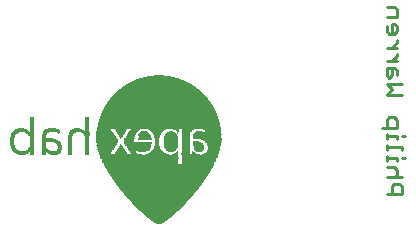
<source format=gbo>
G75*
G70*
%OFA0B0*%
%FSLAX24Y24*%
%IPPOS*%
%LPD*%
%AMOC8*
5,1,8,0,0,1.08239X$1,22.5*
%
%ADD10C,0.0090*%
%ADD11R,0.0042X0.0003*%
%ADD12R,0.0066X0.0003*%
%ADD13R,0.0084X0.0003*%
%ADD14R,0.0105X0.0003*%
%ADD15R,0.0117X0.0003*%
%ADD16R,0.0135X0.0003*%
%ADD17R,0.0147X0.0003*%
%ADD18R,0.0162X0.0003*%
%ADD19R,0.0174X0.0003*%
%ADD20R,0.0186X0.0003*%
%ADD21R,0.0198X0.0003*%
%ADD22R,0.0210X0.0003*%
%ADD23R,0.0222X0.0003*%
%ADD24R,0.0234X0.0003*%
%ADD25R,0.0243X0.0003*%
%ADD26R,0.0255X0.0003*%
%ADD27R,0.0264X0.0003*%
%ADD28R,0.0273X0.0003*%
%ADD29R,0.0285X0.0003*%
%ADD30R,0.0297X0.0003*%
%ADD31R,0.0303X0.0003*%
%ADD32R,0.0315X0.0003*%
%ADD33R,0.0327X0.0003*%
%ADD34R,0.0333X0.0003*%
%ADD35R,0.0345X0.0003*%
%ADD36R,0.0354X0.0003*%
%ADD37R,0.0363X0.0003*%
%ADD38R,0.0372X0.0003*%
%ADD39R,0.0381X0.0003*%
%ADD40R,0.0390X0.0003*%
%ADD41R,0.0402X0.0003*%
%ADD42R,0.0408X0.0003*%
%ADD43R,0.0420X0.0003*%
%ADD44R,0.0426X0.0003*%
%ADD45R,0.0438X0.0003*%
%ADD46R,0.0444X0.0003*%
%ADD47R,0.0456X0.0003*%
%ADD48R,0.0462X0.0003*%
%ADD49R,0.0468X0.0003*%
%ADD50R,0.0480X0.0003*%
%ADD51R,0.0486X0.0003*%
%ADD52R,0.0495X0.0003*%
%ADD53R,0.0504X0.0003*%
%ADD54R,0.0513X0.0003*%
%ADD55R,0.0522X0.0003*%
%ADD56R,0.0528X0.0003*%
%ADD57R,0.0537X0.0003*%
%ADD58R,0.0546X0.0003*%
%ADD59R,0.0555X0.0003*%
%ADD60R,0.0561X0.0003*%
%ADD61R,0.0570X0.0003*%
%ADD62R,0.0579X0.0003*%
%ADD63R,0.0585X0.0003*%
%ADD64R,0.0594X0.0003*%
%ADD65R,0.0603X0.0003*%
%ADD66R,0.0609X0.0003*%
%ADD67R,0.0618X0.0003*%
%ADD68R,0.0627X0.0003*%
%ADD69R,0.0633X0.0003*%
%ADD70R,0.0639X0.0003*%
%ADD71R,0.0651X0.0003*%
%ADD72R,0.0657X0.0003*%
%ADD73R,0.0663X0.0003*%
%ADD74R,0.0675X0.0003*%
%ADD75R,0.0681X0.0003*%
%ADD76R,0.0687X0.0003*%
%ADD77R,0.0693X0.0003*%
%ADD78R,0.0705X0.0003*%
%ADD79R,0.0711X0.0003*%
%ADD80R,0.0717X0.0003*%
%ADD81R,0.0726X0.0003*%
%ADD82R,0.0732X0.0003*%
%ADD83R,0.0741X0.0003*%
%ADD84R,0.0747X0.0003*%
%ADD85R,0.0756X0.0003*%
%ADD86R,0.0762X0.0003*%
%ADD87R,0.0771X0.0003*%
%ADD88R,0.0777X0.0003*%
%ADD89R,0.0786X0.0003*%
%ADD90R,0.0792X0.0003*%
%ADD91R,0.0798X0.0003*%
%ADD92R,0.0807X0.0003*%
%ADD93R,0.0813X0.0003*%
%ADD94R,0.0822X0.0003*%
%ADD95R,0.0828X0.0003*%
%ADD96R,0.0837X0.0003*%
%ADD97R,0.0843X0.0003*%
%ADD98R,0.0852X0.0003*%
%ADD99R,0.0858X0.0003*%
%ADD100R,0.0864X0.0003*%
%ADD101R,0.0870X0.0003*%
%ADD102R,0.0879X0.0003*%
%ADD103R,0.0885X0.0003*%
%ADD104R,0.0894X0.0003*%
%ADD105R,0.0900X0.0003*%
%ADD106R,0.0906X0.0003*%
%ADD107R,0.0912X0.0003*%
%ADD108R,0.0921X0.0003*%
%ADD109R,0.0930X0.0003*%
%ADD110R,0.0936X0.0003*%
%ADD111R,0.0942X0.0003*%
%ADD112R,0.0948X0.0003*%
%ADD113R,0.0954X0.0003*%
%ADD114R,0.0963X0.0003*%
%ADD115R,0.0972X0.0003*%
%ADD116R,0.0978X0.0003*%
%ADD117R,0.0984X0.0003*%
%ADD118R,0.0990X0.0003*%
%ADD119R,0.0996X0.0003*%
%ADD120R,0.1002X0.0003*%
%ADD121R,0.1008X0.0003*%
%ADD122R,0.1020X0.0003*%
%ADD123R,0.1026X0.0003*%
%ADD124R,0.1032X0.0003*%
%ADD125R,0.1038X0.0003*%
%ADD126R,0.1044X0.0003*%
%ADD127R,0.1050X0.0003*%
%ADD128R,0.1056X0.0003*%
%ADD129R,0.1068X0.0003*%
%ADD130R,0.1074X0.0003*%
%ADD131R,0.1080X0.0003*%
%ADD132R,0.1086X0.0003*%
%ADD133R,0.1092X0.0003*%
%ADD134R,0.1098X0.0003*%
%ADD135R,0.1104X0.0003*%
%ADD136R,0.1110X0.0003*%
%ADD137R,0.1116X0.0003*%
%ADD138R,0.1125X0.0003*%
%ADD139R,0.1131X0.0003*%
%ADD140R,0.1140X0.0003*%
%ADD141R,0.1146X0.0003*%
%ADD142R,0.1152X0.0003*%
%ADD143R,0.1158X0.0003*%
%ADD144R,0.1164X0.0003*%
%ADD145R,0.1170X0.0003*%
%ADD146R,0.1176X0.0003*%
%ADD147R,0.1182X0.0003*%
%ADD148R,0.1191X0.0003*%
%ADD149R,0.1197X0.0003*%
%ADD150R,0.1203X0.0003*%
%ADD151R,0.1209X0.0003*%
%ADD152R,0.1218X0.0003*%
%ADD153R,0.1224X0.0003*%
%ADD154R,0.1230X0.0003*%
%ADD155R,0.1236X0.0003*%
%ADD156R,0.1242X0.0003*%
%ADD157R,0.1248X0.0003*%
%ADD158R,0.1254X0.0003*%
%ADD159R,0.1260X0.0003*%
%ADD160R,0.1266X0.0003*%
%ADD161R,0.1275X0.0003*%
%ADD162R,0.1281X0.0003*%
%ADD163R,0.1287X0.0003*%
%ADD164R,0.1293X0.0003*%
%ADD165R,0.1299X0.0003*%
%ADD166R,0.1305X0.0003*%
%ADD167R,0.1314X0.0003*%
%ADD168R,0.1320X0.0003*%
%ADD169R,0.1326X0.0003*%
%ADD170R,0.1332X0.0003*%
%ADD171R,0.1338X0.0003*%
%ADD172R,0.1344X0.0003*%
%ADD173R,0.1350X0.0003*%
%ADD174R,0.1356X0.0003*%
%ADD175R,0.1362X0.0003*%
%ADD176R,0.1368X0.0003*%
%ADD177R,0.1374X0.0003*%
%ADD178R,0.1380X0.0003*%
%ADD179R,0.1386X0.0003*%
%ADD180R,0.1395X0.0003*%
%ADD181R,0.1401X0.0003*%
%ADD182R,0.1407X0.0003*%
%ADD183R,0.1413X0.0003*%
%ADD184R,0.1419X0.0003*%
%ADD185R,0.1425X0.0003*%
%ADD186R,0.1431X0.0003*%
%ADD187R,0.1437X0.0003*%
%ADD188R,0.1443X0.0003*%
%ADD189R,0.1449X0.0003*%
%ADD190R,0.1455X0.0003*%
%ADD191R,0.1461X0.0003*%
%ADD192R,0.1467X0.0003*%
%ADD193R,0.1473X0.0003*%
%ADD194R,0.1479X0.0003*%
%ADD195R,0.1485X0.0003*%
%ADD196R,0.1491X0.0003*%
%ADD197R,0.1497X0.0003*%
%ADD198R,0.1503X0.0003*%
%ADD199R,0.1509X0.0003*%
%ADD200R,0.1515X0.0003*%
%ADD201R,0.1521X0.0003*%
%ADD202R,0.1527X0.0003*%
%ADD203R,0.1533X0.0003*%
%ADD204R,0.1539X0.0003*%
%ADD205R,0.1545X0.0003*%
%ADD206R,0.1551X0.0003*%
%ADD207R,0.1557X0.0003*%
%ADD208R,0.1563X0.0003*%
%ADD209R,0.1569X0.0003*%
%ADD210R,0.1575X0.0003*%
%ADD211R,0.1581X0.0003*%
%ADD212R,0.1587X0.0003*%
%ADD213R,0.1593X0.0003*%
%ADD214R,0.1599X0.0003*%
%ADD215R,0.1605X0.0003*%
%ADD216R,0.1611X0.0003*%
%ADD217R,0.1617X0.0003*%
%ADD218R,0.1623X0.0003*%
%ADD219R,0.1629X0.0003*%
%ADD220R,0.1635X0.0003*%
%ADD221R,0.1641X0.0003*%
%ADD222R,0.1647X0.0003*%
%ADD223R,0.1653X0.0003*%
%ADD224R,0.1659X0.0003*%
%ADD225R,0.1665X0.0003*%
%ADD226R,0.1671X0.0003*%
%ADD227R,0.1677X0.0003*%
%ADD228R,0.1683X0.0003*%
%ADD229R,0.1686X0.0003*%
%ADD230R,0.1692X0.0003*%
%ADD231R,0.1698X0.0003*%
%ADD232R,0.1704X0.0003*%
%ADD233R,0.1710X0.0003*%
%ADD234R,0.1716X0.0003*%
%ADD235R,0.1722X0.0003*%
%ADD236R,0.1728X0.0003*%
%ADD237R,0.1734X0.0003*%
%ADD238R,0.1740X0.0003*%
%ADD239R,0.1746X0.0003*%
%ADD240R,0.1752X0.0003*%
%ADD241R,0.1758X0.0003*%
%ADD242R,0.1764X0.0003*%
%ADD243R,0.1767X0.0003*%
%ADD244R,0.1773X0.0003*%
%ADD245R,0.1779X0.0003*%
%ADD246R,0.1785X0.0003*%
%ADD247R,0.1791X0.0003*%
%ADD248R,0.1797X0.0003*%
%ADD249R,0.1803X0.0003*%
%ADD250R,0.1809X0.0003*%
%ADD251R,0.1815X0.0003*%
%ADD252R,0.1818X0.0003*%
%ADD253R,0.1824X0.0003*%
%ADD254R,0.1830X0.0003*%
%ADD255R,0.1836X0.0003*%
%ADD256R,0.1842X0.0003*%
%ADD257R,0.1848X0.0003*%
%ADD258R,0.1854X0.0003*%
%ADD259R,0.1860X0.0003*%
%ADD260R,0.1863X0.0003*%
%ADD261R,0.1869X0.0003*%
%ADD262R,0.1875X0.0003*%
%ADD263R,0.1881X0.0003*%
%ADD264R,0.1887X0.0003*%
%ADD265R,0.1890X0.0003*%
%ADD266R,0.1896X0.0003*%
%ADD267R,0.1902X0.0003*%
%ADD268R,0.1908X0.0003*%
%ADD269R,0.1914X0.0003*%
%ADD270R,0.1920X0.0003*%
%ADD271R,0.1926X0.0003*%
%ADD272R,0.1932X0.0003*%
%ADD273R,0.1938X0.0003*%
%ADD274R,0.1941X0.0003*%
%ADD275R,0.1947X0.0003*%
%ADD276R,0.1953X0.0003*%
%ADD277R,0.1959X0.0003*%
%ADD278R,0.1962X0.0003*%
%ADD279R,0.1968X0.0003*%
%ADD280R,0.1974X0.0003*%
%ADD281R,0.1980X0.0003*%
%ADD282R,0.1986X0.0003*%
%ADD283R,0.1992X0.0003*%
%ADD284R,0.1998X0.0003*%
%ADD285R,0.2004X0.0003*%
%ADD286R,0.2007X0.0003*%
%ADD287R,0.2013X0.0003*%
%ADD288R,0.2019X0.0003*%
%ADD289R,0.2022X0.0003*%
%ADD290R,0.2028X0.0003*%
%ADD291R,0.2034X0.0003*%
%ADD292R,0.2040X0.0003*%
%ADD293R,0.2046X0.0003*%
%ADD294R,0.2052X0.0003*%
%ADD295R,0.2055X0.0003*%
%ADD296R,0.2061X0.0003*%
%ADD297R,0.2067X0.0003*%
%ADD298R,0.2070X0.0003*%
%ADD299R,0.2076X0.0003*%
%ADD300R,0.2082X0.0003*%
%ADD301R,0.2088X0.0003*%
%ADD302R,0.2094X0.0003*%
%ADD303R,0.2100X0.0003*%
%ADD304R,0.2106X0.0003*%
%ADD305R,0.2109X0.0003*%
%ADD306R,0.2115X0.0003*%
%ADD307R,0.2118X0.0003*%
%ADD308R,0.2124X0.0003*%
%ADD309R,0.2130X0.0003*%
%ADD310R,0.2136X0.0003*%
%ADD311R,0.2142X0.0003*%
%ADD312R,0.2148X0.0003*%
%ADD313R,0.2154X0.0003*%
%ADD314R,0.2157X0.0003*%
%ADD315R,0.2160X0.0003*%
%ADD316R,0.2166X0.0003*%
%ADD317R,0.2172X0.0003*%
%ADD318R,0.2178X0.0003*%
%ADD319R,0.2184X0.0003*%
%ADD320R,0.2190X0.0003*%
%ADD321R,0.2196X0.0003*%
%ADD322R,0.2196X0.0003*%
%ADD323R,0.2202X0.0003*%
%ADD324R,0.2208X0.0003*%
%ADD325R,0.2214X0.0003*%
%ADD326R,0.2220X0.0003*%
%ADD327R,0.2226X0.0003*%
%ADD328R,0.2232X0.0003*%
%ADD329R,0.2238X0.0003*%
%ADD330R,0.2244X0.0003*%
%ADD331R,0.2250X0.0003*%
%ADD332R,0.2256X0.0003*%
%ADD333R,0.2262X0.0003*%
%ADD334R,0.2268X0.0003*%
%ADD335R,0.2274X0.0003*%
%ADD336R,0.2274X0.0003*%
%ADD337R,0.2280X0.0003*%
%ADD338R,0.2286X0.0003*%
%ADD339R,0.2292X0.0003*%
%ADD340R,0.2298X0.0003*%
%ADD341R,0.2304X0.0003*%
%ADD342R,0.2304X0.0003*%
%ADD343R,0.2310X0.0003*%
%ADD344R,0.2316X0.0003*%
%ADD345R,0.2322X0.0003*%
%ADD346R,0.2328X0.0003*%
%ADD347R,0.2334X0.0003*%
%ADD348R,0.2337X0.0003*%
%ADD349R,0.2340X0.0003*%
%ADD350R,0.2346X0.0003*%
%ADD351R,0.2352X0.0003*%
%ADD352R,0.2358X0.0003*%
%ADD353R,0.2364X0.0003*%
%ADD354R,0.2367X0.0003*%
%ADD355R,0.2373X0.0003*%
%ADD356R,0.2376X0.0003*%
%ADD357R,0.2382X0.0003*%
%ADD358R,0.2388X0.0003*%
%ADD359R,0.2394X0.0003*%
%ADD360R,0.2397X0.0003*%
%ADD361R,0.2400X0.0003*%
%ADD362R,0.2406X0.0003*%
%ADD363R,0.2412X0.0003*%
%ADD364R,0.2418X0.0003*%
%ADD365R,0.2424X0.0003*%
%ADD366R,0.2427X0.0003*%
%ADD367R,0.2430X0.0003*%
%ADD368R,0.2436X0.0003*%
%ADD369R,0.2442X0.0003*%
%ADD370R,0.2448X0.0003*%
%ADD371R,0.2454X0.0003*%
%ADD372R,0.2457X0.0003*%
%ADD373R,0.2460X0.0003*%
%ADD374R,0.2466X0.0003*%
%ADD375R,0.2472X0.0003*%
%ADD376R,0.2478X0.0003*%
%ADD377R,0.2481X0.0003*%
%ADD378R,0.2487X0.0003*%
%ADD379R,0.2490X0.0003*%
%ADD380R,0.2496X0.0003*%
%ADD381R,0.2502X0.0003*%
%ADD382R,0.2505X0.0003*%
%ADD383R,0.2511X0.0003*%
%ADD384R,0.2514X0.0003*%
%ADD385R,0.2520X0.0003*%
%ADD386R,0.2526X0.0003*%
%ADD387R,0.2529X0.0003*%
%ADD388R,0.2535X0.0003*%
%ADD389R,0.2538X0.0003*%
%ADD390R,0.2544X0.0003*%
%ADD391R,0.2550X0.0003*%
%ADD392R,0.2553X0.0003*%
%ADD393R,0.2559X0.0003*%
%ADD394R,0.2562X0.0003*%
%ADD395R,0.2568X0.0003*%
%ADD396R,0.2574X0.0003*%
%ADD397R,0.2577X0.0003*%
%ADD398R,0.2583X0.0003*%
%ADD399R,0.2586X0.0003*%
%ADD400R,0.2592X0.0003*%
%ADD401R,0.2598X0.0003*%
%ADD402R,0.2601X0.0003*%
%ADD403R,0.2607X0.0003*%
%ADD404R,0.2610X0.0003*%
%ADD405R,0.2616X0.0003*%
%ADD406R,0.2619X0.0003*%
%ADD407R,0.2625X0.0003*%
%ADD408R,0.2631X0.0003*%
%ADD409R,0.2634X0.0003*%
%ADD410R,0.2640X0.0003*%
%ADD411R,0.2643X0.0003*%
%ADD412R,0.2649X0.0003*%
%ADD413R,0.2655X0.0003*%
%ADD414R,0.2658X0.0003*%
%ADD415R,0.2661X0.0003*%
%ADD416R,0.2667X0.0003*%
%ADD417R,0.2673X0.0003*%
%ADD418R,0.2676X0.0003*%
%ADD419R,0.2682X0.0003*%
%ADD420R,0.2685X0.0003*%
%ADD421R,0.2691X0.0003*%
%ADD422R,0.2697X0.0003*%
%ADD423R,0.2700X0.0003*%
%ADD424R,0.2703X0.0003*%
%ADD425R,0.2709X0.0003*%
%ADD426R,0.2715X0.0003*%
%ADD427R,0.2718X0.0003*%
%ADD428R,0.2721X0.0003*%
%ADD429R,0.2727X0.0003*%
%ADD430R,0.2733X0.0003*%
%ADD431R,0.2739X0.0003*%
%ADD432R,0.2739X0.0003*%
%ADD433R,0.2745X0.0003*%
%ADD434R,0.2751X0.0003*%
%ADD435R,0.2757X0.0003*%
%ADD436R,0.2757X0.0003*%
%ADD437R,0.2763X0.0003*%
%ADD438R,0.2769X0.0003*%
%ADD439R,0.2775X0.0003*%
%ADD440R,0.2781X0.0003*%
%ADD441R,0.2787X0.0003*%
%ADD442R,0.2793X0.0003*%
%ADD443R,0.2799X0.0003*%
%ADD444R,0.2805X0.0003*%
%ADD445R,0.2811X0.0003*%
%ADD446R,0.2817X0.0003*%
%ADD447R,0.2823X0.0003*%
%ADD448R,0.2829X0.0003*%
%ADD449R,0.2829X0.0003*%
%ADD450R,0.2835X0.0003*%
%ADD451R,0.2841X0.0003*%
%ADD452R,0.2847X0.0003*%
%ADD453R,0.2847X0.0003*%
%ADD454R,0.2853X0.0003*%
%ADD455R,0.2859X0.0003*%
%ADD456R,0.2865X0.0003*%
%ADD457R,0.2871X0.0003*%
%ADD458R,0.2877X0.0003*%
%ADD459R,0.2880X0.0003*%
%ADD460R,0.2883X0.0003*%
%ADD461R,0.2889X0.0003*%
%ADD462R,0.2895X0.0003*%
%ADD463R,0.2898X0.0003*%
%ADD464R,0.2901X0.0003*%
%ADD465R,0.2907X0.0003*%
%ADD466R,0.2910X0.0003*%
%ADD467R,0.2913X0.0003*%
%ADD468R,0.2919X0.0003*%
%ADD469R,0.2925X0.0003*%
%ADD470R,0.2928X0.0003*%
%ADD471R,0.2931X0.0003*%
%ADD472R,0.2937X0.0003*%
%ADD473R,0.2940X0.0003*%
%ADD474R,0.2946X0.0003*%
%ADD475R,0.2949X0.0003*%
%ADD476R,0.2955X0.0003*%
%ADD477R,0.2958X0.0003*%
%ADD478R,0.2961X0.0003*%
%ADD479R,0.2967X0.0003*%
%ADD480R,0.2970X0.0003*%
%ADD481R,0.2973X0.0003*%
%ADD482R,0.2979X0.0003*%
%ADD483R,0.2985X0.0003*%
%ADD484R,0.2988X0.0003*%
%ADD485R,0.2991X0.0003*%
%ADD486R,0.2997X0.0003*%
%ADD487R,0.3000X0.0003*%
%ADD488R,0.3003X0.0003*%
%ADD489R,0.3009X0.0003*%
%ADD490R,0.3015X0.0003*%
%ADD491R,0.3018X0.0003*%
%ADD492R,0.3021X0.0003*%
%ADD493R,0.3027X0.0003*%
%ADD494R,0.3030X0.0003*%
%ADD495R,0.3033X0.0003*%
%ADD496R,0.3039X0.0003*%
%ADD497R,0.3042X0.0003*%
%ADD498R,0.3045X0.0003*%
%ADD499R,0.3051X0.0003*%
%ADD500R,0.3054X0.0003*%
%ADD501R,0.3060X0.0003*%
%ADD502R,0.3063X0.0003*%
%ADD503R,0.3066X0.0003*%
%ADD504R,0.3072X0.0003*%
%ADD505R,0.3075X0.0003*%
%ADD506R,0.3081X0.0003*%
%ADD507R,0.3084X0.0003*%
%ADD508R,0.3090X0.0003*%
%ADD509R,0.3093X0.0003*%
%ADD510R,0.3096X0.0003*%
%ADD511R,0.3102X0.0003*%
%ADD512R,0.3105X0.0003*%
%ADD513R,0.3108X0.0003*%
%ADD514R,0.3114X0.0003*%
%ADD515R,0.3117X0.0003*%
%ADD516R,0.3120X0.0003*%
%ADD517R,0.3126X0.0003*%
%ADD518R,0.3129X0.0003*%
%ADD519R,0.3132X0.0003*%
%ADD520R,0.3138X0.0003*%
%ADD521R,0.3141X0.0003*%
%ADD522R,0.3144X0.0003*%
%ADD523R,0.3150X0.0003*%
%ADD524R,0.3153X0.0003*%
%ADD525R,0.3156X0.0003*%
%ADD526R,0.3162X0.0003*%
%ADD527R,0.3165X0.0003*%
%ADD528R,0.3168X0.0003*%
%ADD529R,0.3174X0.0003*%
%ADD530R,0.3180X0.0003*%
%ADD531R,0.3186X0.0003*%
%ADD532R,0.3186X0.0003*%
%ADD533R,0.3192X0.0003*%
%ADD534R,0.3198X0.0003*%
%ADD535R,0.3204X0.0003*%
%ADD536R,0.3210X0.0003*%
%ADD537R,0.3216X0.0003*%
%ADD538R,0.3222X0.0003*%
%ADD539R,0.3222X0.0003*%
%ADD540R,0.3228X0.0003*%
%ADD541R,0.3234X0.0003*%
%ADD542R,0.3240X0.0003*%
%ADD543R,0.3246X0.0003*%
%ADD544R,0.3246X0.0003*%
%ADD545R,0.3252X0.0003*%
%ADD546R,0.3255X0.0003*%
%ADD547R,0.3258X0.0003*%
%ADD548R,0.3264X0.0003*%
%ADD549R,0.3264X0.0003*%
%ADD550R,0.3270X0.0003*%
%ADD551R,0.3276X0.0003*%
%ADD552R,0.3282X0.0003*%
%ADD553R,0.3288X0.0003*%
%ADD554R,0.3294X0.0003*%
%ADD555R,0.3297X0.0003*%
%ADD556R,0.3300X0.0003*%
%ADD557R,0.3306X0.0003*%
%ADD558R,0.3312X0.0003*%
%ADD559R,0.3318X0.0003*%
%ADD560R,0.3318X0.0003*%
%ADD561R,0.3324X0.0003*%
%ADD562R,0.3327X0.0003*%
%ADD563R,0.3330X0.0003*%
%ADD564R,0.3336X0.0003*%
%ADD565R,0.3339X0.0003*%
%ADD566R,0.3342X0.0003*%
%ADD567R,0.3345X0.0003*%
%ADD568R,0.3348X0.0003*%
%ADD569R,0.3354X0.0003*%
%ADD570R,0.3357X0.0003*%
%ADD571R,0.3360X0.0003*%
%ADD572R,0.3363X0.0003*%
%ADD573R,0.3366X0.0003*%
%ADD574R,0.3372X0.0003*%
%ADD575R,0.3375X0.0003*%
%ADD576R,0.3378X0.0003*%
%ADD577R,0.3381X0.0003*%
%ADD578R,0.3384X0.0003*%
%ADD579R,0.3390X0.0003*%
%ADD580R,0.3393X0.0003*%
%ADD581R,0.3396X0.0003*%
%ADD582R,0.3399X0.0003*%
%ADD583R,0.3405X0.0003*%
%ADD584R,0.3408X0.0003*%
%ADD585R,0.3411X0.0003*%
%ADD586R,0.3414X0.0003*%
%ADD587R,0.3417X0.0003*%
%ADD588R,0.3423X0.0003*%
%ADD589R,0.3426X0.0003*%
%ADD590R,0.3429X0.0003*%
%ADD591R,0.3432X0.0003*%
%ADD592R,0.3435X0.0003*%
%ADD593R,0.3441X0.0003*%
%ADD594R,0.3444X0.0003*%
%ADD595R,0.3447X0.0003*%
%ADD596R,0.3450X0.0003*%
%ADD597R,0.3453X0.0003*%
%ADD598R,0.3459X0.0003*%
%ADD599R,0.3465X0.0003*%
%ADD600R,0.3468X0.0003*%
%ADD601R,0.3471X0.0003*%
%ADD602R,0.3474X0.0003*%
%ADD603R,0.3477X0.0003*%
%ADD604R,0.3483X0.0003*%
%ADD605R,0.3483X0.0003*%
%ADD606R,0.3489X0.0003*%
%ADD607R,0.3495X0.0003*%
%ADD608R,0.3501X0.0003*%
%ADD609R,0.3501X0.0003*%
%ADD610R,0.3507X0.0003*%
%ADD611R,0.3513X0.0003*%
%ADD612R,0.3513X0.0003*%
%ADD613R,0.3519X0.0003*%
%ADD614R,0.3525X0.0003*%
%ADD615R,0.3531X0.0003*%
%ADD616R,0.3531X0.0003*%
%ADD617R,0.3537X0.0003*%
%ADD618R,0.3543X0.0003*%
%ADD619R,0.3549X0.0003*%
%ADD620R,0.3555X0.0003*%
%ADD621R,0.3561X0.0003*%
%ADD622R,0.3567X0.0003*%
%ADD623R,0.3567X0.0003*%
%ADD624R,0.3573X0.0003*%
%ADD625R,0.3579X0.0003*%
%ADD626R,0.3579X0.0003*%
%ADD627R,0.3585X0.0003*%
%ADD628R,0.3588X0.0003*%
%ADD629R,0.3591X0.0003*%
%ADD630R,0.3597X0.0003*%
%ADD631R,0.3597X0.0003*%
%ADD632R,0.3603X0.0003*%
%ADD633R,0.3609X0.0003*%
%ADD634R,0.3615X0.0003*%
%ADD635R,0.3615X0.0003*%
%ADD636R,0.3621X0.0003*%
%ADD637R,0.3624X0.0003*%
%ADD638R,0.3627X0.0003*%
%ADD639R,0.3630X0.0003*%
%ADD640R,0.3633X0.0003*%
%ADD641R,0.3636X0.0003*%
%ADD642R,0.3639X0.0003*%
%ADD643R,0.3642X0.0003*%
%ADD644R,0.3645X0.0003*%
%ADD645R,0.3648X0.0003*%
%ADD646R,0.1050X0.0003*%
%ADD647R,0.2469X0.0003*%
%ADD648R,0.1053X0.0003*%
%ADD649R,0.1056X0.0003*%
%ADD650R,0.2472X0.0003*%
%ADD651R,0.2475X0.0003*%
%ADD652R,0.1059X0.0003*%
%ADD653R,0.2478X0.0003*%
%ADD654R,0.1062X0.0003*%
%ADD655R,0.1062X0.0003*%
%ADD656R,0.2481X0.0003*%
%ADD657R,0.1065X0.0003*%
%ADD658R,0.2481X0.0003*%
%ADD659R,0.2484X0.0003*%
%ADD660R,0.1068X0.0003*%
%ADD661R,0.2487X0.0003*%
%ADD662R,0.1071X0.0003*%
%ADD663R,0.2487X0.0003*%
%ADD664R,0.1071X0.0003*%
%ADD665R,0.1074X0.0003*%
%ADD666R,0.2493X0.0003*%
%ADD667R,0.1077X0.0003*%
%ADD668R,0.1077X0.0003*%
%ADD669R,0.2496X0.0003*%
%ADD670R,0.2499X0.0003*%
%ADD671R,0.1083X0.0003*%
%ADD672R,0.2502X0.0003*%
%ADD673R,0.1086X0.0003*%
%ADD674R,0.1089X0.0003*%
%ADD675R,0.2508X0.0003*%
%ADD676R,0.1092X0.0003*%
%ADD677R,0.2511X0.0003*%
%ADD678R,0.1095X0.0003*%
%ADD679R,0.2511X0.0003*%
%ADD680R,0.2514X0.0003*%
%ADD681R,0.1098X0.0003*%
%ADD682R,0.1101X0.0003*%
%ADD683R,0.2517X0.0003*%
%ADD684R,0.1101X0.0003*%
%ADD685R,0.1104X0.0003*%
%ADD686R,0.1107X0.0003*%
%ADD687R,0.2523X0.0003*%
%ADD688R,0.1107X0.0003*%
%ADD689R,0.2523X0.0003*%
%ADD690R,0.2526X0.0003*%
%ADD691R,0.1113X0.0003*%
%ADD692R,0.1113X0.0003*%
%ADD693R,0.2532X0.0003*%
%ADD694R,0.1116X0.0003*%
%ADD695R,0.2532X0.0003*%
%ADD696R,0.1119X0.0003*%
%ADD697R,0.1122X0.0003*%
%ADD698R,0.2538X0.0003*%
%ADD699R,0.1122X0.0003*%
%ADD700R,0.2538X0.0003*%
%ADD701R,0.2541X0.0003*%
%ADD702R,0.1128X0.0003*%
%ADD703R,0.2544X0.0003*%
%ADD704R,0.1128X0.0003*%
%ADD705R,0.2544X0.0003*%
%ADD706R,0.1131X0.0003*%
%ADD707R,0.2547X0.0003*%
%ADD708R,0.1134X0.0003*%
%ADD709R,0.2550X0.0003*%
%ADD710R,0.1134X0.0003*%
%ADD711R,0.1137X0.0003*%
%ADD712R,0.2556X0.0003*%
%ADD713R,0.1140X0.0003*%
%ADD714R,0.2559X0.0003*%
%ADD715R,0.1143X0.0003*%
%ADD716R,0.1149X0.0003*%
%ADD717R,0.2565X0.0003*%
%ADD718R,0.1149X0.0003*%
%ADD719R,0.2565X0.0003*%
%ADD720R,0.1152X0.0003*%
%ADD721R,0.2568X0.0003*%
%ADD722R,0.1155X0.0003*%
%ADD723R,0.2571X0.0003*%
%ADD724R,0.1155X0.0003*%
%ADD725R,0.2571X0.0003*%
%ADD726R,0.1158X0.0003*%
%ADD727R,0.2574X0.0003*%
%ADD728R,0.1161X0.0003*%
%ADD729R,0.2577X0.0003*%
%ADD730R,0.1161X0.0003*%
%ADD731R,0.2577X0.0003*%
%ADD732R,0.1164X0.0003*%
%ADD733R,0.2580X0.0003*%
%ADD734R,0.1167X0.0003*%
%ADD735R,0.1167X0.0003*%
%ADD736R,0.2583X0.0003*%
%ADD737R,0.1173X0.0003*%
%ADD738R,0.1173X0.0003*%
%ADD739R,0.2589X0.0003*%
%ADD740R,0.2589X0.0003*%
%ADD741R,0.1179X0.0003*%
%ADD742R,0.1179X0.0003*%
%ADD743R,0.2595X0.0003*%
%ADD744R,0.2595X0.0003*%
%ADD745R,0.1182X0.0003*%
%ADD746R,0.2598X0.0003*%
%ADD747R,0.1185X0.0003*%
%ADD748R,0.1185X0.0003*%
%ADD749R,0.2601X0.0003*%
%ADD750R,0.2601X0.0003*%
%ADD751R,0.1188X0.0003*%
%ADD752R,0.2604X0.0003*%
%ADD753R,0.1191X0.0003*%
%ADD754R,0.1191X0.0003*%
%ADD755R,0.2604X0.0003*%
%ADD756R,0.2607X0.0003*%
%ADD757R,0.1194X0.0003*%
%ADD758R,0.1197X0.0003*%
%ADD759R,0.2610X0.0003*%
%ADD760R,0.0546X0.0003*%
%ADD761R,0.0219X0.0003*%
%ADD762R,0.0819X0.0003*%
%ADD763R,0.1410X0.0003*%
%ADD764R,0.0561X0.0003*%
%ADD765R,0.0195X0.0003*%
%ADD766R,0.0768X0.0003*%
%ADD767R,0.1374X0.0003*%
%ADD768R,0.0516X0.0003*%
%ADD769R,0.0549X0.0003*%
%ADD770R,0.0183X0.0003*%
%ADD771R,0.0741X0.0003*%
%ADD772R,0.1353X0.0003*%
%ADD773R,0.0060X0.0003*%
%ADD774R,0.0063X0.0003*%
%ADD775R,0.0534X0.0003*%
%ADD776R,0.0171X0.0003*%
%ADD777R,0.0708X0.0003*%
%ADD778R,0.1335X0.0003*%
%ADD779R,0.0114X0.0003*%
%ADD780R,0.0120X0.0003*%
%ADD781R,0.0522X0.0003*%
%ADD782R,0.0159X0.0003*%
%ADD783R,0.0684X0.0003*%
%ADD784R,0.1317X0.0003*%
%ADD785R,0.0156X0.0003*%
%ADD786R,0.0489X0.0003*%
%ADD787R,0.0150X0.0003*%
%ADD788R,0.0666X0.0003*%
%ADD789R,0.1311X0.0003*%
%ADD790R,0.0171X0.0003*%
%ADD791R,0.0180X0.0003*%
%ADD792R,0.0231X0.0003*%
%ADD793R,0.0141X0.0003*%
%ADD794R,0.0645X0.0003*%
%ADD795R,0.0219X0.0003*%
%ADD796R,0.0429X0.0003*%
%ADD797R,0.0348X0.0003*%
%ADD798R,0.0207X0.0003*%
%ADD799R,0.0477X0.0003*%
%ADD800R,0.0144X0.0003*%
%ADD801R,0.0132X0.0003*%
%ADD802R,0.0627X0.0003*%
%ADD803R,0.0423X0.0003*%
%ADD804R,0.0216X0.0003*%
%ADD805R,0.0228X0.0003*%
%ADD806R,0.0471X0.0003*%
%ADD807R,0.0126X0.0003*%
%ADD808R,0.0612X0.0003*%
%ADD809R,0.0201X0.0003*%
%ADD810R,0.0228X0.0003*%
%ADD811R,0.0123X0.0003*%
%ADD812R,0.0246X0.0003*%
%ADD813R,0.0468X0.0003*%
%ADD814R,0.0129X0.0003*%
%ADD815R,0.0231X0.0003*%
%ADD816R,0.0120X0.0003*%
%ADD817R,0.0597X0.0003*%
%ADD818R,0.0189X0.0003*%
%ADD819R,0.0417X0.0003*%
%ADD820R,0.0357X0.0003*%
%ADD821R,0.0132X0.0003*%
%ADD822R,0.0135X0.0003*%
%ADD823R,0.0246X0.0003*%
%ADD824R,0.0123X0.0003*%
%ADD825R,0.0117X0.0003*%
%ADD826R,0.0582X0.0003*%
%ADD827R,0.0411X0.0003*%
%ADD828R,0.0357X0.0003*%
%ADD829R,0.0264X0.0003*%
%ADD830R,0.0282X0.0003*%
%ADD831R,0.0456X0.0003*%
%ADD832R,0.0108X0.0003*%
%ADD833R,0.0177X0.0003*%
%ADD834R,0.0363X0.0003*%
%ADD835R,0.0273X0.0003*%
%ADD836R,0.0294X0.0003*%
%ADD837R,0.0453X0.0003*%
%ADD838R,0.0108X0.0003*%
%ADD839R,0.0102X0.0003*%
%ADD840R,0.0558X0.0003*%
%ADD841R,0.0405X0.0003*%
%ADD842R,0.0366X0.0003*%
%ADD843R,0.0306X0.0003*%
%ADD844R,0.0450X0.0003*%
%ADD845R,0.0096X0.0003*%
%ADD846R,0.0543X0.0003*%
%ADD847R,0.0165X0.0003*%
%ADD848R,0.0300X0.0003*%
%ADD849R,0.0321X0.0003*%
%ADD850R,0.0444X0.0003*%
%ADD851R,0.0099X0.0003*%
%ADD852R,0.0234X0.0003*%
%ADD853R,0.0090X0.0003*%
%ADD854R,0.0534X0.0003*%
%ADD855R,0.0162X0.0003*%
%ADD856R,0.0399X0.0003*%
%ADD857R,0.0372X0.0003*%
%ADD858R,0.0312X0.0003*%
%ADD859R,0.0114X0.0003*%
%ADD860R,0.0333X0.0003*%
%ADD861R,0.0093X0.0003*%
%ADD862R,0.0087X0.0003*%
%ADD863R,0.0153X0.0003*%
%ADD864R,0.0393X0.0003*%
%ADD865R,0.0375X0.0003*%
%ADD866R,0.0321X0.0003*%
%ADD867R,0.0441X0.0003*%
%ADD868R,0.0081X0.0003*%
%ADD869R,0.0330X0.0003*%
%ADD870R,0.0435X0.0003*%
%ADD871R,0.0237X0.0003*%
%ADD872R,0.0078X0.0003*%
%ADD873R,0.0501X0.0003*%
%ADD874R,0.0147X0.0003*%
%ADD875R,0.0387X0.0003*%
%ADD876R,0.0381X0.0003*%
%ADD877R,0.0342X0.0003*%
%ADD878R,0.0078X0.0003*%
%ADD879R,0.0072X0.0003*%
%ADD880R,0.0384X0.0003*%
%ADD881R,0.0351X0.0003*%
%ADD882R,0.0432X0.0003*%
%ADD883R,0.0075X0.0003*%
%ADD884R,0.0237X0.0003*%
%ADD885R,0.0069X0.0003*%
%ADD886R,0.0483X0.0003*%
%ADD887R,0.0381X0.0003*%
%ADD888R,0.0384X0.0003*%
%ADD889R,0.0360X0.0003*%
%ADD890R,0.0387X0.0003*%
%ADD891R,0.0069X0.0003*%
%ADD892R,0.0066X0.0003*%
%ADD893R,0.0471X0.0003*%
%ADD894R,0.0369X0.0003*%
%ADD895R,0.0396X0.0003*%
%ADD896R,0.0063X0.0003*%
%ADD897R,0.0465X0.0003*%
%ADD898R,0.0057X0.0003*%
%ADD899R,0.0456X0.0003*%
%ADD900R,0.0156X0.0003*%
%ADD901R,0.0414X0.0003*%
%ADD902R,0.0054X0.0003*%
%ADD903R,0.0447X0.0003*%
%ADD904R,0.0159X0.0003*%
%ADD905R,0.0399X0.0003*%
%ADD906R,0.0423X0.0003*%
%ADD907R,0.0054X0.0003*%
%ADD908R,0.0051X0.0003*%
%ADD909R,0.0441X0.0003*%
%ADD910R,0.0159X0.0003*%
%ADD911R,0.0402X0.0003*%
%ADD912R,0.0429X0.0003*%
%ADD913R,0.0051X0.0003*%
%ADD914R,0.0240X0.0003*%
%ADD915R,0.0048X0.0003*%
%ADD916R,0.0432X0.0003*%
%ADD917R,0.0408X0.0003*%
%ADD918R,0.0417X0.0003*%
%ADD919R,0.0045X0.0003*%
%ADD920R,0.0168X0.0003*%
%ADD921R,0.0444X0.0003*%
%ADD922R,0.0042X0.0003*%
%ADD923R,0.0417X0.0003*%
%ADD924R,0.0414X0.0003*%
%ADD925R,0.0039X0.0003*%
%ADD926R,0.0426X0.0003*%
%ADD927R,0.0459X0.0003*%
%ADD928R,0.0411X0.0003*%
%ADD929R,0.0039X0.0003*%
%ADD930R,0.0240X0.0003*%
%ADD931R,0.0036X0.0003*%
%ADD932R,0.0177X0.0003*%
%ADD933R,0.0339X0.0003*%
%ADD934R,0.0432X0.0003*%
%ADD935R,0.0465X0.0003*%
%ADD936R,0.0033X0.0003*%
%ADD937R,0.0033X0.0003*%
%ADD938R,0.0396X0.0003*%
%ADD939R,0.0336X0.0003*%
%ADD940R,0.0030X0.0003*%
%ADD941R,0.0027X0.0003*%
%ADD942R,0.0027X0.0003*%
%ADD943R,0.0384X0.0003*%
%ADD944R,0.0186X0.0003*%
%ADD945R,0.0411X0.0003*%
%ADD946R,0.0024X0.0003*%
%ADD947R,0.0024X0.0003*%
%ADD948R,0.0378X0.0003*%
%ADD949R,0.0189X0.0003*%
%ADD950R,0.0492X0.0003*%
%ADD951R,0.0408X0.0003*%
%ADD952R,0.0021X0.0003*%
%ADD953R,0.0021X0.0003*%
%ADD954R,0.0189X0.0003*%
%ADD955R,0.0321X0.0003*%
%ADD956R,0.0219X0.0003*%
%ADD957R,0.0174X0.0003*%
%ADD958R,0.0498X0.0003*%
%ADD959R,0.0018X0.0003*%
%ADD960R,0.0018X0.0003*%
%ADD961R,0.0366X0.0003*%
%ADD962R,0.0192X0.0003*%
%ADD963R,0.0318X0.0003*%
%ADD964R,0.0207X0.0003*%
%ADD965R,0.0015X0.0003*%
%ADD966R,0.0360X0.0003*%
%ADD967R,0.0096X0.0003*%
%ADD968R,0.0315X0.0003*%
%ADD969R,0.0198X0.0003*%
%ADD970R,0.0249X0.0003*%
%ADD971R,0.0012X0.0003*%
%ADD972R,0.0090X0.0003*%
%ADD973R,0.0309X0.0003*%
%ADD974R,0.0009X0.0003*%
%ADD975R,0.0111X0.0003*%
%ADD976R,0.0405X0.0003*%
%ADD977R,0.0006X0.0003*%
%ADD978R,0.0009X0.0003*%
%ADD979R,0.0138X0.0003*%
%ADD980R,0.0342X0.0003*%
%ADD981R,0.0207X0.0003*%
%ADD982R,0.0207X0.0003*%
%ADD983R,0.0303X0.0003*%
%ADD984R,0.0447X0.0003*%
%ADD985R,0.0180X0.0003*%
%ADD986R,0.0129X0.0003*%
%ADD987R,0.0213X0.0003*%
%ADD988R,0.0162X0.0003*%
%ADD989R,0.0003X0.0003*%
%ADD990R,0.0009X0.0003*%
%ADD991R,0.0339X0.0003*%
%ADD992R,0.0234X0.0003*%
%ADD993R,0.0447X0.0003*%
%ADD994R,0.0123X0.0003*%
%ADD995R,0.0006X0.0003*%
%ADD996R,0.0252X0.0003*%
%ADD997R,0.0210X0.0003*%
%ADD998R,0.0174X0.0003*%
%ADD999R,0.0117X0.0003*%
%ADD1000R,0.0144X0.0003*%
%ADD1001R,0.0399X0.0003*%
%ADD1002R,0.0183X0.0003*%
%ADD1003R,0.0243X0.0003*%
%ADD1004R,0.0003X0.0003*%
%ADD1005R,0.0270X0.0003*%
%ADD1006R,0.0213X0.0003*%
%ADD1007R,0.0291X0.0003*%
%ADD1008R,0.0138X0.0003*%
%ADD1009R,0.0324X0.0003*%
%ADD1010R,0.0291X0.0003*%
%ADD1011R,0.0288X0.0003*%
%ADD1012R,0.0111X0.0003*%
%ADD1013R,0.0399X0.0003*%
%ADD1014R,0.0204X0.0003*%
%ADD1015R,0.0243X0.0003*%
%ADD1016R,0.0318X0.0003*%
%ADD1017R,0.0285X0.0003*%
%ADD1018R,0.0459X0.0003*%
%ADD1019R,0.0165X0.0003*%
%ADD1020R,0.0312X0.0003*%
%ADD1021R,0.0222X0.0003*%
%ADD1022R,0.0279X0.0003*%
%ADD1023R,0.0126X0.0003*%
%ADD1024R,0.0276X0.0003*%
%ADD1025R,0.0231X0.0003*%
%ADD1026R,0.0225X0.0003*%
%ADD1027R,0.0468X0.0003*%
%ADD1028R,0.0159X0.0003*%
%ADD1029R,0.0177X0.0003*%
%ADD1030R,0.0267X0.0003*%
%ADD1031R,0.0114X0.0003*%
%ADD1032R,0.0297X0.0003*%
%ADD1033R,0.0375X0.0003*%
%ADD1034R,0.0474X0.0003*%
%ADD1035R,0.0216X0.0003*%
%ADD1036R,0.0174X0.0003*%
%ADD1037R,0.0249X0.0003*%
%ADD1038R,0.0621X0.0003*%
%ADD1039R,0.0261X0.0003*%
%ADD1040R,0.0282X0.0003*%
%ADD1041R,0.0630X0.0003*%
%ADD1042R,0.0258X0.0003*%
%ADD1043R,0.0633X0.0003*%
%ADD1044R,0.0483X0.0003*%
%ADD1045R,0.0204X0.0003*%
%ADD1046R,0.0639X0.0003*%
%ADD1047R,0.0486X0.0003*%
%ADD1048R,0.0201X0.0003*%
%ADD1049R,0.0396X0.0003*%
%ADD1050R,0.0270X0.0003*%
%ADD1051R,0.0276X0.0003*%
%ADD1052R,0.0648X0.0003*%
%ADD1053R,0.0246X0.0003*%
%ADD1054R,0.0486X0.0003*%
%ADD1055R,0.0150X0.0003*%
%ADD1056R,0.0198X0.0003*%
%ADD1057R,0.0228X0.0003*%
%ADD1058R,0.0276X0.0003*%
%ADD1059R,0.0309X0.0003*%
%ADD1060R,0.0651X0.0003*%
%ADD1061R,0.0147X0.0003*%
%ADD1062R,0.0657X0.0003*%
%ADD1063R,0.0495X0.0003*%
%ADD1064R,0.0324X0.0003*%
%ADD1065R,0.0663X0.0003*%
%ADD1066R,0.0669X0.0003*%
%ADD1067R,0.0498X0.0003*%
%ADD1068R,0.0213X0.0003*%
%ADD1069R,0.0396X0.0003*%
%ADD1070R,0.0294X0.0003*%
%ADD1071R,0.0255X0.0003*%
%ADD1072R,0.0672X0.0003*%
%ADD1073R,0.0228X0.0003*%
%ADD1074R,0.0501X0.0003*%
%ADD1075R,0.0183X0.0003*%
%ADD1076R,0.0339X0.0003*%
%ADD1077R,0.0678X0.0003*%
%ADD1078R,0.0507X0.0003*%
%ADD1079R,0.0351X0.0003*%
%ADD1080R,0.0687X0.0003*%
%ADD1081R,0.0216X0.0003*%
%ADD1082R,0.0510X0.0003*%
%ADD1083R,0.0156X0.0003*%
%ADD1084R,0.0693X0.0003*%
%ADD1085R,0.0312X0.0003*%
%ADD1086R,0.0696X0.0003*%
%ADD1087R,0.0516X0.0003*%
%ADD1088R,0.0144X0.0003*%
%ADD1089R,0.0171X0.0003*%
%ADD1090R,0.0195X0.0003*%
%ADD1091R,0.0153X0.0003*%
%ADD1092R,0.0312X0.0003*%
%ADD1093R,0.0702X0.0003*%
%ADD1094R,0.0519X0.0003*%
%ADD1095R,0.0141X0.0003*%
%ADD1096R,0.0168X0.0003*%
%ADD1097R,0.0369X0.0003*%
%ADD1098R,0.0318X0.0003*%
%ADD1099R,0.0714X0.0003*%
%ADD1100R,0.0525X0.0003*%
%ADD1101R,0.0324X0.0003*%
%ADD1102R,0.0381X0.0003*%
%ADD1103R,0.0225X0.0003*%
%ADD1104R,0.0720X0.0003*%
%ADD1105R,0.0186X0.0003*%
%ADD1106R,0.0528X0.0003*%
%ADD1107R,0.0141X0.0003*%
%ADD1108R,0.0723X0.0003*%
%ADD1109R,0.0531X0.0003*%
%ADD1110R,0.0729X0.0003*%
%ADD1111R,0.0732X0.0003*%
%ADD1112R,0.0537X0.0003*%
%ADD1113R,0.0138X0.0003*%
%ADD1114R,0.0153X0.0003*%
%ADD1115R,0.0738X0.0003*%
%ADD1116R,0.0540X0.0003*%
%ADD1117R,0.0741X0.0003*%
%ADD1118R,0.0168X0.0003*%
%ADD1119R,0.0543X0.0003*%
%ADD1120R,0.0171X0.0003*%
%ADD1121R,0.0336X0.0003*%
%ADD1122R,0.0744X0.0003*%
%ADD1123R,0.0543X0.0003*%
%ADD1124R,0.0750X0.0003*%
%ADD1125R,0.0549X0.0003*%
%ADD1126R,0.0204X0.0003*%
%ADD1127R,0.0552X0.0003*%
%ADD1128R,0.0201X0.0003*%
%ADD1129R,0.0762X0.0003*%
%ADD1130R,0.0558X0.0003*%
%ADD1131R,0.0162X0.0003*%
%ADD1132R,0.0147X0.0003*%
%ADD1133R,0.0768X0.0003*%
%ADD1134R,0.0771X0.0003*%
%ADD1135R,0.0564X0.0003*%
%ADD1136R,0.0429X0.0003*%
%ADD1137R,0.0774X0.0003*%
%ADD1138R,0.0567X0.0003*%
%ADD1139R,0.0348X0.0003*%
%ADD1140R,0.0777X0.0003*%
%ADD1141R,0.0570X0.0003*%
%ADD1142R,0.0138X0.0003*%
%ADD1143R,0.0783X0.0003*%
%ADD1144R,0.0129X0.0003*%
%ADD1145R,0.0573X0.0003*%
%ADD1146R,0.0576X0.0003*%
%ADD1147R,0.0441X0.0003*%
%ADD1148R,0.0786X0.0003*%
%ADD1149R,0.0579X0.0003*%
%ADD1150R,0.0414X0.0003*%
%ADD1151R,0.0351X0.0003*%
%ADD1152R,0.0444X0.0003*%
%ADD1153R,0.0792X0.0003*%
%ADD1154R,0.0582X0.0003*%
%ADD1155R,0.0801X0.0003*%
%ADD1156R,0.0588X0.0003*%
%ADD1157R,0.0807X0.0003*%
%ADD1158R,0.0099X0.0003*%
%ADD1159R,0.0594X0.0003*%
%ADD1160R,0.0354X0.0003*%
%ADD1161R,0.0456X0.0003*%
%ADD1162R,0.0810X0.0003*%
%ADD1163R,0.0096X0.0003*%
%ADD1164R,0.0144X0.0003*%
%ADD1165R,0.0813X0.0003*%
%ADD1166R,0.0597X0.0003*%
%ADD1167R,0.0816X0.0003*%
%ADD1168R,0.0600X0.0003*%
%ADD1169R,0.0603X0.0003*%
%ADD1170R,0.0081X0.0003*%
%ADD1171R,0.0606X0.0003*%
%ADD1172R,0.0351X0.0003*%
%ADD1173R,0.0825X0.0003*%
%ADD1174R,0.0078X0.0003*%
%ADD1175R,0.0609X0.0003*%
%ADD1176R,0.0141X0.0003*%
%ADD1177R,0.0075X0.0003*%
%ADD1178R,0.0348X0.0003*%
%ADD1179R,0.0831X0.0003*%
%ADD1180R,0.0066X0.0003*%
%ADD1181R,0.0615X0.0003*%
%ADD1182R,0.0837X0.0003*%
%ADD1183R,0.0618X0.0003*%
%ADD1184R,0.0429X0.0003*%
%ADD1185R,0.0345X0.0003*%
%ADD1186R,0.0471X0.0003*%
%ADD1187R,0.0156X0.0003*%
%ADD1188R,0.0840X0.0003*%
%ADD1189R,0.0060X0.0003*%
%ADD1190R,0.0621X0.0003*%
%ADD1191R,0.0840X0.0003*%
%ADD1192R,0.0624X0.0003*%
%ADD1193R,0.0846X0.0003*%
%ADD1194R,0.0051X0.0003*%
%ADD1195R,0.0474X0.0003*%
%ADD1196R,0.0849X0.0003*%
%ADD1197R,0.0435X0.0003*%
%ADD1198R,0.0474X0.0003*%
%ADD1199R,0.0852X0.0003*%
%ADD1200R,0.0042X0.0003*%
%ADD1201R,0.0636X0.0003*%
%ADD1202R,0.0636X0.0003*%
%ADD1203R,0.0132X0.0003*%
%ADD1204R,0.0477X0.0003*%
%ADD1205R,0.0861X0.0003*%
%ADD1206R,0.0642X0.0003*%
%ADD1207R,0.0333X0.0003*%
%ADD1208R,0.0480X0.0003*%
%ADD1209R,0.0864X0.0003*%
%ADD1210R,0.0024X0.0003*%
%ADD1211R,0.0645X0.0003*%
%ADD1212R,0.0132X0.0003*%
%ADD1213R,0.0333X0.0003*%
%ADD1214R,0.0867X0.0003*%
%ADD1215R,0.0021X0.0003*%
%ADD1216R,0.0483X0.0003*%
%ADD1217R,0.0873X0.0003*%
%ADD1218R,0.0654X0.0003*%
%ADD1219R,0.0876X0.0003*%
%ADD1220R,0.0453X0.0003*%
%ADD1221R,0.0879X0.0003*%
%ADD1222R,0.0657X0.0003*%
%ADD1223R,0.0879X0.0003*%
%ADD1224R,0.0006X0.0003*%
%ADD1225R,0.0660X0.0003*%
%ADD1226R,0.0882X0.0003*%
%ADD1227R,0.0888X0.0003*%
%ADD1228R,0.0669X0.0003*%
%ADD1229R,0.0459X0.0003*%
%ADD1230R,0.0486X0.0003*%
%ADD1231R,0.0891X0.0003*%
%ADD1232R,0.0891X0.0003*%
%ADD1233R,0.0672X0.0003*%
%ADD1234R,0.0306X0.0003*%
%ADD1235R,0.0303X0.0003*%
%ADD1236R,0.0897X0.0003*%
%ADD1237R,0.0900X0.0003*%
%ADD1238R,0.0684X0.0003*%
%ADD1239R,0.0474X0.0003*%
%ADD1240R,0.0903X0.0003*%
%ADD1241R,0.0288X0.0003*%
%ADD1242R,0.0906X0.0003*%
%ADD1243R,0.0690X0.0003*%
%ADD1244R,0.0909X0.0003*%
%ADD1245R,0.0489X0.0003*%
%ADD1246R,0.0912X0.0003*%
%ADD1247R,0.0693X0.0003*%
%ADD1248R,0.0912X0.0003*%
%ADD1249R,0.0696X0.0003*%
%ADD1250R,0.0489X0.0003*%
%ADD1251R,0.0264X0.0003*%
%ADD1252R,0.0918X0.0003*%
%ADD1253R,0.0699X0.0003*%
%ADD1254R,0.0258X0.0003*%
%ADD1255R,0.0921X0.0003*%
%ADD1256R,0.0702X0.0003*%
%ADD1257R,0.0924X0.0003*%
%ADD1258R,0.0705X0.0003*%
%ADD1259R,0.0927X0.0003*%
%ADD1260R,0.0192X0.0003*%
%ADD1261R,0.0513X0.0003*%
%ADD1262R,0.0717X0.0003*%
%ADD1263R,0.0519X0.0003*%
%ADD1264R,0.0522X0.0003*%
%ADD1265R,0.0531X0.0003*%
%ADD1266R,0.0366X0.0003*%
%ADD1267R,0.0729X0.0003*%
%ADD1268R,0.0243X0.0003*%
%ADD1269R,0.0534X0.0003*%
%ADD1270R,0.0279X0.0003*%
%ADD1271R,0.0552X0.0003*%
%ADD1272R,0.0540X0.0003*%
%ADD1273R,0.0354X0.0003*%
%ADD1274R,0.0564X0.0003*%
%ADD1275R,0.0528X0.0003*%
%ADD1276R,0.0723X0.0003*%
%ADD1277R,0.0573X0.0003*%
%ADD1278R,0.0720X0.0003*%
%ADD1279R,0.0717X0.0003*%
%ADD1280R,0.0507X0.0003*%
%ADD1281R,0.0588X0.0003*%
%ADD1282R,0.0714X0.0003*%
%ADD1283R,0.0501X0.0003*%
%ADD1284R,0.0603X0.0003*%
%ADD1285R,0.0711X0.0003*%
%ADD1286R,0.0621X0.0003*%
%ADD1287R,0.0327X0.0003*%
%ADD1288R,0.0702X0.0003*%
%ADD1289R,0.0450X0.0003*%
%ADD1290R,0.0699X0.0003*%
%ADD1291R,0.0696X0.0003*%
%ADD1292R,0.0423X0.0003*%
%ADD1293R,0.0678X0.0003*%
%ADD1294R,0.0690X0.0003*%
%ADD1295R,0.0711X0.0003*%
%ADD1296R,0.0684X0.0003*%
%ADD1297R,0.0681X0.0003*%
%ADD1298R,0.0738X0.0003*%
%ADD1299R,0.0309X0.0003*%
%ADD1300R,0.0681X0.0003*%
%ADD1301R,0.0336X0.0003*%
%ADD1302R,0.0753X0.0003*%
%ADD1303R,0.0774X0.0003*%
%ADD1304R,0.0789X0.0003*%
%ADD1305R,0.0819X0.0003*%
%ADD1306R,0.0477X0.0003*%
%ADD1307R,0.0438X0.0003*%
%ADD1308R,0.0300X0.0003*%
%ADD1309R,0.0018X0.0003*%
%ADD1310R,0.0933X0.0003*%
%ADD1311R,0.0021X0.0003*%
%ADD1312R,0.0294X0.0003*%
%ADD1313R,0.0933X0.0003*%
%ADD1314R,0.0291X0.0003*%
%ADD1315R,0.0033X0.0003*%
%ADD1316R,0.0663X0.0003*%
%ADD1317R,0.0039X0.0003*%
%ADD1318R,0.0048X0.0003*%
%ADD1319R,0.0462X0.0003*%
%ADD1320R,0.0651X0.0003*%
%ADD1321R,0.0648X0.0003*%
%ADD1322R,0.0246X0.0003*%
%ADD1323R,0.0453X0.0003*%
%ADD1324R,0.0420X0.0003*%
%ADD1325R,0.0069X0.0003*%
%ADD1326R,0.0639X0.0003*%
%ADD1327R,0.0087X0.0003*%
%ADD1328R,0.0630X0.0003*%
%ADD1329R,0.0624X0.0003*%
%ADD1330R,0.0099X0.0003*%
%ADD1331R,0.0930X0.0003*%
%ADD1332R,0.0249X0.0003*%
%ADD1333R,0.0426X0.0003*%
%ADD1334R,0.0186X0.0003*%
%ADD1335R,0.0108X0.0003*%
%ADD1336R,0.0927X0.0003*%
%ADD1337R,0.0252X0.0003*%
%ADD1338R,0.0414X0.0003*%
%ADD1339R,0.0393X0.0003*%
%ADD1340R,0.0258X0.0003*%
%ADD1341R,0.0126X0.0003*%
%ADD1342R,0.0609X0.0003*%
%ADD1343R,0.0129X0.0003*%
%ADD1344R,0.0606X0.0003*%
%ADD1345R,0.0252X0.0003*%
%ADD1346R,0.0921X0.0003*%
%ADD1347R,0.0378X0.0003*%
%ADD1348R,0.0153X0.0003*%
%ADD1349R,0.0393X0.0003*%
%ADD1350R,0.0378X0.0003*%
%ADD1351R,0.0372X0.0003*%
%ADD1352R,0.0591X0.0003*%
%ADD1353R,0.0915X0.0003*%
%ADD1354R,0.0258X0.0003*%
%ADD1355R,0.0378X0.0003*%
%ADD1356R,0.0222X0.0003*%
%ADD1357R,0.0588X0.0003*%
%ADD1358R,0.0183X0.0003*%
%ADD1359R,0.0915X0.0003*%
%ADD1360R,0.0189X0.0003*%
%ADD1361R,0.0912X0.0003*%
%ADD1362R,0.0363X0.0003*%
%ADD1363R,0.0261X0.0003*%
%ADD1364R,0.0909X0.0003*%
%ADD1365R,0.0261X0.0003*%
%ADD1366R,0.0357X0.0003*%
%ADD1367R,0.0576X0.0003*%
%ADD1368R,0.0909X0.0003*%
%ADD1369R,0.0567X0.0003*%
%ADD1370R,0.0264X0.0003*%
%ADD1371R,0.0327X0.0003*%
%ADD1372R,0.0564X0.0003*%
%ADD1373R,0.0198X0.0003*%
%ADD1374R,0.0267X0.0003*%
%ADD1375R,0.0558X0.0003*%
%ADD1376R,0.0267X0.0003*%
%ADD1377R,0.0297X0.0003*%
%ADD1378R,0.0552X0.0003*%
%ADD1379R,0.0237X0.0003*%
%ADD1380R,0.0531X0.0003*%
%ADD1381R,0.0342X0.0003*%
%ADD1382R,0.0273X0.0003*%
%ADD1383R,0.0261X0.0003*%
%ADD1384R,0.0288X0.0003*%
%ADD1385R,0.0102X0.0003*%
%ADD1386R,0.0537X0.0003*%
%ADD1387R,0.0012X0.0003*%
%ADD1388R,0.0519X0.0003*%
%ADD1389R,0.0282X0.0003*%
%ADD1390R,0.0282X0.0003*%
%ADD1391R,0.0015X0.0003*%
%ADD1392R,0.0309X0.0003*%
%ADD1393R,0.0234X0.0003*%
%ADD1394R,0.0042X0.0003*%
%ADD1395R,0.0117X0.0003*%
%ADD1396R,0.0192X0.0003*%
%ADD1397R,0.0513X0.0003*%
%ADD1398R,0.0222X0.0003*%
%ADD1399R,0.0027X0.0003*%
%ADD1400R,0.0084X0.0003*%
%ADD1401R,0.0297X0.0003*%
%ADD1402R,0.0087X0.0003*%
%ADD1403R,0.0036X0.0003*%
%ADD1404R,0.0504X0.0003*%
%ADD1405R,0.0039X0.0003*%
%ADD1406R,0.0507X0.0003*%
%ADD1407R,0.0252X0.0003*%
%ADD1408R,0.0504X0.0003*%
%ADD1409R,0.0057X0.0003*%
%ADD1410R,0.0507X0.0003*%
%ADD1411R,0.0402X0.0003*%
%ADD1412R,0.0408X0.0003*%
%ADD1413R,0.0492X0.0003*%
%ADD1414R,0.0324X0.0003*%
%ADD1415R,0.0072X0.0003*%
%ADD1416R,0.0336X0.0003*%
%ADD1417R,0.0501X0.0003*%
%ADD1418R,0.0432X0.0003*%
%ADD1419R,0.0339X0.0003*%
%ADD1420R,0.0471X0.0003*%
%ADD1421R,0.0093X0.0003*%
%ADD1422R,0.0528X0.0003*%
%ADD1423R,0.0111X0.0003*%
%ADD1424R,0.0366X0.0003*%
%ADD1425R,0.0561X0.0003*%
%ADD1426R,0.0384X0.0003*%
%ADD1427R,0.0279X0.0003*%
%ADD1428R,0.0276X0.0003*%
%ADD1429R,0.0306X0.0003*%
%ADD1430R,0.0579X0.0003*%
%ADD1431R,0.0606X0.0003*%
%ADD1432R,0.1452X0.0003*%
%ADD1433R,0.1458X0.0003*%
%ADD1434R,0.0756X0.0003*%
%ADD1435R,0.1467X0.0003*%
%ADD1436R,0.1479X0.0003*%
%ADD1437R,0.0804X0.0003*%
%ADD1438R,0.0681X0.0003*%
%ADD1439R,0.0846X0.0003*%
%ADD1440R,0.0756X0.0003*%
%ADD1441R,0.1509X0.0003*%
%ADD1442R,0.0045X0.0003*%
%ADD1443R,0.0051X0.0003*%
%ADD1444R,0.4113X0.0003*%
%ADD1445R,0.4110X0.0003*%
%ADD1446R,0.4110X0.0003*%
%ADD1447R,0.4107X0.0003*%
%ADD1448R,0.4104X0.0003*%
%ADD1449R,0.4104X0.0003*%
%ADD1450R,0.4101X0.0003*%
%ADD1451R,0.4098X0.0003*%
%ADD1452R,0.4098X0.0003*%
%ADD1453R,0.4095X0.0003*%
%ADD1454R,0.4095X0.0003*%
%ADD1455R,0.4092X0.0003*%
%ADD1456R,0.4089X0.0003*%
%ADD1457R,0.4089X0.0003*%
%ADD1458R,0.4086X0.0003*%
%ADD1459R,0.4083X0.0003*%
%ADD1460R,0.4083X0.0003*%
%ADD1461R,0.4080X0.0003*%
%ADD1462R,0.4077X0.0003*%
%ADD1463R,0.4077X0.0003*%
%ADD1464R,0.4074X0.0003*%
%ADD1465R,0.4071X0.0003*%
%ADD1466R,0.4071X0.0003*%
%ADD1467R,0.4068X0.0003*%
%ADD1468R,0.4065X0.0003*%
%ADD1469R,0.4062X0.0003*%
%ADD1470R,0.4062X0.0003*%
%ADD1471R,0.4059X0.0003*%
%ADD1472R,0.4056X0.0003*%
%ADD1473R,0.4056X0.0003*%
%ADD1474R,0.4053X0.0003*%
%ADD1475R,0.4050X0.0003*%
%ADD1476R,0.4050X0.0003*%
%ADD1477R,0.4047X0.0003*%
%ADD1478R,0.4044X0.0003*%
%ADD1479R,0.4041X0.0003*%
%ADD1480R,0.4041X0.0003*%
%ADD1481R,0.4038X0.0003*%
%ADD1482R,0.4035X0.0003*%
%ADD1483R,0.4035X0.0003*%
%ADD1484R,0.4032X0.0003*%
%ADD1485R,0.4029X0.0003*%
%ADD1486R,0.4026X0.0003*%
%ADD1487R,0.4026X0.0003*%
%ADD1488R,0.4023X0.0003*%
%ADD1489R,0.4020X0.0003*%
%ADD1490R,0.4017X0.0003*%
%ADD1491R,0.4017X0.0003*%
%ADD1492R,0.4014X0.0003*%
%ADD1493R,0.4011X0.0003*%
%ADD1494R,0.4011X0.0003*%
%ADD1495R,0.4008X0.0003*%
%ADD1496R,0.4005X0.0003*%
%ADD1497R,0.4002X0.0003*%
%ADD1498R,0.4002X0.0003*%
%ADD1499R,0.3999X0.0003*%
%ADD1500R,0.3996X0.0003*%
%ADD1501R,0.3993X0.0003*%
%ADD1502R,0.3993X0.0003*%
%ADD1503R,0.3990X0.0003*%
%ADD1504R,0.3987X0.0003*%
%ADD1505R,0.3984X0.0003*%
%ADD1506R,0.3984X0.0003*%
%ADD1507R,0.3981X0.0003*%
%ADD1508R,0.3978X0.0003*%
%ADD1509R,0.3975X0.0003*%
%ADD1510R,0.3975X0.0003*%
%ADD1511R,0.3972X0.0003*%
%ADD1512R,0.3969X0.0003*%
%ADD1513R,0.3966X0.0003*%
%ADD1514R,0.3963X0.0003*%
%ADD1515R,0.3963X0.0003*%
%ADD1516R,0.3960X0.0003*%
%ADD1517R,0.3957X0.0003*%
%ADD1518R,0.3954X0.0003*%
%ADD1519R,0.3951X0.0003*%
%ADD1520R,0.3948X0.0003*%
%ADD1521R,0.3945X0.0003*%
%ADD1522R,0.3945X0.0003*%
%ADD1523R,0.3942X0.0003*%
%ADD1524R,0.3939X0.0003*%
%ADD1525R,0.3936X0.0003*%
%ADD1526R,0.3933X0.0003*%
%ADD1527R,0.3930X0.0003*%
%ADD1528R,0.3927X0.0003*%
%ADD1529R,0.3924X0.0003*%
%ADD1530R,0.3921X0.0003*%
%ADD1531R,0.3918X0.0003*%
%ADD1532R,0.3915X0.0003*%
%ADD1533R,0.3912X0.0003*%
%ADD1534R,0.3909X0.0003*%
%ADD1535R,0.3906X0.0003*%
%ADD1536R,0.3903X0.0003*%
%ADD1537R,0.3900X0.0003*%
%ADD1538R,0.3900X0.0003*%
%ADD1539R,0.3897X0.0003*%
%ADD1540R,0.3894X0.0003*%
%ADD1541R,0.3891X0.0003*%
%ADD1542R,0.3888X0.0003*%
%ADD1543R,0.3885X0.0003*%
%ADD1544R,0.3882X0.0003*%
%ADD1545R,0.3879X0.0003*%
%ADD1546R,0.3879X0.0003*%
%ADD1547R,0.3876X0.0003*%
%ADD1548R,0.3873X0.0003*%
%ADD1549R,0.3870X0.0003*%
%ADD1550R,0.3867X0.0003*%
%ADD1551R,0.3864X0.0003*%
%ADD1552R,0.3861X0.0003*%
%ADD1553R,0.3858X0.0003*%
%ADD1554R,0.3855X0.0003*%
%ADD1555R,0.3852X0.0003*%
%ADD1556R,0.3849X0.0003*%
%ADD1557R,0.3846X0.0003*%
%ADD1558R,0.3843X0.0003*%
%ADD1559R,0.3840X0.0003*%
%ADD1560R,0.3840X0.0003*%
%ADD1561R,0.3837X0.0003*%
%ADD1562R,0.3834X0.0003*%
%ADD1563R,0.3831X0.0003*%
%ADD1564R,0.3828X0.0003*%
%ADD1565R,0.3825X0.0003*%
%ADD1566R,0.3822X0.0003*%
%ADD1567R,0.3819X0.0003*%
%ADD1568R,0.3816X0.0003*%
%ADD1569R,0.3813X0.0003*%
%ADD1570R,0.3810X0.0003*%
%ADD1571R,0.3807X0.0003*%
%ADD1572R,0.3804X0.0003*%
%ADD1573R,0.3804X0.0003*%
%ADD1574R,0.3801X0.0003*%
%ADD1575R,0.3798X0.0003*%
%ADD1576R,0.3795X0.0003*%
%ADD1577R,0.3792X0.0003*%
%ADD1578R,0.3789X0.0003*%
%ADD1579R,0.3786X0.0003*%
%ADD1580R,0.3783X0.0003*%
%ADD1581R,0.3780X0.0003*%
%ADD1582R,0.3777X0.0003*%
%ADD1583R,0.3774X0.0003*%
%ADD1584R,0.3771X0.0003*%
%ADD1585R,0.3768X0.0003*%
%ADD1586R,0.3762X0.0003*%
%ADD1587R,0.3762X0.0003*%
%ADD1588R,0.3759X0.0003*%
%ADD1589R,0.3756X0.0003*%
%ADD1590R,0.3753X0.0003*%
%ADD1591R,0.3750X0.0003*%
%ADD1592R,0.3747X0.0003*%
%ADD1593R,0.3744X0.0003*%
%ADD1594R,0.3741X0.0003*%
%ADD1595R,0.3738X0.0003*%
%ADD1596R,0.3735X0.0003*%
%ADD1597R,0.3732X0.0003*%
%ADD1598R,0.3729X0.0003*%
%ADD1599R,0.3726X0.0003*%
%ADD1600R,0.3723X0.0003*%
%ADD1601R,0.3720X0.0003*%
%ADD1602R,0.3717X0.0003*%
%ADD1603R,0.3714X0.0003*%
%ADD1604R,0.3711X0.0003*%
%ADD1605R,0.3708X0.0003*%
%ADD1606R,0.3705X0.0003*%
%ADD1607R,0.3702X0.0003*%
%ADD1608R,0.3696X0.0003*%
%ADD1609R,0.3690X0.0003*%
%ADD1610R,0.3687X0.0003*%
%ADD1611R,0.3684X0.0003*%
%ADD1612R,0.3681X0.0003*%
%ADD1613R,0.3678X0.0003*%
%ADD1614R,0.3675X0.0003*%
%ADD1615R,0.3672X0.0003*%
%ADD1616R,0.3669X0.0003*%
%ADD1617R,0.3666X0.0003*%
%ADD1618R,0.3663X0.0003*%
%ADD1619R,0.3660X0.0003*%
%ADD1620R,0.3657X0.0003*%
%ADD1621R,0.3654X0.0003*%
%ADD1622R,0.3648X0.0003*%
%ADD1623R,0.3645X0.0003*%
%ADD1624R,0.3642X0.0003*%
%ADD1625R,0.3639X0.0003*%
%ADD1626R,0.3636X0.0003*%
%ADD1627R,0.3630X0.0003*%
%ADD1628R,0.3618X0.0003*%
%ADD1629R,0.3612X0.0003*%
%ADD1630R,0.3609X0.0003*%
%ADD1631R,0.3606X0.0003*%
%ADD1632R,0.3603X0.0003*%
%ADD1633R,0.3600X0.0003*%
%ADD1634R,0.3594X0.0003*%
%ADD1635R,0.3591X0.0003*%
%ADD1636R,0.3588X0.0003*%
%ADD1637R,0.3585X0.0003*%
%ADD1638R,0.3582X0.0003*%
%ADD1639R,0.3576X0.0003*%
%ADD1640R,0.3570X0.0003*%
%ADD1641R,0.3564X0.0003*%
%ADD1642R,0.3558X0.0003*%
%ADD1643R,0.3552X0.0003*%
%ADD1644R,0.3549X0.0003*%
%ADD1645R,0.3546X0.0003*%
%ADD1646R,0.3540X0.0003*%
%ADD1647R,0.3534X0.0003*%
%ADD1648R,0.3528X0.0003*%
%ADD1649R,0.3522X0.0003*%
%ADD1650R,0.3519X0.0003*%
%ADD1651R,0.3510X0.0003*%
%ADD1652R,0.3504X0.0003*%
%ADD1653R,0.3498X0.0003*%
%ADD1654R,0.3492X0.0003*%
%ADD1655R,0.3486X0.0003*%
%ADD1656R,0.3480X0.0003*%
%ADD1657R,0.3474X0.0003*%
%ADD1658R,0.3471X0.0003*%
%ADD1659R,0.3468X0.0003*%
%ADD1660R,0.3462X0.0003*%
%ADD1661R,0.3459X0.0003*%
%ADD1662R,0.3456X0.0003*%
%ADD1663R,0.3450X0.0003*%
%ADD1664R,0.3447X0.0003*%
%ADD1665R,0.3444X0.0003*%
%ADD1666R,0.3438X0.0003*%
%ADD1667R,0.3429X0.0003*%
%ADD1668R,0.3426X0.0003*%
%ADD1669R,0.3414X0.0003*%
%ADD1670R,0.3408X0.0003*%
%ADD1671R,0.3402X0.0003*%
%ADD1672R,0.3396X0.0003*%
%ADD1673R,0.3393X0.0003*%
%ADD1674R,0.3390X0.0003*%
%ADD1675R,0.3384X0.0003*%
%ADD1676R,0.3381X0.0003*%
%ADD1677R,0.3375X0.0003*%
%ADD1678R,0.3372X0.0003*%
%ADD1679R,0.3366X0.0003*%
%ADD1680R,0.3357X0.0003*%
%ADD1681R,0.3354X0.0003*%
%ADD1682R,0.3348X0.0003*%
%ADD1683R,0.3345X0.0003*%
%ADD1684R,0.3339X0.0003*%
%ADD1685R,0.3336X0.0003*%
%ADD1686R,0.3321X0.0003*%
%ADD1687R,0.3318X0.0003*%
%ADD1688R,0.3312X0.0003*%
%ADD1689R,0.3309X0.0003*%
%ADD1690R,0.3303X0.0003*%
%ADD1691R,0.3294X0.0003*%
%ADD1692R,0.3291X0.0003*%
%ADD1693R,0.3285X0.0003*%
%ADD1694R,0.3282X0.0003*%
%ADD1695R,0.3276X0.0003*%
%ADD1696R,0.3267X0.0003*%
%ADD1697R,0.3261X0.0003*%
%ADD1698R,0.3258X0.0003*%
%ADD1699R,0.3252X0.0003*%
%ADD1700R,0.3246X0.0003*%
%ADD1701R,0.3243X0.0003*%
%ADD1702R,0.3237X0.0003*%
%ADD1703R,0.3231X0.0003*%
%ADD1704R,0.3228X0.0003*%
%ADD1705R,0.3222X0.0003*%
%ADD1706R,0.3219X0.0003*%
%ADD1707R,0.3213X0.0003*%
%ADD1708R,0.3207X0.0003*%
%ADD1709R,0.3204X0.0003*%
%ADD1710R,0.3198X0.0003*%
%ADD1711R,0.3192X0.0003*%
%ADD1712R,0.3189X0.0003*%
%ADD1713R,0.3183X0.0003*%
%ADD1714R,0.3177X0.0003*%
%ADD1715R,0.3174X0.0003*%
%ADD1716R,0.3168X0.0003*%
%ADD1717R,0.3162X0.0003*%
%ADD1718R,0.3156X0.0003*%
%ADD1719R,0.3153X0.0003*%
%ADD1720R,0.3147X0.0003*%
%ADD1721R,0.3141X0.0003*%
%ADD1722R,0.3135X0.0003*%
%ADD1723R,0.3132X0.0003*%
%ADD1724R,0.3126X0.0003*%
%ADD1725R,0.3114X0.0003*%
%ADD1726R,0.3108X0.0003*%
%ADD1727R,0.3105X0.0003*%
%ADD1728R,0.3099X0.0003*%
%ADD1729R,0.3093X0.0003*%
%ADD1730R,0.3087X0.0003*%
%ADD1731R,0.3084X0.0003*%
%ADD1732R,0.3078X0.0003*%
%ADD1733R,0.3072X0.0003*%
%ADD1734R,0.3066X0.0003*%
%ADD1735R,0.3054X0.0003*%
%ADD1736R,0.3051X0.0003*%
%ADD1737R,0.3045X0.0003*%
%ADD1738R,0.3039X0.0003*%
%ADD1739R,0.3033X0.0003*%
%ADD1740R,0.3027X0.0003*%
%ADD1741R,0.3021X0.0003*%
%ADD1742R,0.3015X0.0003*%
%ADD1743R,0.3009X0.0003*%
%ADD1744R,0.3003X0.0003*%
%ADD1745R,0.3000X0.0003*%
%ADD1746R,0.2994X0.0003*%
%ADD1747R,0.2988X0.0003*%
%ADD1748R,0.2982X0.0003*%
%ADD1749R,0.2976X0.0003*%
%ADD1750R,0.2964X0.0003*%
%ADD1751R,0.2958X0.0003*%
%ADD1752R,0.2952X0.0003*%
%ADD1753R,0.2946X0.0003*%
%ADD1754R,0.2934X0.0003*%
%ADD1755R,0.2928X0.0003*%
%ADD1756R,0.2922X0.0003*%
%ADD1757R,0.2916X0.0003*%
%ADD1758R,0.2904X0.0003*%
%ADD1759R,0.2892X0.0003*%
%ADD1760R,0.2883X0.0003*%
%ADD1761R,0.2877X0.0003*%
%ADD1762R,0.2871X0.0003*%
%ADD1763R,0.2865X0.0003*%
%ADD1764R,0.2859X0.0003*%
%ADD1765R,0.2853X0.0003*%
%ADD1766R,0.2847X0.0003*%
%ADD1767R,0.2838X0.0003*%
%ADD1768R,0.2832X0.0003*%
%ADD1769R,0.2826X0.0003*%
%ADD1770R,0.2820X0.0003*%
%ADD1771R,0.2814X0.0003*%
%ADD1772R,0.2808X0.0003*%
%ADD1773R,0.2802X0.0003*%
%ADD1774R,0.2793X0.0003*%
%ADD1775R,0.2787X0.0003*%
%ADD1776R,0.2781X0.0003*%
%ADD1777R,0.2766X0.0003*%
%ADD1778R,0.2760X0.0003*%
%ADD1779R,0.2754X0.0003*%
%ADD1780R,0.2748X0.0003*%
%ADD1781R,0.2739X0.0003*%
%ADD1782R,0.2733X0.0003*%
%ADD1783R,0.2727X0.0003*%
%ADD1784R,0.2718X0.0003*%
%ADD1785R,0.2712X0.0003*%
%ADD1786R,0.2706X0.0003*%
%ADD1787R,0.2697X0.0003*%
%ADD1788R,0.2691X0.0003*%
%ADD1789R,0.2676X0.0003*%
%ADD1790R,0.2670X0.0003*%
%ADD1791R,0.2664X0.0003*%
%ADD1792R,0.2649X0.0003*%
%ADD1793R,0.2634X0.0003*%
%ADD1794R,0.2625X0.0003*%
%ADD1795R,0.2619X0.0003*%
%ADD1796R,0.2589X0.0003*%
%ADD1797R,0.2559X0.0003*%
%ADD1798R,0.2526X0.0003*%
%ADD1799R,0.2502X0.0003*%
%ADD1800R,0.2496X0.0003*%
%ADD1801R,0.2472X0.0003*%
%ADD1802R,0.2463X0.0003*%
%ADD1803R,0.2454X0.0003*%
%ADD1804R,0.2445X0.0003*%
%ADD1805R,0.2439X0.0003*%
%ADD1806R,0.2430X0.0003*%
%ADD1807R,0.2421X0.0003*%
%ADD1808R,0.2415X0.0003*%
%ADD1809R,0.2406X0.0003*%
%ADD1810R,0.2397X0.0003*%
%ADD1811R,0.2388X0.0003*%
%ADD1812R,0.2379X0.0003*%
%ADD1813R,0.2370X0.0003*%
%ADD1814R,0.2361X0.0003*%
%ADD1815R,0.2352X0.0003*%
%ADD1816R,0.2343X0.0003*%
%ADD1817R,0.2337X0.0003*%
%ADD1818R,0.2328X0.0003*%
%ADD1819R,0.2316X0.0003*%
%ADD1820R,0.2298X0.0003*%
%ADD1821R,0.2289X0.0003*%
%ADD1822R,0.2271X0.0003*%
%ADD1823R,0.2262X0.0003*%
%ADD1824R,0.2253X0.0003*%
%ADD1825R,0.2244X0.0003*%
%ADD1826R,0.2235X0.0003*%
%ADD1827R,0.2226X0.0003*%
%ADD1828R,0.2217X0.0003*%
%ADD1829R,0.2208X0.0003*%
%ADD1830R,0.2196X0.0003*%
%ADD1831R,0.2187X0.0003*%
%ADD1832R,0.2178X0.0003*%
%ADD1833R,0.2169X0.0003*%
%ADD1834R,0.2157X0.0003*%
%ADD1835R,0.2148X0.0003*%
%ADD1836R,0.2139X0.0003*%
%ADD1837R,0.2127X0.0003*%
%ADD1838R,0.2118X0.0003*%
%ADD1839R,0.2109X0.0003*%
%ADD1840R,0.2097X0.0003*%
%ADD1841R,0.2088X0.0003*%
%ADD1842R,0.2076X0.0003*%
%ADD1843R,0.2067X0.0003*%
%ADD1844R,0.2055X0.0003*%
%ADD1845R,0.2046X0.0003*%
%ADD1846R,0.2034X0.0003*%
%ADD1847R,0.2022X0.0003*%
%ADD1848R,0.2013X0.0003*%
%ADD1849R,0.2001X0.0003*%
%ADD1850R,0.1992X0.0003*%
%ADD1851R,0.1968X0.0003*%
%ADD1852R,0.1956X0.0003*%
%ADD1853R,0.1947X0.0003*%
%ADD1854R,0.1935X0.0003*%
%ADD1855R,0.1923X0.0003*%
%ADD1856R,0.1911X0.0003*%
%ADD1857R,0.1902X0.0003*%
%ADD1858R,0.1890X0.0003*%
%ADD1859R,0.1878X0.0003*%
%ADD1860R,0.1866X0.0003*%
%ADD1861R,0.1854X0.0003*%
%ADD1862R,0.1842X0.0003*%
%ADD1863R,0.1830X0.0003*%
%ADD1864R,0.1791X0.0003*%
%ADD1865R,0.1779X0.0003*%
%ADD1866R,0.1764X0.0003*%
%ADD1867R,0.1752X0.0003*%
%ADD1868R,0.1725X0.0003*%
%ADD1869R,0.1716X0.0003*%
%ADD1870R,0.1701X0.0003*%
%ADD1871R,0.1686X0.0003*%
%ADD1872R,0.1674X0.0003*%
%ADD1873R,0.1659X0.0003*%
%ADD1874R,0.1644X0.0003*%
%ADD1875R,0.1632X0.0003*%
%ADD1876R,0.1617X0.0003*%
%ADD1877R,0.1602X0.0003*%
%ADD1878R,0.1590X0.0003*%
%ADD1879R,0.1572X0.0003*%
%ADD1880R,0.1530X0.0003*%
%ADD1881R,0.1512X0.0003*%
%ADD1882R,0.1500X0.0003*%
%ADD1883R,0.1482X0.0003*%
%ADD1884R,0.1452X0.0003*%
%ADD1885R,0.1434X0.0003*%
%ADD1886R,0.1416X0.0003*%
%ADD1887R,0.1404X0.0003*%
%ADD1888R,0.1383X0.0003*%
%ADD1889R,0.1365X0.0003*%
%ADD1890R,0.1332X0.0003*%
%ADD1891R,0.1314X0.0003*%
%ADD1892R,0.1296X0.0003*%
%ADD1893R,0.1278X0.0003*%
%ADD1894R,0.1257X0.0003*%
%ADD1895R,0.1242X0.0003*%
%ADD1896R,0.1218X0.0003*%
%ADD1897R,0.1200X0.0003*%
%ADD1898R,0.1182X0.0003*%
%ADD1899R,0.1119X0.0003*%
%ADD1900R,0.1053X0.0003*%
%ADD1901R,0.1026X0.0003*%
%ADD1902R,0.1002X0.0003*%
%ADD1903R,0.0978X0.0003*%
%ADD1904R,0.0951X0.0003*%
%ADD1905R,0.0924X0.0003*%
%ADD1906R,0.0870X0.0003*%
%ADD1907R,0.0843X0.0003*%
%ADD1908R,0.0642X0.0003*%
%ADD1909R,0.0510X0.0003*%
%ADD1910R,0.0108X0.0003*%
D10*
X014771Y005378D02*
X015282Y005378D01*
X015282Y005633D01*
X015197Y005718D01*
X015027Y005718D01*
X014942Y005633D01*
X014942Y005378D01*
X014942Y005180D02*
X014942Y005010D01*
X014942Y005095D02*
X015282Y005095D01*
X015282Y005010D01*
X015452Y005095D02*
X015537Y005095D01*
X015452Y004727D02*
X014942Y004727D01*
X014942Y004642D02*
X014942Y004812D01*
X014942Y004443D02*
X014942Y004273D01*
X014942Y004358D02*
X015282Y004358D01*
X015282Y004273D01*
X015452Y004358D02*
X015537Y004358D01*
X015452Y004642D02*
X015452Y004727D01*
X015197Y004061D02*
X014942Y004061D01*
X015197Y004061D02*
X015282Y003976D01*
X015282Y003806D01*
X015197Y003721D01*
X015452Y003721D02*
X014942Y003721D01*
X015197Y003509D02*
X015112Y003424D01*
X015112Y003168D01*
X014942Y003168D02*
X015452Y003168D01*
X015452Y003424D01*
X015367Y003509D01*
X015197Y003509D01*
X015452Y006483D02*
X014942Y006483D01*
X015112Y006653D01*
X014942Y006823D01*
X015452Y006823D01*
X015282Y007121D02*
X015282Y007291D01*
X015197Y007376D01*
X014942Y007376D01*
X014942Y007121D01*
X015027Y007036D01*
X015112Y007121D01*
X015112Y007376D01*
X015112Y007588D02*
X015282Y007758D01*
X015282Y007843D01*
X015282Y007588D02*
X014942Y007588D01*
X014942Y008048D02*
X015282Y008048D01*
X015112Y008048D02*
X015282Y008219D01*
X015282Y008304D01*
X015197Y008509D02*
X015027Y008509D01*
X014942Y008594D01*
X014942Y008764D01*
X015112Y008849D02*
X015112Y008509D01*
X015197Y008509D02*
X015282Y008594D01*
X015282Y008764D01*
X015197Y008849D01*
X015112Y008849D01*
X014942Y009061D02*
X015282Y009061D01*
X015282Y009317D01*
X015197Y009402D01*
X014942Y009402D01*
D11*
X007978Y005233D03*
X007348Y002151D03*
D12*
X007348Y002155D03*
D13*
X007348Y002158D03*
X008518Y004504D03*
X006085Y004744D03*
X006076Y005061D03*
D14*
X006075Y005076D03*
X006084Y004726D03*
X004836Y005196D03*
X002985Y005191D03*
X003006Y004609D03*
X007347Y002161D03*
X008547Y004903D03*
D15*
X008700Y004564D03*
X007944Y005293D03*
X006075Y005089D03*
X006084Y004716D03*
X003132Y004536D03*
X003132Y004534D03*
X003132Y004531D03*
X003132Y004528D03*
X003132Y004521D03*
X003132Y004519D03*
X003132Y004516D03*
X003132Y004513D03*
X003135Y004483D03*
X003135Y004476D03*
X003129Y004558D03*
X003129Y004561D03*
X003129Y004564D03*
X003129Y004566D03*
X003129Y004573D03*
X003129Y004576D03*
X003129Y004579D03*
X003129Y004581D03*
X003129Y004588D03*
X003129Y004591D03*
X003129Y004594D03*
X003129Y004596D03*
X003129Y004603D03*
X003129Y004606D03*
X002988Y004594D03*
X002973Y005203D03*
X002748Y005331D03*
X007347Y002164D03*
D16*
X007347Y002166D03*
X008541Y004476D03*
X007746Y005218D03*
X007938Y005301D03*
X007296Y004966D03*
X007296Y004963D03*
X007296Y004956D03*
X007296Y004954D03*
X007296Y004951D03*
X007296Y004948D03*
X007296Y004941D03*
X007296Y004939D03*
X007296Y004936D03*
X007296Y004933D03*
X007299Y004834D03*
X006075Y005101D03*
X004968Y005031D03*
X004968Y005029D03*
X004968Y005026D03*
X004968Y005023D03*
X004968Y005016D03*
X004968Y005014D03*
X004968Y005011D03*
X004806Y005218D03*
X004389Y005056D03*
X004389Y005053D03*
X004386Y005038D03*
X004386Y005031D03*
X004386Y005029D03*
X004386Y005026D03*
X004386Y005023D03*
X004386Y005016D03*
X004386Y005014D03*
X004386Y005011D03*
X004383Y005008D03*
X004383Y005001D03*
X004383Y004999D03*
X004383Y004996D03*
X004383Y004993D03*
X004383Y004986D03*
X004383Y004984D03*
X004383Y004981D03*
X004383Y004978D03*
X004383Y004971D03*
X004383Y004969D03*
X004383Y004966D03*
X004383Y004963D03*
X004383Y004956D03*
X004383Y004954D03*
X004383Y004951D03*
X004383Y004948D03*
X004383Y004941D03*
X004383Y004939D03*
X004383Y004936D03*
X004383Y004933D03*
X004383Y004926D03*
X004383Y004924D03*
X004383Y004921D03*
X004383Y004918D03*
X004383Y004911D03*
X004383Y004909D03*
X004383Y004906D03*
X004383Y004903D03*
X004383Y004896D03*
X004383Y004894D03*
X004383Y004891D03*
X004383Y004888D03*
X004383Y004881D03*
X004383Y004879D03*
X004383Y004876D03*
X004383Y004873D03*
X004383Y004866D03*
X004383Y004864D03*
X004383Y004861D03*
X004383Y004858D03*
X004383Y004851D03*
X004383Y004849D03*
X004383Y004846D03*
X004383Y004843D03*
X004383Y004836D03*
X004383Y004834D03*
X004383Y004831D03*
X004383Y004828D03*
X004383Y004821D03*
X004383Y004819D03*
X004383Y004816D03*
X004383Y004813D03*
X004383Y004806D03*
X004383Y004804D03*
X004383Y004801D03*
X004383Y004798D03*
X004383Y004791D03*
X004383Y004789D03*
X004383Y004786D03*
X004383Y004783D03*
X004383Y004776D03*
X004383Y004774D03*
X004383Y004771D03*
X004383Y004768D03*
X004383Y004761D03*
X004383Y004759D03*
X004383Y004756D03*
X004383Y004753D03*
X004383Y004746D03*
X004383Y004744D03*
X004383Y004741D03*
X004383Y004738D03*
X004383Y004731D03*
X004383Y004729D03*
X004383Y004726D03*
X004383Y004723D03*
X004383Y004716D03*
X004383Y004714D03*
X004383Y004711D03*
X004383Y004708D03*
X004383Y004701D03*
X004383Y004699D03*
X004383Y004696D03*
X004383Y004693D03*
X004383Y004686D03*
X004383Y004684D03*
X004383Y004681D03*
X004383Y004678D03*
X004383Y004671D03*
X004383Y004669D03*
X004383Y004666D03*
X004383Y004663D03*
X004383Y004656D03*
X004383Y004654D03*
X004383Y004651D03*
X004383Y004648D03*
X004383Y004641D03*
X004383Y004639D03*
X004383Y004636D03*
X004383Y004633D03*
X004383Y004626D03*
X004383Y004624D03*
X004383Y004621D03*
X004383Y004618D03*
X004383Y004611D03*
X004383Y004609D03*
X004383Y004606D03*
X004383Y004603D03*
X004383Y004596D03*
X004383Y004594D03*
X004383Y004591D03*
X004383Y004588D03*
X004383Y004581D03*
X004383Y004579D03*
X004383Y004576D03*
X004383Y004573D03*
X004383Y004566D03*
X004383Y004564D03*
X004383Y004561D03*
X004383Y004558D03*
X004383Y004551D03*
X004383Y004549D03*
X004383Y004546D03*
X004383Y004543D03*
X004383Y004536D03*
X004383Y004534D03*
X004383Y004531D03*
X004383Y004528D03*
X004383Y004521D03*
X004383Y004519D03*
X004383Y004516D03*
X004383Y004513D03*
X004383Y004506D03*
X004383Y004504D03*
X004383Y004501D03*
X004383Y004498D03*
X004383Y004491D03*
X004383Y004489D03*
X004383Y004486D03*
X004383Y004483D03*
X004383Y004476D03*
X004044Y004716D03*
X004044Y004723D03*
X004044Y004726D03*
X004044Y004729D03*
X004044Y004731D03*
X004041Y004744D03*
X004041Y004746D03*
X004038Y004759D03*
X004038Y004761D03*
X004035Y004771D03*
X003666Y004566D03*
X003522Y004716D03*
X003522Y004723D03*
X003522Y004726D03*
X003522Y004729D03*
X003522Y004731D03*
X003522Y004738D03*
X003522Y005008D03*
X003522Y005011D03*
X003522Y005014D03*
X003522Y005016D03*
X003522Y005023D03*
X003522Y005026D03*
X003522Y005029D03*
X003522Y005031D03*
X003525Y005068D03*
X003531Y005101D03*
X003531Y005104D03*
X003534Y005113D03*
X003534Y005116D03*
X003537Y005128D03*
X003540Y005131D03*
X003540Y005134D03*
X003540Y005136D03*
X003543Y005143D03*
X003777Y005331D03*
X003117Y005014D03*
X003117Y005011D03*
X003117Y005008D03*
X003117Y005001D03*
X003117Y004999D03*
X003117Y004996D03*
X003117Y004776D03*
X003117Y004774D03*
X003117Y004771D03*
X003117Y004768D03*
X003117Y004761D03*
X002460Y004801D03*
X002454Y004843D03*
X002454Y004846D03*
X002451Y004894D03*
X002451Y004896D03*
X002451Y004903D03*
X002451Y004906D03*
X002451Y004909D03*
X004968Y004476D03*
D17*
X004407Y005125D03*
X004008Y004825D03*
X004032Y004630D03*
X003849Y004465D03*
X002505Y004675D03*
X002472Y005050D03*
X002478Y005065D03*
X006495Y004510D03*
X007299Y004780D03*
X008700Y004570D03*
X007347Y002170D03*
D18*
X007345Y002173D03*
X006085Y004681D03*
X004954Y005106D03*
X004435Y005176D03*
X004432Y005173D03*
X003982Y004851D03*
X004009Y004591D03*
X004006Y004588D03*
X003685Y004558D03*
X003535Y004654D03*
X003535Y004656D03*
X003580Y005203D03*
X003586Y005209D03*
X002932Y005226D03*
X002521Y005151D03*
X002515Y005143D03*
X002539Y004624D03*
X002542Y004621D03*
X002545Y004618D03*
X007294Y005038D03*
X007294Y005041D03*
X007924Y005314D03*
D19*
X008698Y004576D03*
X006490Y004536D03*
X006085Y004669D03*
X006085Y004671D03*
X004948Y005128D03*
X004453Y005196D03*
X004450Y005194D03*
X003598Y005218D03*
X003541Y004639D03*
X002560Y004603D03*
X007345Y002176D03*
D20*
X007345Y002179D03*
X007750Y004579D03*
X006085Y004663D03*
X003091Y005128D03*
X002578Y004588D03*
D21*
X002572Y005206D03*
X003085Y005143D03*
X006085Y004654D03*
X006085Y004651D03*
X006484Y004564D03*
X006484Y004561D03*
X007345Y002181D03*
D22*
X007345Y002185D03*
X007750Y004585D03*
X003082Y004630D03*
X003079Y005155D03*
D23*
X002596Y005221D03*
X002617Y004566D03*
X004924Y005176D03*
X006085Y004633D03*
X007297Y004663D03*
X007750Y004588D03*
X008605Y004879D03*
X007345Y002188D03*
D24*
X007345Y002191D03*
X008236Y004483D03*
X008236Y004486D03*
X008236Y004489D03*
X008236Y004491D03*
X008236Y004498D03*
X008236Y004501D03*
X007750Y004591D03*
X007291Y005136D03*
X006490Y005226D03*
X006481Y005211D03*
X006478Y005209D03*
X006475Y005206D03*
X006475Y005203D03*
X006466Y005191D03*
X006460Y005181D03*
X006076Y005179D03*
X006085Y004624D03*
X004618Y005314D03*
X003781Y005323D03*
X003571Y004588D03*
X008698Y005211D03*
D25*
X007293Y005146D03*
X006864Y005196D03*
X006519Y005263D03*
X006510Y005251D03*
X006438Y005143D03*
X006435Y005136D03*
X007299Y004641D03*
X007344Y002194D03*
D26*
X007344Y002196D03*
X008691Y004606D03*
X008247Y005113D03*
X008247Y005116D03*
X008247Y005119D03*
X007746Y005188D03*
X007293Y005158D03*
X006864Y005194D03*
X006540Y005284D03*
X006537Y005281D03*
X006420Y005106D03*
X006417Y005101D03*
D27*
X006406Y005080D03*
X006085Y004600D03*
X007750Y004600D03*
X007345Y002200D03*
X002773Y004480D03*
D28*
X006075Y005209D03*
X006399Y005061D03*
X006399Y005059D03*
X007299Y004618D03*
X007752Y004603D03*
X008259Y005179D03*
X008259Y005181D03*
X008703Y005203D03*
X007344Y002203D03*
D29*
X007344Y002206D03*
X007299Y004606D03*
X007746Y005176D03*
X008265Y005206D03*
X008637Y004849D03*
X008688Y004624D03*
X006573Y005311D03*
X006387Y005031D03*
X003846Y004489D03*
D30*
X006084Y004576D03*
X006378Y005011D03*
X007290Y005191D03*
X008685Y004633D03*
X007344Y002209D03*
D31*
X007344Y002211D03*
X007299Y004594D03*
X006375Y005001D03*
X008277Y005236D03*
X008277Y005239D03*
X008685Y004639D03*
D32*
X007344Y002215D03*
D33*
X007344Y002218D03*
X006084Y004551D03*
X006360Y004963D03*
X006075Y005251D03*
X007290Y005211D03*
X007299Y004579D03*
X007752Y004626D03*
X008289Y005266D03*
X008658Y004806D03*
X008682Y004663D03*
D34*
X008679Y004671D03*
X008712Y005181D03*
X008292Y005269D03*
X007299Y004576D03*
X006867Y005151D03*
X006357Y004954D03*
X006357Y004951D03*
X006084Y004546D03*
X003834Y004911D03*
X007347Y007084D03*
X007344Y002221D03*
D35*
X007344Y002224D03*
X006084Y004536D03*
X006351Y004933D03*
X006351Y004936D03*
X006867Y005143D03*
X007290Y005224D03*
X007746Y005146D03*
X008298Y005281D03*
X008667Y004771D03*
X008667Y004768D03*
X008676Y004701D03*
X008676Y004699D03*
X008676Y004696D03*
X008676Y004693D03*
X007752Y004636D03*
X002772Y004498D03*
X002754Y005296D03*
D36*
X002752Y005293D03*
X005542Y004476D03*
X006349Y004879D03*
X007297Y004564D03*
X008302Y005286D03*
X007342Y002226D03*
D37*
X007344Y002230D03*
X007752Y004645D03*
D38*
X007747Y005128D03*
X008311Y005299D03*
X006076Y005286D03*
X006076Y005284D03*
X007342Y002233D03*
D39*
X007344Y002236D03*
X006084Y004506D03*
X006078Y005293D03*
X007746Y005121D03*
D40*
X007747Y005116D03*
X008320Y005308D03*
X007297Y004546D03*
X006868Y005098D03*
X006076Y005299D03*
X006076Y005301D03*
X005548Y004513D03*
X003841Y004521D03*
X003649Y004978D03*
X007342Y002239D03*
D41*
X007342Y002241D03*
X005551Y004528D03*
X004621Y005266D03*
X002770Y004516D03*
X006871Y005083D03*
X007747Y005104D03*
X008326Y005314D03*
X009187Y004686D03*
X009187Y004684D03*
X009187Y004681D03*
X009187Y004678D03*
X009184Y004671D03*
X009184Y004669D03*
X009184Y004666D03*
X009160Y004581D03*
X009157Y004576D03*
X009157Y004573D03*
X009154Y004566D03*
D42*
X009190Y004705D03*
X007342Y002245D03*
D43*
X007342Y002248D03*
X009133Y004528D03*
X009193Y004744D03*
X007747Y005089D03*
X006871Y005056D03*
X006871Y005053D03*
X005554Y004546D03*
X005554Y004543D03*
X003841Y004534D03*
X002770Y004521D03*
X002752Y005271D03*
D44*
X005554Y004551D03*
X005554Y004549D03*
X007297Y004531D03*
X007747Y005083D03*
X009127Y004519D03*
X007342Y002251D03*
D45*
X007342Y002254D03*
X005557Y004564D03*
X005506Y005314D03*
X005506Y005316D03*
X006874Y005011D03*
X006874Y005008D03*
X006874Y005001D03*
X006874Y004999D03*
X007747Y005068D03*
X007750Y004711D03*
X009190Y004786D03*
X002770Y004528D03*
X002752Y005266D03*
D46*
X002752Y005263D03*
X006877Y004981D03*
X006877Y004978D03*
X007747Y005059D03*
X007747Y005061D03*
X009112Y004498D03*
X007342Y002256D03*
D47*
X007342Y002260D03*
X005512Y005290D03*
D48*
X005515Y005284D03*
X005560Y004588D03*
X004624Y005236D03*
X002752Y005256D03*
X007342Y002263D03*
X009097Y004483D03*
X009184Y004828D03*
X007750Y004746D03*
X007750Y004744D03*
X007747Y005031D03*
D49*
X007747Y005026D03*
X007747Y005023D03*
X007747Y004761D03*
X009184Y004834D03*
X007342Y002266D03*
X005515Y005278D03*
X004624Y005233D03*
X002752Y005254D03*
D50*
X002752Y005248D03*
X002767Y004546D03*
X003694Y004948D03*
X003799Y005271D03*
X005521Y005263D03*
X007744Y004986D03*
X007744Y004984D03*
X007747Y004798D03*
X007747Y004791D03*
X009082Y004471D03*
X009181Y004849D03*
X007342Y002269D03*
D51*
X007342Y002271D03*
X007744Y004821D03*
X007744Y004828D03*
X007744Y004831D03*
X007744Y004834D03*
X007744Y004836D03*
X007744Y004956D03*
X007744Y004963D03*
X007744Y004966D03*
X007744Y004969D03*
X007744Y004971D03*
X003799Y005269D03*
X002767Y004549D03*
D52*
X005526Y005245D03*
X009075Y004465D03*
X007341Y002275D03*
D53*
X007342Y002278D03*
X009067Y004461D03*
X009172Y004876D03*
X005569Y004633D03*
X002767Y004558D03*
X002752Y005236D03*
D54*
X005571Y004641D03*
X007296Y004501D03*
X008376Y004468D03*
X009156Y005281D03*
X007341Y002281D03*
D55*
X007342Y002284D03*
X007294Y004498D03*
X005536Y005209D03*
X003715Y004926D03*
X009151Y005286D03*
X009160Y005194D03*
X009160Y005191D03*
X009160Y005188D03*
D56*
X009160Y005181D03*
X009160Y005179D03*
X009055Y004456D03*
X007342Y002286D03*
X005575Y004656D03*
X005536Y005203D03*
D57*
X007341Y002290D03*
D58*
X007342Y002293D03*
X009154Y004911D03*
D59*
X009150Y004918D03*
X009132Y005301D03*
X005547Y005166D03*
X007341Y002296D03*
D60*
X007341Y002299D03*
X005583Y004693D03*
X005583Y004696D03*
D61*
X005554Y005146D03*
X005554Y005149D03*
X007285Y005308D03*
X007294Y004486D03*
X009142Y004926D03*
X007342Y002301D03*
D62*
X007341Y002305D03*
D63*
X007341Y002308D03*
X008412Y004453D03*
X009135Y004936D03*
X009117Y005314D03*
X007287Y005311D03*
X005589Y004723D03*
D64*
X007342Y002311D03*
X009109Y005316D03*
D65*
X007341Y002314D03*
D66*
X007341Y002316D03*
X009126Y004948D03*
X005571Y005091D03*
D67*
X005575Y005080D03*
X007342Y002320D03*
D68*
X007341Y002323D03*
X005601Y004771D03*
X005601Y004774D03*
D69*
X007341Y002326D03*
D70*
X007341Y002329D03*
X005604Y004786D03*
D71*
X007341Y002331D03*
D72*
X007341Y002335D03*
D73*
X007341Y002338D03*
D74*
X007341Y002341D03*
X005616Y004831D03*
X005604Y004996D03*
X005601Y005001D03*
D75*
X005616Y004836D03*
X006678Y004636D03*
X007341Y002344D03*
D76*
X007341Y002346D03*
D77*
X007341Y002350D03*
D78*
X007341Y002353D03*
X005625Y004866D03*
X005619Y004954D03*
D79*
X005628Y004879D03*
X005628Y004876D03*
X007341Y002356D03*
D80*
X007341Y002359D03*
X005631Y004888D03*
D81*
X005632Y004894D03*
X005632Y004896D03*
X005632Y004918D03*
X005629Y004921D03*
X005629Y004924D03*
X007339Y002361D03*
X009067Y004986D03*
D82*
X007339Y002365D03*
D83*
X007341Y002368D03*
D84*
X007341Y002371D03*
D85*
X007339Y002374D03*
X006679Y004686D03*
D86*
X006679Y004693D03*
X007339Y002376D03*
D87*
X007341Y002380D03*
D88*
X007341Y002383D03*
D89*
X007339Y002386D03*
D90*
X007339Y002389D03*
X006676Y004716D03*
D91*
X006676Y004723D03*
X007339Y002391D03*
D92*
X007341Y002395D03*
D93*
X007341Y002398D03*
D94*
X007339Y002401D03*
D95*
X007339Y002404D03*
X006670Y004753D03*
X006670Y004756D03*
D96*
X007341Y002406D03*
D97*
X007341Y002410D03*
D98*
X007339Y002413D03*
X006664Y004783D03*
D99*
X006664Y004786D03*
X007339Y002416D03*
D100*
X007339Y002419D03*
D101*
X007339Y002421D03*
X006661Y004801D03*
D102*
X007341Y002425D03*
D103*
X007341Y002428D03*
D104*
X007339Y002431D03*
X006652Y004831D03*
X008977Y005164D03*
D105*
X008974Y005151D03*
X006649Y004836D03*
X007348Y007041D03*
X007339Y002434D03*
D106*
X007339Y002436D03*
X008974Y005146D03*
D107*
X007339Y002440D03*
D108*
X007341Y002443D03*
D109*
X007339Y002446D03*
X008965Y005071D03*
X008965Y005074D03*
X008965Y005076D03*
X008965Y005083D03*
D110*
X007339Y002449D03*
D111*
X007339Y002451D03*
D112*
X007339Y002455D03*
D113*
X007339Y002458D03*
D114*
X007341Y002461D03*
D115*
X007339Y002464D03*
D116*
X007339Y002466D03*
D117*
X007339Y002470D03*
D118*
X007339Y002473D03*
D119*
X007339Y002476D03*
D120*
X007339Y002479D03*
D121*
X007339Y002481D03*
D122*
X007339Y002485D03*
D123*
X007339Y002488D03*
D124*
X007339Y002491D03*
D125*
X007339Y002494D03*
D126*
X007339Y002496D03*
D127*
X007339Y002500D03*
D128*
X007339Y002503D03*
X008647Y004138D03*
D129*
X007339Y002506D03*
D130*
X007339Y002509D03*
D131*
X007339Y002511D03*
X008659Y004183D03*
X008659Y004186D03*
D132*
X008662Y004195D03*
X007339Y002515D03*
D133*
X007339Y002518D03*
X008665Y004206D03*
D134*
X007339Y002521D03*
D135*
X007339Y002524D03*
D136*
X007339Y002526D03*
X008674Y004243D03*
X008674Y004246D03*
D137*
X007339Y002530D03*
D138*
X007338Y002533D03*
X008682Y004276D03*
X008682Y004279D03*
D139*
X007338Y002536D03*
D140*
X007339Y002539D03*
X008689Y004309D03*
X008689Y004311D03*
D141*
X008692Y004324D03*
X008692Y004326D03*
X007339Y002541D03*
D142*
X007339Y002545D03*
D143*
X007339Y002548D03*
D144*
X007339Y002551D03*
D145*
X007339Y002554D03*
X008704Y004381D03*
X008704Y004384D03*
D146*
X008707Y004396D03*
X008707Y004399D03*
X007339Y002556D03*
D147*
X007339Y002560D03*
D148*
X007338Y002563D03*
D149*
X007338Y002566D03*
D150*
X007338Y002569D03*
D151*
X007338Y002571D03*
D152*
X007339Y002575D03*
D153*
X007339Y002578D03*
D154*
X007339Y002581D03*
D155*
X007339Y002584D03*
D156*
X007339Y002586D03*
D157*
X007339Y002590D03*
D158*
X007339Y002593D03*
D159*
X007339Y002596D03*
D160*
X007339Y002599D03*
D161*
X007338Y002601D03*
D162*
X007338Y002605D03*
D163*
X007338Y002608D03*
D164*
X007338Y002611D03*
D165*
X007338Y002614D03*
D166*
X007338Y002616D03*
D167*
X007339Y002620D03*
D168*
X007339Y002623D03*
D169*
X007339Y002626D03*
D170*
X007339Y002629D03*
D171*
X007339Y002631D03*
D172*
X007339Y002635D03*
D173*
X007339Y002638D03*
X007348Y006979D03*
D174*
X007339Y002641D03*
D175*
X007339Y002644D03*
D176*
X007339Y002646D03*
D177*
X007339Y002650D03*
D178*
X007339Y002653D03*
D179*
X007339Y002656D03*
D180*
X007338Y002659D03*
D181*
X007338Y002661D03*
D182*
X007338Y002665D03*
D183*
X007338Y002668D03*
D184*
X007338Y002671D03*
D185*
X007338Y002674D03*
D186*
X007338Y002676D03*
D187*
X007338Y002680D03*
D188*
X007338Y002683D03*
D189*
X007338Y002686D03*
D190*
X007338Y002689D03*
D191*
X007338Y002691D03*
D192*
X007338Y002695D03*
D193*
X007338Y002698D03*
D194*
X007338Y002701D03*
D195*
X007338Y002704D03*
D196*
X007338Y002706D03*
X006036Y005331D03*
D197*
X007338Y002710D03*
D198*
X007338Y002713D03*
D199*
X007338Y002716D03*
D200*
X007338Y002719D03*
D201*
X007338Y002721D03*
D202*
X007338Y002725D03*
D203*
X007338Y002728D03*
D204*
X007338Y002731D03*
D205*
X007338Y002734D03*
X007347Y006943D03*
D206*
X007338Y002736D03*
D207*
X007338Y002740D03*
X007347Y006940D03*
D208*
X007338Y002743D03*
D209*
X007338Y002746D03*
D210*
X007338Y002749D03*
D211*
X007338Y002751D03*
D212*
X007338Y002755D03*
D213*
X007338Y002758D03*
D214*
X007338Y002761D03*
D215*
X007338Y002764D03*
D216*
X007338Y002766D03*
D217*
X007338Y002770D03*
D218*
X007338Y002773D03*
D219*
X007338Y002776D03*
D220*
X007338Y002779D03*
D221*
X007338Y002781D03*
D222*
X007338Y002785D03*
D223*
X007338Y002788D03*
D224*
X007338Y002791D03*
D225*
X007338Y002794D03*
D226*
X007338Y002796D03*
D227*
X007338Y002800D03*
D228*
X007338Y002803D03*
D229*
X007339Y002806D03*
D230*
X007339Y002809D03*
D231*
X007339Y002811D03*
D232*
X007339Y002815D03*
D233*
X007339Y002818D03*
D234*
X007339Y002821D03*
D235*
X007339Y002824D03*
D236*
X007339Y002826D03*
D237*
X007339Y002830D03*
D238*
X007339Y002833D03*
X007348Y006901D03*
D239*
X007339Y002836D03*
D240*
X007339Y002839D03*
D241*
X007339Y002841D03*
D242*
X007339Y002845D03*
D243*
X007338Y002848D03*
D244*
X007338Y002851D03*
D245*
X007338Y002854D03*
D246*
X007338Y002856D03*
D247*
X007338Y002860D03*
D248*
X007338Y002863D03*
D249*
X007338Y002866D03*
X007347Y006886D03*
D250*
X007338Y002869D03*
D251*
X007338Y002871D03*
X007347Y006883D03*
D252*
X007339Y002875D03*
D253*
X007339Y002878D03*
D254*
X007339Y002881D03*
D255*
X007339Y002884D03*
D256*
X007339Y002886D03*
D257*
X007339Y002890D03*
D258*
X007339Y002893D03*
D259*
X007339Y002896D03*
D260*
X007338Y002899D03*
D261*
X007338Y002901D03*
D262*
X007338Y002905D03*
D263*
X007338Y002908D03*
D264*
X007338Y002911D03*
D265*
X007339Y002914D03*
D266*
X007339Y002916D03*
D267*
X007339Y002920D03*
D268*
X007339Y002923D03*
D269*
X007339Y002926D03*
D270*
X007339Y002929D03*
D271*
X007339Y002931D03*
D272*
X007339Y002935D03*
D273*
X007339Y002938D03*
D274*
X007338Y002941D03*
D275*
X007338Y002944D03*
D276*
X007338Y002946D03*
D277*
X007338Y002950D03*
D278*
X007339Y002953D03*
D279*
X007339Y002956D03*
D280*
X007339Y002959D03*
D281*
X007339Y002961D03*
X007348Y006841D03*
D282*
X007339Y002965D03*
D283*
X007339Y002968D03*
D284*
X007339Y002971D03*
D285*
X007339Y002974D03*
D286*
X007338Y002976D03*
D287*
X007338Y002980D03*
D288*
X007338Y002983D03*
D289*
X007339Y002986D03*
D290*
X007339Y002989D03*
D291*
X007339Y002991D03*
D292*
X007339Y002995D03*
D293*
X007339Y002998D03*
D294*
X007339Y003001D03*
D295*
X007338Y003004D03*
D296*
X007338Y003006D03*
D297*
X007338Y003010D03*
D298*
X007339Y003013D03*
D299*
X007339Y003016D03*
D300*
X007339Y003019D03*
D301*
X007339Y003021D03*
D302*
X007339Y003025D03*
D303*
X007339Y003028D03*
D304*
X007339Y003031D03*
D305*
X007338Y003034D03*
D306*
X007338Y003036D03*
D307*
X007339Y003040D03*
D308*
X007339Y003043D03*
D309*
X007339Y003046D03*
D310*
X007339Y003049D03*
D311*
X007339Y003051D03*
D312*
X007339Y003055D03*
D313*
X007339Y003058D03*
D314*
X007338Y003061D03*
D315*
X007339Y003064D03*
D316*
X007339Y003066D03*
D317*
X007339Y003070D03*
D318*
X007339Y003073D03*
D319*
X007339Y003076D03*
D320*
X007339Y003079D03*
D321*
X007339Y003081D03*
D322*
X007339Y003085D03*
D323*
X007339Y003088D03*
D324*
X007339Y003091D03*
D325*
X007339Y003094D03*
D326*
X007339Y003096D03*
D327*
X007339Y003100D03*
D328*
X007339Y003103D03*
D329*
X007339Y003106D03*
X007339Y003109D03*
D330*
X007339Y003111D03*
D331*
X007339Y003115D03*
D332*
X007339Y003118D03*
D333*
X007339Y003121D03*
D334*
X007339Y003124D03*
D335*
X007339Y003126D03*
D336*
X007339Y003130D03*
D337*
X007339Y003133D03*
X007348Y006751D03*
D338*
X007339Y003136D03*
D339*
X007339Y003139D03*
D340*
X007339Y003141D03*
D341*
X007339Y003145D03*
D342*
X007339Y003148D03*
D343*
X007339Y003151D03*
X007348Y006741D03*
D344*
X007339Y003154D03*
D345*
X007339Y003156D03*
D346*
X007339Y003160D03*
D347*
X007339Y003163D03*
D348*
X007341Y003166D03*
D349*
X007339Y003169D03*
D350*
X007339Y003171D03*
D351*
X007339Y003175D03*
D352*
X007339Y003178D03*
D353*
X007339Y003181D03*
D354*
X007341Y003184D03*
D355*
X007341Y003186D03*
D356*
X007339Y003190D03*
D357*
X007339Y003193D03*
D358*
X007339Y003196D03*
D359*
X007339Y003199D03*
D360*
X007341Y003201D03*
D361*
X007339Y003205D03*
D362*
X007339Y003208D03*
D363*
X007339Y003211D03*
D364*
X007339Y003214D03*
D365*
X007339Y003216D03*
D366*
X007341Y003220D03*
D367*
X007339Y003223D03*
D368*
X007339Y003226D03*
D369*
X007339Y003229D03*
D370*
X007339Y003231D03*
D371*
X007339Y003235D03*
D372*
X007341Y003238D03*
D373*
X007339Y003241D03*
D374*
X007339Y003244D03*
D375*
X007339Y003246D03*
X006751Y004131D03*
D376*
X007339Y003250D03*
D377*
X007341Y003253D03*
D378*
X007341Y003256D03*
D379*
X007339Y003259D03*
X006742Y004168D03*
X006742Y004171D03*
D380*
X006739Y004183D03*
X007339Y003261D03*
D381*
X007339Y003265D03*
X006736Y004195D03*
D382*
X006735Y004198D03*
X006735Y004201D03*
X007341Y003268D03*
D383*
X007341Y003271D03*
D384*
X007339Y003274D03*
D385*
X007339Y003276D03*
X006727Y004228D03*
X006727Y004231D03*
X006727Y004234D03*
X007348Y006666D03*
D386*
X007339Y003280D03*
D387*
X007341Y003283D03*
X006723Y004249D03*
X006723Y004251D03*
D388*
X006720Y004264D03*
X006720Y004266D03*
X007341Y003286D03*
X007347Y006661D03*
D389*
X007339Y003289D03*
D390*
X007339Y003291D03*
D391*
X007339Y003295D03*
X006712Y004300D03*
X007348Y006655D03*
D392*
X006711Y004306D03*
X006711Y004303D03*
X007341Y003298D03*
D393*
X007341Y003301D03*
X006708Y004318D03*
X006708Y004321D03*
D394*
X006706Y004324D03*
X006706Y004326D03*
X007339Y003304D03*
D395*
X007339Y003306D03*
D396*
X007339Y003310D03*
D397*
X007341Y003313D03*
D398*
X007341Y003316D03*
X006696Y004378D03*
D399*
X006694Y004381D03*
X006694Y004384D03*
X006694Y004386D03*
X007339Y003319D03*
D400*
X007339Y003321D03*
X006691Y004396D03*
X006691Y004399D03*
X006691Y004401D03*
D401*
X007339Y003325D03*
D402*
X007341Y003328D03*
D403*
X007341Y003331D03*
D404*
X007339Y003334D03*
X006682Y004444D03*
X006682Y004446D03*
X007348Y006631D03*
D405*
X007339Y003336D03*
D406*
X007341Y003340D03*
D407*
X007341Y003343D03*
D408*
X007341Y003346D03*
D409*
X007339Y003349D03*
D410*
X007339Y003351D03*
X007348Y006619D03*
D411*
X007341Y003355D03*
D412*
X007341Y003358D03*
D413*
X007341Y003361D03*
X007347Y006613D03*
D414*
X007339Y003364D03*
D415*
X007341Y003366D03*
D416*
X007341Y003370D03*
D417*
X007341Y003373D03*
D418*
X007339Y003376D03*
D419*
X007339Y003379D03*
D420*
X007341Y003381D03*
X007347Y006601D03*
D421*
X007341Y003385D03*
D422*
X007341Y003388D03*
D423*
X007339Y003391D03*
D424*
X007341Y003394D03*
D425*
X007341Y003396D03*
D426*
X007341Y003400D03*
D427*
X007339Y003403D03*
D428*
X007341Y003406D03*
D429*
X007341Y003409D03*
D430*
X007341Y003411D03*
D431*
X007341Y003415D03*
D432*
X007341Y003418D03*
D433*
X007341Y003421D03*
D434*
X007341Y003424D03*
D435*
X007341Y003426D03*
D436*
X007341Y003430D03*
D437*
X007341Y003433D03*
D438*
X007341Y003436D03*
D439*
X007341Y003439D03*
X007341Y003441D03*
X007347Y006561D03*
D440*
X007341Y003445D03*
D441*
X007341Y003448D03*
D442*
X007341Y003451D03*
X007341Y003454D03*
D443*
X007341Y003456D03*
D444*
X007341Y003460D03*
D445*
X007341Y003463D03*
X007341Y003466D03*
D446*
X007341Y003469D03*
D447*
X007341Y003471D03*
D448*
X007341Y003475D03*
D449*
X007341Y003478D03*
D450*
X007341Y003481D03*
D451*
X007341Y003484D03*
D452*
X007341Y003486D03*
D453*
X007341Y003490D03*
D454*
X007341Y003493D03*
D455*
X007341Y003496D03*
D456*
X007341Y003499D03*
X007341Y003501D03*
D457*
X007341Y003505D03*
D458*
X007341Y003508D03*
D459*
X007342Y003511D03*
D460*
X007341Y003514D03*
D461*
X007341Y003516D03*
D462*
X007341Y003520D03*
X007347Y006505D03*
D463*
X007342Y003523D03*
D464*
X007341Y003526D03*
D465*
X007341Y003529D03*
D466*
X007342Y003531D03*
X007348Y006499D03*
D467*
X007341Y003535D03*
D468*
X007341Y003538D03*
D469*
X007341Y003541D03*
D470*
X007342Y003544D03*
D471*
X007341Y003546D03*
D472*
X007341Y003550D03*
D473*
X007342Y003553D03*
X007348Y006484D03*
D474*
X007342Y003556D03*
D475*
X007341Y003559D03*
D476*
X007341Y003561D03*
D477*
X007342Y003565D03*
D478*
X007341Y003568D03*
D479*
X007341Y003571D03*
D480*
X007342Y003574D03*
X007348Y006469D03*
D481*
X007341Y003576D03*
D482*
X007341Y003580D03*
D483*
X007341Y003583D03*
D484*
X007342Y003586D03*
D485*
X007341Y003589D03*
D486*
X007341Y003591D03*
D487*
X007342Y003595D03*
D488*
X007341Y003598D03*
D489*
X007341Y003601D03*
D490*
X007341Y003604D03*
D491*
X007342Y003606D03*
D492*
X007341Y003610D03*
D493*
X007341Y003613D03*
D494*
X007342Y003616D03*
D495*
X007341Y003619D03*
D496*
X007341Y003621D03*
D497*
X007342Y003625D03*
D498*
X007341Y003628D03*
D499*
X007341Y003631D03*
D500*
X007342Y003634D03*
D501*
X007342Y003636D03*
X007348Y006421D03*
D502*
X007341Y003640D03*
D503*
X007342Y003643D03*
D504*
X007342Y003646D03*
D505*
X007341Y003649D03*
D506*
X007341Y003651D03*
D507*
X007342Y003655D03*
D508*
X007342Y003658D03*
D509*
X007341Y003661D03*
D510*
X007342Y003664D03*
D511*
X007342Y003666D03*
D512*
X007341Y003670D03*
D513*
X007342Y003673D03*
D514*
X007342Y003676D03*
D515*
X007341Y003679D03*
D516*
X007342Y003681D03*
X007348Y006388D03*
D517*
X007342Y003685D03*
D518*
X007341Y003688D03*
D519*
X007342Y003691D03*
D520*
X007342Y003694D03*
D521*
X007341Y003696D03*
D522*
X007342Y003700D03*
D523*
X007342Y003703D03*
D524*
X007341Y003706D03*
D525*
X007342Y003709D03*
D526*
X007342Y003711D03*
D527*
X007341Y003715D03*
D528*
X007342Y003718D03*
D529*
X007342Y003721D03*
X007342Y003724D03*
D530*
X007342Y003726D03*
D531*
X007342Y003730D03*
D532*
X007342Y003733D03*
D533*
X007342Y003736D03*
D534*
X007342Y003739D03*
X007342Y003741D03*
D535*
X007342Y003745D03*
D536*
X007342Y003748D03*
X007342Y003751D03*
D537*
X007342Y003754D03*
D538*
X007342Y003756D03*
D539*
X007342Y003760D03*
D540*
X007342Y003763D03*
D541*
X007342Y003766D03*
X007342Y003769D03*
D542*
X007342Y003771D03*
D543*
X007342Y003775D03*
D544*
X007342Y003778D03*
D545*
X007342Y003781D03*
D546*
X007344Y003784D03*
D547*
X007342Y003786D03*
D548*
X007342Y003790D03*
D549*
X007342Y003793D03*
D550*
X007342Y003796D03*
X007348Y006298D03*
D551*
X007342Y003801D03*
X007342Y003799D03*
D552*
X007342Y003805D03*
D553*
X007342Y003808D03*
X007342Y003811D03*
D554*
X007342Y003814D03*
D555*
X007344Y003816D03*
D556*
X007342Y003820D03*
X007348Y006280D03*
D557*
X007342Y003826D03*
X007342Y003823D03*
D558*
X007342Y003829D03*
D559*
X007342Y003831D03*
D560*
X007342Y003835D03*
D561*
X007342Y003838D03*
D562*
X007344Y003841D03*
X007347Y006261D03*
D563*
X007348Y006259D03*
X007342Y003844D03*
D564*
X007342Y003846D03*
D565*
X007344Y003850D03*
D566*
X007342Y003853D03*
D567*
X007344Y003856D03*
D568*
X007342Y003859D03*
D569*
X007342Y003861D03*
D570*
X007344Y003865D03*
D571*
X007342Y003868D03*
D572*
X007344Y003871D03*
X007347Y006238D03*
D573*
X007342Y003874D03*
D574*
X007342Y003876D03*
D575*
X007344Y003880D03*
D576*
X007342Y003883D03*
D577*
X007344Y003886D03*
D578*
X007342Y003889D03*
D579*
X007342Y003891D03*
D580*
X007344Y003895D03*
D581*
X007342Y003898D03*
D582*
X007344Y003901D03*
D583*
X007344Y003904D03*
X007347Y006208D03*
D584*
X007342Y003906D03*
D585*
X007344Y003910D03*
D586*
X007342Y003913D03*
D587*
X007344Y003916D03*
X007347Y006199D03*
D588*
X007347Y006196D03*
X007344Y003919D03*
D589*
X007342Y003921D03*
D590*
X007344Y003925D03*
D591*
X007342Y003928D03*
D592*
X007344Y003931D03*
X007347Y006186D03*
D593*
X007344Y003934D03*
D594*
X007342Y003936D03*
D595*
X007344Y003940D03*
D596*
X007342Y003943D03*
D597*
X007344Y003946D03*
D598*
X007344Y003949D03*
X007344Y003951D03*
D599*
X007344Y003955D03*
D600*
X007342Y003958D03*
D601*
X007344Y003961D03*
D602*
X007342Y003964D03*
D603*
X007344Y003966D03*
D604*
X007344Y003970D03*
D605*
X007344Y003973D03*
X007347Y006151D03*
D606*
X007344Y003979D03*
X007344Y003976D03*
D607*
X007344Y003981D03*
X007347Y006141D03*
D608*
X007344Y003985D03*
D609*
X007344Y003988D03*
D610*
X007344Y003991D03*
X007344Y003994D03*
X007347Y006133D03*
D611*
X007347Y006126D03*
X007344Y003996D03*
D612*
X007344Y004000D03*
D613*
X007344Y004003D03*
D614*
X007344Y004006D03*
X007344Y004009D03*
X007347Y006118D03*
D615*
X007344Y004011D03*
D616*
X007344Y004015D03*
D617*
X007344Y004018D03*
X007344Y004021D03*
X007347Y006109D03*
D618*
X007344Y004026D03*
X007344Y004024D03*
D619*
X007344Y004030D03*
D620*
X007344Y004033D03*
X007344Y004036D03*
X007347Y006094D03*
D621*
X007344Y004041D03*
X007344Y004039D03*
D622*
X007344Y004045D03*
X007347Y006085D03*
D623*
X007344Y004048D03*
D624*
X007344Y004051D03*
X007344Y004054D03*
X007347Y006079D03*
D625*
X007344Y004056D03*
D626*
X007344Y004060D03*
D627*
X007344Y004063D03*
D628*
X007345Y004066D03*
D629*
X007344Y004069D03*
D630*
X007344Y004071D03*
D631*
X007344Y004075D03*
D632*
X007344Y004078D03*
X007344Y004081D03*
D633*
X007344Y004084D03*
X007344Y004086D03*
D634*
X007344Y004090D03*
D635*
X007344Y004093D03*
X007347Y006043D03*
D636*
X007344Y004096D03*
D637*
X007345Y004099D03*
X007348Y006036D03*
D638*
X007347Y006034D03*
X007344Y004101D03*
D639*
X007345Y004105D03*
D640*
X007344Y004108D03*
X007347Y006028D03*
D641*
X007345Y004111D03*
D642*
X007344Y004114D03*
D643*
X007345Y004116D03*
D644*
X007344Y004120D03*
D645*
X007345Y004123D03*
D646*
X008644Y004126D03*
D647*
X006753Y004126D03*
X006753Y004129D03*
D648*
X008646Y004129D03*
X008646Y004131D03*
D649*
X008647Y004135D03*
D650*
X006751Y004135D03*
D651*
X006750Y004138D03*
X006750Y004141D03*
D652*
X008649Y004141D03*
X008649Y004144D03*
D653*
X006748Y004144D03*
X006748Y004146D03*
X007348Y006681D03*
D654*
X008650Y004146D03*
D655*
X008650Y004150D03*
D656*
X006747Y004150D03*
D657*
X008652Y004153D03*
X008652Y004156D03*
D658*
X006747Y004153D03*
D659*
X006745Y004156D03*
X006745Y004159D03*
D660*
X008653Y004159D03*
X008653Y004161D03*
D661*
X006744Y004161D03*
X007347Y006679D03*
D662*
X008655Y004165D03*
D663*
X006744Y004165D03*
D664*
X008655Y004168D03*
X007347Y007021D03*
D665*
X008656Y004174D03*
X008656Y004171D03*
D666*
X006741Y004174D03*
X006741Y004176D03*
D667*
X008658Y004176D03*
D668*
X008658Y004180D03*
D669*
X006739Y004180D03*
D670*
X006738Y004186D03*
X006738Y004189D03*
D671*
X008661Y004189D03*
X008661Y004191D03*
D672*
X006736Y004191D03*
D673*
X008662Y004198D03*
D674*
X008664Y004201D03*
X008664Y004204D03*
D675*
X006733Y004204D03*
X006733Y004206D03*
D676*
X008665Y004210D03*
D677*
X006732Y004210D03*
X007347Y006670D03*
D678*
X007347Y007018D03*
X008667Y004216D03*
X008667Y004213D03*
D679*
X006732Y004213D03*
D680*
X006730Y004216D03*
X006730Y004219D03*
X006730Y004221D03*
D681*
X008668Y004221D03*
X008668Y004219D03*
D682*
X008670Y004225D03*
D683*
X006729Y004225D03*
D684*
X008670Y004228D03*
D685*
X008671Y004231D03*
X008671Y004234D03*
D686*
X008673Y004236D03*
D687*
X006726Y004236D03*
D688*
X008673Y004240D03*
D689*
X006726Y004240D03*
D690*
X006724Y004243D03*
X006724Y004246D03*
D691*
X008676Y004249D03*
X008676Y004251D03*
D692*
X008676Y004255D03*
D693*
X006721Y004255D03*
D694*
X008677Y004258D03*
X008677Y004261D03*
D695*
X006721Y004261D03*
X006721Y004258D03*
D696*
X008679Y004264D03*
X008679Y004266D03*
D697*
X008680Y004270D03*
D698*
X006718Y004270D03*
D699*
X008680Y004273D03*
D700*
X006718Y004273D03*
D701*
X006717Y004276D03*
X006717Y004279D03*
X007347Y006658D03*
D702*
X008683Y004281D03*
D703*
X006715Y004281D03*
D704*
X008683Y004285D03*
D705*
X006715Y004285D03*
D706*
X008685Y004288D03*
X008685Y004291D03*
X008685Y004294D03*
D707*
X006714Y004294D03*
X006714Y004291D03*
X006714Y004288D03*
D708*
X008686Y004296D03*
D709*
X006712Y004296D03*
D710*
X008686Y004300D03*
D711*
X008688Y004303D03*
X008688Y004306D03*
X007347Y007011D03*
D712*
X006709Y004311D03*
X006709Y004309D03*
D713*
X008689Y004315D03*
D714*
X006708Y004315D03*
D715*
X008691Y004318D03*
X008691Y004321D03*
D716*
X008694Y004330D03*
D717*
X006705Y004330D03*
D718*
X008694Y004333D03*
X008694Y004336D03*
D719*
X006705Y004336D03*
X006705Y004333D03*
X007347Y006649D03*
D720*
X008695Y004341D03*
X008695Y004339D03*
D721*
X006703Y004339D03*
X006703Y004341D03*
D722*
X008697Y004345D03*
D723*
X006702Y004345D03*
D724*
X008697Y004348D03*
D725*
X006702Y004348D03*
D726*
X008698Y004351D03*
X008698Y004354D03*
X008698Y004356D03*
X007348Y007009D03*
D727*
X007348Y006646D03*
X006700Y004356D03*
X006700Y004354D03*
X006700Y004351D03*
D728*
X008700Y004360D03*
D729*
X006699Y004360D03*
D730*
X008700Y004363D03*
D731*
X006699Y004363D03*
X006699Y004366D03*
D732*
X008701Y004366D03*
X008701Y004369D03*
D733*
X006697Y004369D03*
X006697Y004371D03*
X007348Y006643D03*
D734*
X008703Y004378D03*
X008703Y004371D03*
D735*
X008703Y004375D03*
D736*
X006696Y004375D03*
D737*
X008706Y004386D03*
X008706Y004393D03*
D738*
X008706Y004390D03*
D739*
X006693Y004390D03*
D740*
X006693Y004393D03*
D741*
X008709Y004401D03*
X008709Y004408D03*
D742*
X008709Y004405D03*
D743*
X006690Y004405D03*
D744*
X006690Y004408D03*
X006690Y004411D03*
X007347Y006636D03*
D745*
X008710Y004414D03*
X008710Y004411D03*
D746*
X006688Y004414D03*
X006688Y004416D03*
D747*
X008712Y004416D03*
X008712Y004423D03*
D748*
X008712Y004420D03*
D749*
X006687Y004420D03*
D750*
X006687Y004423D03*
X006687Y004426D03*
D751*
X008713Y004426D03*
X008713Y004429D03*
D752*
X006685Y004429D03*
X006685Y004431D03*
X007348Y006634D03*
D753*
X008715Y004438D03*
X008715Y004431D03*
D754*
X008715Y004435D03*
D755*
X006685Y004435D03*
D756*
X006684Y004438D03*
X006684Y004441D03*
D757*
X008716Y004441D03*
X008716Y004444D03*
X008716Y004446D03*
D758*
X008718Y004450D03*
D759*
X006682Y004450D03*
D760*
X007285Y005301D03*
X005545Y005179D03*
X005545Y005176D03*
X009043Y004453D03*
X009136Y005299D03*
D761*
X008694Y004591D03*
X007878Y004453D03*
X007299Y004666D03*
X007293Y005119D03*
X007293Y005121D03*
X006864Y005206D03*
X006084Y004636D03*
X004491Y005224D03*
X003633Y005236D03*
X003564Y004596D03*
X003078Y004621D03*
D762*
X006672Y004744D03*
X006672Y004746D03*
X007287Y004453D03*
D763*
X006079Y004453D03*
D764*
X005550Y005161D03*
X008400Y004456D03*
X009147Y004921D03*
D765*
X008697Y004581D03*
X007890Y004456D03*
X007299Y004693D03*
X007299Y004696D03*
X007299Y004699D03*
X007293Y005089D03*
X007293Y005091D03*
X007746Y005206D03*
X006075Y005149D03*
X004938Y005151D03*
X003939Y004881D03*
X003552Y004618D03*
X003849Y004471D03*
X003090Y004648D03*
X002592Y004579D03*
X002568Y005203D03*
D766*
X007288Y004456D03*
D767*
X006061Y004456D03*
D768*
X005533Y005218D03*
X009061Y004459D03*
X009166Y004888D03*
X009163Y005206D03*
X009163Y005209D03*
D769*
X008394Y004459D03*
D770*
X008586Y004891D03*
X007896Y004459D03*
X006531Y004483D03*
X003606Y005224D03*
X003096Y004663D03*
X002556Y005191D03*
D771*
X007290Y004459D03*
D772*
X006051Y004459D03*
D773*
X006076Y005041D03*
X007972Y005248D03*
X008524Y004906D03*
X008509Y004519D03*
X008704Y004558D03*
X007957Y004516D03*
X003850Y004459D03*
D774*
X002772Y004459D03*
X006084Y004761D03*
X006075Y005044D03*
D775*
X005578Y004666D03*
X007285Y005299D03*
X008386Y004461D03*
D776*
X007902Y004461D03*
X007920Y005316D03*
X006075Y005131D03*
X004950Y005121D03*
X003972Y004861D03*
X003540Y004641D03*
X002532Y005166D03*
D777*
X005620Y004951D03*
X005620Y004948D03*
X005626Y004873D03*
X006679Y004651D03*
X007291Y004461D03*
D778*
X006039Y004461D03*
D779*
X006076Y005086D03*
X004828Y005203D03*
X004825Y005206D03*
X003976Y005224D03*
X003646Y004579D03*
X003850Y004461D03*
X003133Y004486D03*
X003133Y004489D03*
X003133Y004491D03*
X003133Y004498D03*
X003133Y004501D03*
X003133Y004504D03*
X003133Y004506D03*
X003130Y004543D03*
X003130Y004546D03*
X003130Y004549D03*
X003130Y004551D03*
X007930Y004483D03*
X008533Y004486D03*
D780*
X006085Y004714D03*
X004819Y005209D03*
X003511Y004546D03*
X003511Y004543D03*
X003511Y004536D03*
X003511Y004534D03*
X003508Y004519D03*
X003508Y004516D03*
X003508Y004513D03*
X003508Y004506D03*
X003508Y004504D03*
X003505Y004498D03*
X003505Y004491D03*
X003505Y004489D03*
X003505Y004486D03*
X003127Y004609D03*
X003127Y004611D03*
X002773Y004461D03*
X002968Y005206D03*
D781*
X008380Y004465D03*
D782*
X007908Y004465D03*
X007299Y004750D03*
X004431Y005170D03*
X003534Y004660D03*
D783*
X007291Y004465D03*
D784*
X006030Y004465D03*
D785*
X004015Y004600D03*
X002950Y004570D03*
X002773Y004465D03*
X002503Y005125D03*
D786*
X005523Y005251D03*
X005523Y005254D03*
X005568Y004618D03*
X007296Y004506D03*
X007743Y004843D03*
X007743Y004846D03*
X007743Y004849D03*
X007743Y004851D03*
X007743Y004858D03*
X007743Y004861D03*
X007743Y004864D03*
X007743Y004866D03*
X007743Y004873D03*
X007743Y004876D03*
X007743Y004879D03*
X007743Y004881D03*
X007743Y004888D03*
X007743Y004891D03*
X007743Y004894D03*
X007743Y004896D03*
X007743Y004903D03*
X007743Y004906D03*
X007743Y004909D03*
X007743Y004911D03*
X007743Y004918D03*
X007743Y004921D03*
X007743Y004924D03*
X007743Y004926D03*
X007743Y004933D03*
X007743Y004936D03*
X007743Y004939D03*
X007743Y004941D03*
X007743Y004948D03*
X007743Y004951D03*
X007743Y004954D03*
X009078Y004468D03*
X009171Y005263D03*
X009171Y005266D03*
D787*
X008569Y004896D03*
X008548Y004471D03*
X007912Y004468D03*
X007297Y004774D03*
X007297Y004776D03*
X007294Y005001D03*
X007294Y005008D03*
X007294Y005011D03*
X007294Y005014D03*
X006805Y004564D03*
X006502Y004501D03*
X006493Y004513D03*
X006076Y005113D03*
X004960Y005083D03*
X004792Y005224D03*
X004417Y005146D03*
X004414Y005143D03*
X004003Y004831D03*
X004000Y004834D03*
X004027Y004621D03*
X004021Y004609D03*
X003529Y004678D03*
X003529Y004681D03*
X003109Y004711D03*
X003109Y004714D03*
X003109Y004716D03*
X003109Y005059D03*
X003109Y005061D03*
X002938Y005224D03*
X002749Y005329D03*
X002491Y005101D03*
X002488Y005091D03*
X002485Y005089D03*
X002485Y005086D03*
X002509Y004666D03*
X002515Y004656D03*
X002518Y004651D03*
X003568Y005188D03*
D788*
X005596Y005016D03*
X005596Y005014D03*
X005611Y004819D03*
X005611Y004816D03*
X007291Y004468D03*
D789*
X006024Y004468D03*
D790*
X006489Y004534D03*
X006519Y004489D03*
X007299Y004729D03*
X007299Y004731D03*
X007293Y005056D03*
X007749Y004576D03*
X004446Y005191D03*
X003999Y004579D03*
X003849Y004468D03*
X003099Y004671D03*
X003099Y005104D03*
X003099Y005106D03*
X002538Y005173D03*
D791*
X002545Y005181D03*
X002749Y005326D03*
X003094Y005119D03*
X003601Y005221D03*
X003544Y004633D03*
X003991Y004573D03*
X004459Y005203D03*
X004618Y005323D03*
X004945Y005134D03*
X006085Y004666D03*
X006487Y004546D03*
X007297Y004716D03*
X007294Y005068D03*
X007294Y005071D03*
X007744Y005209D03*
X003097Y004666D03*
X002773Y004468D03*
X002575Y004591D03*
D792*
X002625Y004564D03*
X006075Y005176D03*
X006477Y004596D03*
X008235Y004476D03*
X008235Y004474D03*
X008235Y004471D03*
X008610Y004876D03*
D793*
X007917Y004471D03*
X006075Y005106D03*
X004965Y005059D03*
X004965Y005056D03*
X004965Y005053D03*
X004395Y005083D03*
X004395Y005086D03*
X004395Y005089D03*
X004392Y005071D03*
X004020Y004806D03*
X003672Y004564D03*
X003525Y004696D03*
X003525Y004699D03*
X003525Y004701D03*
X003552Y005161D03*
X003552Y005164D03*
X003555Y005166D03*
X002460Y005001D03*
X002460Y004999D03*
X002460Y004996D03*
X002457Y004986D03*
X002457Y004984D03*
X002457Y004981D03*
X002457Y004978D03*
X002472Y004753D03*
X002475Y004744D03*
X002475Y004741D03*
X002475Y004738D03*
X002487Y004711D03*
X002490Y004701D03*
D794*
X005589Y005041D03*
X007293Y004471D03*
X009084Y005329D03*
D795*
X006555Y004471D03*
X006075Y005166D03*
X003075Y005164D03*
D796*
X002754Y005269D03*
X004623Y005254D03*
X006084Y004471D03*
X006873Y005031D03*
X006873Y005038D03*
X009123Y004513D03*
X009126Y004516D03*
D797*
X008674Y004708D03*
X008674Y004711D03*
X007297Y004566D03*
X006790Y004594D03*
X006076Y005266D03*
X006076Y005269D03*
X005542Y004474D03*
X005542Y004471D03*
D798*
X006075Y005158D03*
X006483Y004573D03*
X006549Y004474D03*
X007299Y004678D03*
X007299Y004681D03*
X007293Y005106D03*
X006864Y005209D03*
X004932Y005164D03*
X003780Y005326D03*
X003624Y005233D03*
X003558Y004606D03*
X003084Y004633D03*
X002775Y004471D03*
X002604Y004573D03*
D799*
X005520Y005266D03*
X005565Y004606D03*
X005565Y004603D03*
X009087Y004474D03*
D800*
X008545Y004474D03*
X006085Y004696D03*
X004963Y005061D03*
X004963Y005068D03*
X004798Y005221D03*
X004408Y005128D03*
X004405Y005121D03*
X004405Y005119D03*
X004015Y004813D03*
X004021Y004804D03*
X004036Y004641D03*
X004033Y004639D03*
X004033Y004636D03*
X004033Y004633D03*
X003526Y004693D03*
X003556Y005173D03*
X002476Y005061D03*
X002473Y005056D03*
X002473Y005053D03*
X002470Y005046D03*
X002470Y005044D03*
X002470Y005041D03*
X002485Y004714D03*
X002488Y004708D03*
X002491Y004699D03*
X002500Y004681D03*
D801*
X002971Y004581D03*
X003520Y004741D03*
X003520Y004744D03*
X003520Y004746D03*
X003520Y004753D03*
X003520Y004756D03*
X003520Y004759D03*
X003520Y004761D03*
X003520Y004768D03*
X003520Y004771D03*
X003520Y004774D03*
X003520Y004776D03*
X003520Y004783D03*
X003520Y004786D03*
X003520Y004789D03*
X003520Y004791D03*
X003520Y004798D03*
X003520Y004801D03*
X003520Y004804D03*
X003520Y004806D03*
X003520Y004813D03*
X003520Y004816D03*
X003520Y004819D03*
X003520Y004821D03*
X003520Y004828D03*
X003520Y004831D03*
X003520Y004834D03*
X003520Y004836D03*
X003520Y004843D03*
X003520Y004846D03*
X003520Y004849D03*
X003520Y004851D03*
X003520Y004858D03*
X003520Y004861D03*
X003520Y004864D03*
X003520Y004866D03*
X003520Y004873D03*
X003520Y004876D03*
X003520Y004879D03*
X003520Y004881D03*
X003520Y004888D03*
X003520Y004891D03*
X003520Y004894D03*
X003520Y004896D03*
X003520Y004903D03*
X003520Y004906D03*
X003520Y004909D03*
X003520Y004911D03*
X003526Y005071D03*
X003526Y005074D03*
X003526Y005076D03*
X003526Y005083D03*
X003526Y005086D03*
X003529Y005089D03*
X003529Y005091D03*
X003529Y005098D03*
X003532Y005106D03*
X003535Y005119D03*
X003535Y005121D03*
X004969Y005188D03*
X004969Y005191D03*
X004969Y005194D03*
X004969Y005196D03*
X004969Y005203D03*
X004969Y005206D03*
X004969Y005209D03*
X004969Y005211D03*
X004969Y005218D03*
X004969Y005221D03*
X004969Y005224D03*
X004969Y005226D03*
X004969Y005233D03*
X004969Y005236D03*
X004969Y005239D03*
X004969Y005241D03*
X004969Y005248D03*
X004969Y005251D03*
X004969Y005254D03*
X004969Y005256D03*
X004969Y005263D03*
X004969Y005266D03*
X004969Y005269D03*
X004969Y005271D03*
X004969Y005278D03*
X004969Y005281D03*
X004969Y005284D03*
X004969Y005286D03*
X004969Y005293D03*
X004969Y005296D03*
X004969Y005299D03*
X004969Y005301D03*
X004969Y005308D03*
X004969Y005311D03*
X004969Y005314D03*
X004969Y005316D03*
X004969Y005323D03*
X004969Y005326D03*
X004969Y005329D03*
X004969Y005331D03*
X004969Y005338D03*
X004969Y005341D03*
X004969Y005344D03*
X004969Y005346D03*
X004969Y005353D03*
X004969Y005356D03*
X004969Y005359D03*
X004969Y005361D03*
X004969Y005368D03*
X004969Y005371D03*
X004969Y005374D03*
X004969Y005376D03*
X004969Y005383D03*
X004969Y005386D03*
X004969Y005389D03*
X004969Y005391D03*
X004969Y005398D03*
X004969Y005401D03*
X004969Y005404D03*
X004969Y005406D03*
X004969Y005413D03*
X004969Y005416D03*
X004969Y005419D03*
X004969Y005421D03*
X004969Y005428D03*
X004969Y005431D03*
X004969Y005434D03*
X004969Y005436D03*
X004969Y005443D03*
X004969Y005446D03*
X004969Y005449D03*
X004969Y005451D03*
X004969Y005458D03*
X004969Y005461D03*
X004969Y005464D03*
X004969Y005466D03*
X004969Y005473D03*
X004969Y005476D03*
X004969Y005479D03*
X004969Y005481D03*
X004969Y005488D03*
X004969Y005491D03*
X004969Y005494D03*
X004969Y005496D03*
X004969Y005503D03*
X004969Y005506D03*
X004969Y005509D03*
X004969Y005511D03*
X004969Y005518D03*
X004969Y005521D03*
X004969Y005524D03*
X004969Y005526D03*
X004969Y005533D03*
X004969Y005536D03*
X004969Y005539D03*
X004969Y005541D03*
X004969Y005548D03*
X004969Y005551D03*
X004969Y005554D03*
X004969Y005556D03*
X004969Y005563D03*
X004969Y005566D03*
X004969Y005569D03*
X004969Y005571D03*
X004969Y005578D03*
X004969Y005581D03*
X004969Y005584D03*
X004969Y005586D03*
X004969Y005593D03*
X004969Y005596D03*
X004969Y005599D03*
X004969Y005601D03*
X004969Y005608D03*
X004969Y005611D03*
X004969Y005614D03*
X004969Y005616D03*
X004969Y005623D03*
X004969Y005626D03*
X004969Y005629D03*
X004969Y005631D03*
X004969Y005638D03*
X004969Y005641D03*
X004969Y005644D03*
X004969Y005646D03*
X004969Y005653D03*
X004969Y005656D03*
X004969Y005659D03*
X004969Y005661D03*
X004969Y005668D03*
X004969Y005671D03*
X004969Y005674D03*
X004969Y005676D03*
X004969Y005683D03*
X004969Y005686D03*
X004969Y005689D03*
X004969Y005691D03*
X004969Y005698D03*
X004969Y005701D03*
X004969Y005704D03*
X004969Y005706D03*
X004969Y005008D03*
X004969Y005001D03*
X004969Y004999D03*
X004969Y004996D03*
X004969Y004993D03*
X004969Y004986D03*
X004969Y004984D03*
X004969Y004981D03*
X004969Y004978D03*
X004969Y004971D03*
X004969Y004969D03*
X004969Y004966D03*
X004969Y004963D03*
X004969Y004956D03*
X004969Y004954D03*
X004969Y004951D03*
X004969Y004948D03*
X004969Y004941D03*
X004969Y004939D03*
X004969Y004936D03*
X004969Y004933D03*
X004969Y004926D03*
X004969Y004924D03*
X004969Y004921D03*
X004969Y004918D03*
X004969Y004911D03*
X004969Y004909D03*
X004969Y004906D03*
X004969Y004903D03*
X004969Y004896D03*
X004969Y004894D03*
X004969Y004891D03*
X004969Y004888D03*
X004969Y004881D03*
X004969Y004879D03*
X004969Y004876D03*
X004969Y004873D03*
X004969Y004866D03*
X004969Y004864D03*
X004969Y004861D03*
X004969Y004858D03*
X004969Y004851D03*
X004969Y004849D03*
X004969Y004846D03*
X004969Y004843D03*
X004969Y004836D03*
X004969Y004834D03*
X004969Y004831D03*
X004969Y004828D03*
X004969Y004821D03*
X004969Y004819D03*
X004969Y004816D03*
X004969Y004813D03*
X004969Y004806D03*
X004969Y004804D03*
X004969Y004801D03*
X004969Y004798D03*
X004969Y004791D03*
X004969Y004789D03*
X004969Y004786D03*
X004969Y004783D03*
X004969Y004776D03*
X004969Y004774D03*
X004969Y004771D03*
X004969Y004768D03*
X004969Y004761D03*
X004969Y004759D03*
X004969Y004756D03*
X004969Y004753D03*
X004969Y004746D03*
X004969Y004744D03*
X004969Y004741D03*
X004969Y004738D03*
X004969Y004731D03*
X004969Y004729D03*
X004969Y004726D03*
X004969Y004723D03*
X004969Y004716D03*
X004969Y004714D03*
X004969Y004711D03*
X004969Y004708D03*
X004969Y004701D03*
X004969Y004699D03*
X004969Y004696D03*
X004969Y004693D03*
X004969Y004686D03*
X004969Y004684D03*
X004969Y004681D03*
X004969Y004678D03*
X004969Y004671D03*
X004969Y004669D03*
X004969Y004666D03*
X004969Y004663D03*
X004969Y004656D03*
X004969Y004654D03*
X004969Y004651D03*
X004969Y004648D03*
X004969Y004641D03*
X004969Y004639D03*
X004969Y004636D03*
X004969Y004633D03*
X004969Y004626D03*
X004969Y004624D03*
X004969Y004621D03*
X004969Y004618D03*
X004969Y004611D03*
X004969Y004609D03*
X004969Y004606D03*
X004969Y004603D03*
X004969Y004596D03*
X004969Y004594D03*
X004969Y004591D03*
X004969Y004588D03*
X004969Y004581D03*
X004969Y004579D03*
X004969Y004576D03*
X004969Y004573D03*
X004969Y004566D03*
X004969Y004564D03*
X004969Y004561D03*
X004969Y004558D03*
X004969Y004551D03*
X004969Y004549D03*
X004969Y004546D03*
X004969Y004543D03*
X004969Y004536D03*
X004969Y004534D03*
X004969Y004531D03*
X004969Y004528D03*
X004969Y004521D03*
X004969Y004519D03*
X004969Y004516D03*
X004969Y004513D03*
X004969Y004506D03*
X004969Y004504D03*
X004969Y004501D03*
X004969Y004498D03*
X004969Y004491D03*
X004969Y004489D03*
X004969Y004486D03*
X004969Y004483D03*
X007297Y004836D03*
X007297Y004843D03*
X007297Y004846D03*
X007297Y004849D03*
X007297Y004851D03*
X007297Y004858D03*
X007297Y004861D03*
X007297Y004864D03*
X007297Y004866D03*
X007297Y004873D03*
X007297Y004876D03*
X007297Y004879D03*
X007297Y004881D03*
X007297Y004888D03*
X007297Y004891D03*
X007297Y004894D03*
X007297Y004896D03*
X007297Y004903D03*
X007297Y004906D03*
X007297Y004909D03*
X007297Y004911D03*
X007297Y004918D03*
X007297Y004921D03*
X007297Y004924D03*
X007297Y004926D03*
X007921Y004474D03*
X008701Y004566D03*
D802*
X009093Y005326D03*
X007293Y004474D03*
X005580Y005068D03*
D803*
X006084Y004476D03*
X006084Y004474D03*
X006873Y005041D03*
X006873Y005044D03*
X006873Y005046D03*
X007752Y004696D03*
X007752Y004693D03*
X009129Y004521D03*
X009192Y004746D03*
X009192Y004753D03*
X009192Y004756D03*
X004623Y005256D03*
D804*
X004927Y005173D03*
X003919Y004891D03*
X003847Y004474D03*
X003079Y004624D03*
X007297Y004669D03*
X008602Y004881D03*
D805*
X004498Y005226D03*
X003568Y005001D03*
X003568Y004591D03*
X002773Y004474D03*
D806*
X005565Y004596D03*
X009090Y004476D03*
D807*
X007924Y004476D03*
D808*
X007294Y004476D03*
X007285Y005316D03*
X005572Y005089D03*
X005596Y004756D03*
X005596Y004753D03*
D809*
X006483Y004566D03*
X006543Y004476D03*
X007299Y004686D03*
X007293Y005098D03*
X007293Y005101D03*
X006864Y005211D03*
X007749Y004581D03*
X004479Y005218D03*
X003084Y005146D03*
X002598Y004576D03*
D810*
X002602Y005224D03*
X003070Y005173D03*
X003847Y004476D03*
X004921Y005181D03*
X006085Y004626D03*
X007297Y004656D03*
X007291Y005131D03*
X007744Y005196D03*
D811*
X006864Y005226D03*
X006075Y005091D03*
X004815Y005211D03*
X003654Y004573D03*
X003513Y004566D03*
X003513Y004564D03*
X003513Y004561D03*
X003513Y004558D03*
X003513Y004551D03*
X003513Y004549D03*
X003510Y004531D03*
X003510Y004528D03*
X003510Y004521D03*
X003507Y004501D03*
X003504Y004483D03*
X003504Y004476D03*
X002985Y004591D03*
X002964Y005209D03*
X008535Y004483D03*
D812*
X008701Y005209D03*
X007750Y004594D03*
X007291Y005149D03*
X006523Y005266D03*
X006433Y005134D03*
X006433Y005131D03*
X006430Y005128D03*
X006076Y005188D03*
X004618Y005311D03*
X002773Y004476D03*
D813*
X007747Y005020D03*
X009094Y004480D03*
D814*
X008538Y004480D03*
X002976Y004585D03*
D815*
X006477Y004600D03*
X008235Y004480D03*
D816*
X007927Y004480D03*
X003514Y004570D03*
X003511Y004540D03*
X003508Y004510D03*
X003505Y004495D03*
D817*
X005592Y004735D03*
X005565Y005110D03*
X007293Y004480D03*
D818*
X006537Y004480D03*
D819*
X006084Y004480D03*
X005553Y004540D03*
X007752Y004690D03*
X009192Y004735D03*
D820*
X008304Y005290D03*
X007290Y005230D03*
X006345Y004915D03*
X006348Y004885D03*
X006084Y004525D03*
X005544Y004480D03*
D821*
X004969Y004480D03*
X004969Y004495D03*
X004969Y004510D03*
X004969Y004525D03*
X004969Y004540D03*
X004969Y004555D03*
X004969Y004570D03*
X004969Y004585D03*
X004969Y004600D03*
X004969Y004615D03*
X004969Y004630D03*
X004969Y004645D03*
X004969Y004660D03*
X004969Y004675D03*
X004969Y004690D03*
X004969Y004705D03*
X004969Y004720D03*
X004969Y004735D03*
X004969Y004750D03*
X004969Y004765D03*
X004969Y004780D03*
X004969Y004795D03*
X004969Y004810D03*
X004969Y004825D03*
X004969Y004840D03*
X004969Y004855D03*
X004969Y004870D03*
X004969Y004885D03*
X004969Y004900D03*
X004969Y004915D03*
X004969Y004930D03*
X004969Y004945D03*
X004969Y004960D03*
X004969Y004975D03*
X004969Y004990D03*
X004969Y005005D03*
X004969Y005200D03*
X004969Y005215D03*
X004969Y005230D03*
X004969Y005245D03*
X004969Y005260D03*
X004969Y005275D03*
X004969Y005290D03*
X004969Y005305D03*
X004969Y005320D03*
X004969Y005335D03*
X004969Y005350D03*
X004969Y005365D03*
X004969Y005380D03*
X004969Y005395D03*
X004969Y005410D03*
X004969Y005425D03*
X004969Y005440D03*
X004969Y005455D03*
X004969Y005470D03*
X004969Y005485D03*
X004969Y005500D03*
X004969Y005515D03*
X004969Y005530D03*
X004969Y005545D03*
X004969Y005560D03*
X004969Y005575D03*
X004969Y005590D03*
X004969Y005605D03*
X004969Y005620D03*
X004969Y005635D03*
X004969Y005650D03*
X004969Y005665D03*
X004969Y005680D03*
X004969Y005695D03*
X004969Y005710D03*
X006085Y004705D03*
X007297Y004840D03*
X007297Y004855D03*
X007297Y004870D03*
X007297Y004885D03*
X007297Y004900D03*
X007297Y004915D03*
X007297Y004930D03*
X008560Y004900D03*
X003532Y005110D03*
X003529Y005095D03*
X003526Y005080D03*
X003520Y004900D03*
X003520Y004885D03*
X003520Y004870D03*
X003520Y004855D03*
X003520Y004840D03*
X003520Y004825D03*
X003520Y004810D03*
X003520Y004795D03*
X003520Y004780D03*
X003520Y004765D03*
X003520Y004750D03*
D822*
X003522Y004735D03*
X003522Y004720D03*
X003522Y005005D03*
X003522Y005020D03*
X003525Y005065D03*
X003537Y005125D03*
X003543Y005140D03*
X003117Y005005D03*
X002955Y005215D03*
X002451Y004900D03*
X002454Y004840D03*
X003117Y004780D03*
X003117Y004765D03*
X004041Y004750D03*
X004044Y004735D03*
X004044Y004720D03*
X004383Y004720D03*
X004383Y004735D03*
X004383Y004750D03*
X004383Y004765D03*
X004383Y004780D03*
X004383Y004795D03*
X004383Y004810D03*
X004383Y004825D03*
X004383Y004840D03*
X004383Y004855D03*
X004383Y004870D03*
X004383Y004885D03*
X004383Y004900D03*
X004383Y004915D03*
X004383Y004930D03*
X004383Y004945D03*
X004383Y004960D03*
X004383Y004975D03*
X004383Y004990D03*
X004383Y005005D03*
X004386Y005020D03*
X004386Y005035D03*
X004383Y004705D03*
X004383Y004690D03*
X004383Y004675D03*
X004383Y004660D03*
X004383Y004645D03*
X004383Y004630D03*
X004383Y004615D03*
X004383Y004600D03*
X004383Y004585D03*
X004383Y004570D03*
X004383Y004555D03*
X004383Y004540D03*
X004383Y004525D03*
X004383Y004510D03*
X004383Y004495D03*
X004383Y004480D03*
X004968Y005020D03*
X007296Y004960D03*
X007296Y004945D03*
D823*
X006517Y005260D03*
X008242Y005065D03*
X008242Y005050D03*
X008617Y004870D03*
X003847Y004480D03*
D824*
X003510Y004525D03*
X003513Y004555D03*
X003504Y004480D03*
D825*
X003135Y004480D03*
X003132Y004510D03*
X003132Y004525D03*
X003132Y004540D03*
X003129Y004555D03*
X003129Y004570D03*
X003129Y004585D03*
X003129Y004600D03*
D826*
X005560Y005128D03*
X005560Y005131D03*
X007294Y004483D03*
D827*
X008331Y005316D03*
X009189Y004714D03*
X009144Y004546D03*
X006084Y004486D03*
X006084Y004483D03*
X005553Y004534D03*
X005553Y004536D03*
X006078Y005316D03*
D828*
X006345Y004918D03*
X006348Y004881D03*
X006084Y004528D03*
X005544Y004483D03*
X006867Y005131D03*
X006867Y005134D03*
X007752Y004641D03*
X002772Y004501D03*
D829*
X002629Y005233D03*
X002752Y005314D03*
X003847Y004483D03*
X006409Y005083D03*
X007297Y004624D03*
X008254Y005158D03*
X008254Y005161D03*
X008689Y004611D03*
D830*
X008263Y005203D03*
X006568Y005308D03*
X006388Y005038D03*
X002773Y004483D03*
D831*
X003838Y004551D03*
X005560Y004581D03*
X007750Y004738D03*
X007750Y004741D03*
X009100Y004486D03*
D832*
X007933Y004486D03*
X007948Y005286D03*
X002983Y005194D03*
X002998Y004603D03*
D833*
X002937Y004564D03*
X003099Y004669D03*
X003543Y004636D03*
X002568Y004596D03*
X002544Y005179D03*
X004947Y005131D03*
X006075Y005134D03*
X006075Y005136D03*
X006489Y004543D03*
X006525Y004486D03*
X006804Y004566D03*
X007299Y004723D03*
X007299Y004726D03*
D834*
X007290Y005233D03*
X006342Y004909D03*
X006342Y004906D03*
X006342Y004896D03*
X006345Y004894D03*
X006345Y004891D03*
X006084Y004521D03*
X005544Y004486D03*
X003789Y005301D03*
X002772Y004504D03*
X008307Y005293D03*
D835*
X006561Y005301D03*
X006396Y005056D03*
X003846Y004486D03*
D836*
X003856Y004909D03*
X002773Y004486D03*
X006076Y005224D03*
X006076Y005226D03*
X006865Y005176D03*
X007750Y004611D03*
D837*
X009105Y004489D03*
X009189Y004813D03*
X005559Y004579D03*
X004623Y005241D03*
X002769Y004534D03*
D838*
X003001Y004606D03*
X006085Y004723D03*
X008530Y004489D03*
D839*
X008527Y004491D03*
X007936Y004489D03*
X007951Y005284D03*
X006085Y004729D03*
X004840Y005194D03*
X003979Y005221D03*
X002989Y005188D03*
X003007Y004611D03*
D840*
X007294Y004489D03*
D841*
X007752Y004678D03*
X006870Y005076D03*
X006078Y005311D03*
X006084Y004491D03*
X006084Y004489D03*
X003792Y005293D03*
X002754Y005278D03*
X009150Y004558D03*
X009153Y004561D03*
X009153Y004564D03*
X009189Y004693D03*
X009189Y004696D03*
X009189Y004699D03*
D842*
X008308Y005296D03*
X007750Y004648D03*
X006340Y004903D03*
X006076Y005281D03*
X005545Y004491D03*
X005545Y004489D03*
D843*
X006085Y004566D03*
X006370Y004993D03*
X006373Y004996D03*
X006373Y004999D03*
X006076Y005233D03*
X006076Y005236D03*
X006865Y005166D03*
X007291Y005196D03*
X008278Y005241D03*
X008683Y004641D03*
X002773Y004489D03*
D844*
X003796Y005281D03*
X003838Y004549D03*
X005560Y004576D03*
X005509Y005299D03*
X005509Y005301D03*
X007288Y005271D03*
X007747Y005056D03*
X007747Y005053D03*
X007750Y004731D03*
X007750Y004729D03*
X007750Y004726D03*
X009106Y004491D03*
D845*
X007939Y004491D03*
D846*
X007296Y004491D03*
X009156Y004909D03*
X009141Y005296D03*
D847*
X008694Y005224D03*
X007746Y005211D03*
X007299Y004746D03*
X007299Y004744D03*
X007299Y004741D03*
X007299Y004738D03*
X006516Y004491D03*
X006492Y004528D03*
X006087Y004678D03*
X004953Y005113D03*
X004440Y005181D03*
X004437Y005179D03*
X003975Y004858D03*
X003537Y004651D03*
X003102Y004684D03*
X003102Y005091D03*
X002526Y005158D03*
X002517Y005146D03*
D848*
X003784Y005314D03*
X004618Y005299D03*
X003844Y004491D03*
X006085Y004573D03*
X006376Y005008D03*
X006580Y005316D03*
X006865Y005173D03*
X007291Y005194D03*
X007297Y004596D03*
X008275Y005233D03*
X008707Y005194D03*
X008644Y004836D03*
X008686Y004636D03*
D849*
X008682Y004656D03*
X008655Y004813D03*
X008655Y004816D03*
X006792Y004588D03*
X004620Y005293D03*
X002772Y004491D03*
D850*
X009109Y004495D03*
D851*
X008526Y004495D03*
X006864Y005230D03*
D852*
X006493Y005230D03*
X006481Y005215D03*
X006463Y005185D03*
X004918Y005185D03*
X008236Y004495D03*
D853*
X007942Y004495D03*
X007957Y005275D03*
D854*
X007294Y004495D03*
D855*
X007294Y005035D03*
X006511Y004495D03*
X004954Y005110D03*
X003979Y004855D03*
X002512Y005140D03*
D856*
X003843Y004525D03*
X006084Y004495D03*
X009168Y004600D03*
X009183Y004660D03*
D857*
X007297Y004555D03*
X005545Y004495D03*
D858*
X003844Y004495D03*
X008650Y004825D03*
D859*
X006085Y004720D03*
X003133Y004495D03*
X002995Y004600D03*
D860*
X002772Y004495D03*
X004620Y005290D03*
X007290Y005215D03*
X007752Y004630D03*
X008679Y004675D03*
D861*
X008703Y004561D03*
X008523Y004498D03*
X006084Y004738D03*
X006075Y005068D03*
X003984Y005218D03*
D862*
X006084Y004741D03*
X007944Y004498D03*
X008520Y004501D03*
X007959Y005271D03*
D863*
X007299Y004771D03*
X007299Y004768D03*
X006507Y004498D03*
X006495Y004516D03*
X006075Y005116D03*
X004959Y005091D03*
X004959Y005089D03*
X004959Y005086D03*
X004425Y005161D03*
X004419Y005151D03*
X004419Y005149D03*
X003999Y004836D03*
X004023Y004611D03*
X004020Y004606D03*
X003570Y005191D03*
X003573Y005194D03*
X003108Y005071D03*
X003108Y005068D03*
X003108Y004708D03*
X002520Y004648D03*
X002517Y004654D03*
X002490Y005098D03*
X002493Y005104D03*
X002499Y005116D03*
D864*
X003792Y005296D03*
X004623Y005269D03*
X005550Y004519D03*
X005550Y004516D03*
X006084Y004501D03*
X006084Y004498D03*
X006870Y005091D03*
X007290Y005248D03*
X007752Y004669D03*
X007752Y004666D03*
D865*
X007752Y004654D03*
X007290Y005239D03*
X006084Y004513D03*
X005547Y004501D03*
X005547Y004498D03*
X003843Y004516D03*
X002772Y004506D03*
D866*
X003846Y004498D03*
X006363Y004969D03*
X006363Y004971D03*
X008709Y005188D03*
D867*
X009114Y004501D03*
X006876Y004984D03*
X006876Y004986D03*
X006876Y004993D03*
X006876Y004996D03*
X005559Y004566D03*
X005508Y005308D03*
X005508Y005311D03*
X004623Y005248D03*
D868*
X006075Y005059D03*
X007962Y005269D03*
X007947Y004501D03*
D869*
X008680Y004666D03*
X008680Y004669D03*
X008659Y004801D03*
X008659Y004804D03*
X006358Y004956D03*
X006076Y005254D03*
X006085Y004549D03*
X003844Y004501D03*
X002752Y005299D03*
D870*
X003840Y004543D03*
X004623Y005251D03*
X005556Y004561D03*
X005556Y004558D03*
X006876Y005014D03*
X007746Y005071D03*
X007752Y004708D03*
X009117Y004504D03*
X009120Y004506D03*
X009192Y004776D03*
X009192Y004783D03*
D871*
X008238Y004521D03*
X008238Y004519D03*
X008238Y004516D03*
X008238Y004513D03*
X008238Y004506D03*
X008238Y004504D03*
X007299Y004648D03*
X006453Y005166D03*
X006450Y005164D03*
X006447Y005158D03*
X006459Y005179D03*
X006465Y005188D03*
X006489Y005224D03*
X006495Y005233D03*
X006498Y005236D03*
X006507Y005248D03*
X006075Y005181D03*
X002610Y005226D03*
D872*
X007963Y005266D03*
X007948Y004504D03*
D873*
X007296Y004504D03*
X005529Y005236D03*
X009168Y005239D03*
X009168Y005241D03*
D874*
X007932Y005308D03*
X007299Y004789D03*
X007299Y004786D03*
X007299Y004783D03*
X006864Y005224D03*
X006495Y004506D03*
X006498Y004504D03*
X006084Y004693D03*
X004962Y005071D03*
X004962Y005074D03*
X004962Y005076D03*
X004413Y005136D03*
X004410Y005134D03*
X004410Y005131D03*
X004404Y005116D03*
X004014Y004816D03*
X004005Y004828D03*
X004029Y004626D03*
X004029Y004624D03*
X003678Y004561D03*
X003528Y004684D03*
X003528Y004686D03*
X002958Y004573D03*
X002508Y004669D03*
X002505Y004671D03*
X002502Y004678D03*
X002499Y004684D03*
X002475Y005059D03*
X002478Y005068D03*
X002478Y005071D03*
X002484Y005083D03*
X003564Y005181D03*
D875*
X006084Y004504D03*
X006870Y005101D03*
X007752Y004663D03*
D876*
X007752Y004656D03*
X007290Y005241D03*
X005547Y004504D03*
X003645Y004981D03*
D877*
X003844Y004504D03*
X004621Y005286D03*
X006076Y005263D03*
X006352Y004939D03*
X008296Y005278D03*
X008665Y004776D03*
X008665Y004774D03*
X008677Y004686D03*
X008677Y004684D03*
D878*
X008515Y004506D03*
X006076Y005056D03*
D879*
X007951Y004506D03*
X003991Y005211D03*
D880*
X004621Y005271D03*
X003841Y004519D03*
X005548Y004506D03*
X006076Y005296D03*
X006868Y005106D03*
X006868Y005104D03*
D881*
X006348Y004926D03*
X006348Y004924D03*
X006084Y004534D03*
X006084Y004531D03*
X007746Y005143D03*
X008301Y005284D03*
X008673Y004731D03*
X008673Y004729D03*
X008673Y004726D03*
X008673Y004723D03*
X008673Y004716D03*
X008673Y004714D03*
X003843Y004506D03*
D882*
X006874Y005020D03*
X007750Y004705D03*
X009121Y004510D03*
D883*
X008514Y004510D03*
D884*
X008238Y004510D03*
X008238Y004525D03*
X007293Y005140D03*
X006864Y005200D03*
X006453Y005170D03*
X003573Y004585D03*
D885*
X007953Y004510D03*
D886*
X007746Y004810D03*
X007746Y004975D03*
X007296Y004510D03*
D887*
X006084Y004510D03*
D888*
X005548Y004510D03*
D889*
X006076Y005275D03*
X003844Y004510D03*
D890*
X002772Y004510D03*
X007290Y005245D03*
D891*
X007968Y005256D03*
X008688Y005233D03*
X008514Y004513D03*
X006084Y004756D03*
D892*
X007954Y004513D03*
X007969Y005254D03*
X003994Y005209D03*
D893*
X002769Y004543D03*
X007296Y004513D03*
X007749Y004768D03*
X007749Y004771D03*
X007746Y005011D03*
X007746Y005014D03*
X007746Y005016D03*
X009183Y004836D03*
D894*
X007746Y005131D03*
X006084Y004519D03*
X006084Y004516D03*
X003843Y004513D03*
D895*
X002770Y004513D03*
X008323Y005311D03*
X009181Y004651D03*
X009181Y004648D03*
X009178Y004641D03*
X009178Y004639D03*
X009178Y004636D03*
X009178Y004633D03*
X009175Y004626D03*
X009175Y004624D03*
X009166Y004596D03*
D896*
X008511Y004516D03*
X007971Y005251D03*
D897*
X007746Y005029D03*
X007749Y004759D03*
X007749Y004756D03*
X007749Y004753D03*
X007296Y004516D03*
X005562Y004591D03*
X005514Y005281D03*
X009186Y004831D03*
D898*
X008508Y004521D03*
X007959Y004519D03*
X006084Y004768D03*
X003999Y005206D03*
D899*
X005512Y005293D03*
X007297Y004519D03*
X007747Y005041D03*
X007747Y005044D03*
X009187Y004819D03*
X009187Y004816D03*
D900*
X007750Y004573D03*
X006493Y004519D03*
X006085Y004684D03*
X006085Y004686D03*
X006076Y005119D03*
X004426Y005164D03*
X004423Y005158D03*
X003958Y005233D03*
X003991Y004843D03*
X004018Y004603D03*
X003106Y004699D03*
X003106Y004701D03*
X003106Y005074D03*
X003106Y005076D03*
X002506Y005128D03*
X002503Y005121D03*
X002500Y005119D03*
X002530Y004636D03*
D901*
X002770Y004519D03*
X003661Y004971D03*
X003841Y004531D03*
X006871Y005061D03*
X006871Y005068D03*
X007288Y005256D03*
X009190Y004726D03*
X009190Y004723D03*
X009190Y004716D03*
D902*
X007960Y004521D03*
X007975Y005241D03*
X006076Y005038D03*
D903*
X007296Y004521D03*
D904*
X006492Y004521D03*
X006075Y005121D03*
X004785Y005226D03*
X004617Y005326D03*
X003990Y004846D03*
X003987Y004849D03*
X003105Y004696D03*
X003105Y004693D03*
X003105Y005083D03*
X003105Y005086D03*
X002532Y004633D03*
D905*
X005550Y004521D03*
X006870Y005086D03*
X006870Y005089D03*
X007752Y004671D03*
X009162Y004588D03*
X009165Y004591D03*
X009165Y004594D03*
D906*
X009132Y004525D03*
X009192Y004750D03*
D907*
X008506Y004525D03*
D908*
X007962Y004525D03*
X006075Y005035D03*
D909*
X006876Y004990D03*
X007296Y004525D03*
X007746Y005065D03*
D910*
X006492Y004525D03*
X003105Y005080D03*
X002535Y004630D03*
D911*
X003655Y004975D03*
X005551Y004525D03*
X007297Y004540D03*
X009184Y004675D03*
D912*
X006873Y005035D03*
X005556Y004555D03*
X002769Y004525D03*
D913*
X008505Y004528D03*
D914*
X008239Y004528D03*
X008239Y004531D03*
X008239Y004534D03*
X008239Y004536D03*
X008239Y004543D03*
X008239Y004546D03*
X008239Y004549D03*
X008239Y004551D03*
X008239Y004558D03*
X008239Y004561D03*
X008239Y004564D03*
X008239Y004566D03*
X008239Y004573D03*
X008239Y004576D03*
X008614Y004873D03*
X007291Y005143D03*
X006514Y005256D03*
X006511Y005254D03*
X006502Y005241D03*
X006448Y005161D03*
X006442Y005151D03*
X006442Y005149D03*
X006085Y004621D03*
X006085Y004618D03*
X003646Y005239D03*
D915*
X007963Y004528D03*
X008503Y004531D03*
D916*
X009190Y004774D03*
X007747Y005074D03*
X007747Y005076D03*
X007297Y004528D03*
X006874Y005016D03*
X006874Y005023D03*
X006874Y005026D03*
X006874Y005029D03*
X003670Y004966D03*
D917*
X003841Y004528D03*
X004621Y005263D03*
X005551Y004531D03*
X006076Y005314D03*
X006871Y005074D03*
X006871Y005071D03*
X007297Y004536D03*
X007747Y005098D03*
X007747Y005101D03*
X009190Y004711D03*
X009190Y004708D03*
X009190Y004701D03*
X009145Y004549D03*
D918*
X009138Y004534D03*
X009135Y004531D03*
X009192Y004729D03*
X009192Y004731D03*
X009192Y004738D03*
X009192Y004741D03*
X007752Y004686D03*
X006873Y005059D03*
D919*
X006075Y005029D03*
X006084Y004776D03*
X007965Y004531D03*
X008502Y004534D03*
X007977Y005236D03*
D920*
X007294Y005053D03*
X007294Y005046D03*
X007294Y005044D03*
X006490Y004531D03*
X006076Y005128D03*
X004951Y005119D03*
X004951Y005116D03*
X004444Y005188D03*
X004000Y004581D03*
X003589Y005211D03*
X003100Y005101D03*
X003100Y005098D03*
X003100Y004681D03*
X003100Y004678D03*
X002944Y004566D03*
X002557Y004606D03*
X002554Y004609D03*
X002551Y004611D03*
X002527Y005161D03*
X002530Y005164D03*
D921*
X002770Y004531D03*
X003676Y004963D03*
X003838Y004546D03*
X007288Y005269D03*
X007750Y004723D03*
X007750Y004716D03*
X009190Y004798D03*
D922*
X008500Y004536D03*
X007966Y004534D03*
X007747Y005226D03*
X006076Y005026D03*
D923*
X007296Y004534D03*
X007746Y005091D03*
D924*
X009139Y004536D03*
X009142Y004543D03*
D925*
X007968Y004536D03*
X006084Y004783D03*
D926*
X007288Y005263D03*
X007750Y004699D03*
X009193Y004759D03*
X009193Y004761D03*
X003841Y004536D03*
D927*
X003684Y004956D03*
X003798Y005278D03*
X004623Y005239D03*
X005514Y005286D03*
X007746Y005038D03*
X009186Y004821D03*
X002769Y004536D03*
D928*
X009141Y004540D03*
D929*
X008499Y004540D03*
D930*
X008692Y004600D03*
X008239Y004570D03*
X008239Y004555D03*
X008239Y004540D03*
X007297Y004645D03*
X006445Y005155D03*
X006505Y005245D03*
D931*
X007969Y004540D03*
D932*
X007299Y004720D03*
X007293Y005065D03*
X006489Y004540D03*
X004455Y005200D03*
D933*
X006084Y004540D03*
X006354Y004945D03*
D934*
X003838Y004540D03*
D935*
X002769Y004540D03*
X007749Y004750D03*
D936*
X007752Y004561D03*
X008499Y004543D03*
X007983Y005224D03*
X006075Y005016D03*
X006084Y004789D03*
X006084Y004786D03*
X004005Y005196D03*
D937*
X007971Y004543D03*
D938*
X007297Y004543D03*
X009169Y004606D03*
X009169Y004609D03*
X009172Y004611D03*
X009172Y004618D03*
X002752Y005281D03*
D939*
X006076Y005256D03*
X006355Y004948D03*
X006085Y004543D03*
X006790Y004591D03*
X006865Y005149D03*
X008293Y005271D03*
D940*
X007984Y005221D03*
X007984Y005218D03*
X007972Y004546D03*
X008497Y004546D03*
X006085Y004791D03*
D941*
X008496Y004549D03*
D942*
X007974Y004549D03*
X006075Y005014D03*
X004008Y005194D03*
D943*
X002752Y005284D03*
X007297Y004549D03*
X007747Y005119D03*
D944*
X007294Y005076D03*
X006487Y004549D03*
X004942Y005143D03*
X004462Y005206D03*
X003949Y004876D03*
X003547Y004626D03*
X003547Y004624D03*
X003982Y004566D03*
X003094Y004656D03*
X002557Y005194D03*
D945*
X007752Y004684D03*
X007752Y004681D03*
X009147Y004551D03*
D946*
X008494Y004551D03*
X007987Y005211D03*
D947*
X007975Y004551D03*
X006076Y005011D03*
D948*
X007297Y004551D03*
X008314Y005301D03*
X003790Y005299D03*
X002752Y005286D03*
D949*
X002913Y005233D03*
X003093Y004654D03*
X004941Y005146D03*
X006486Y004551D03*
X007299Y004701D03*
X007293Y005083D03*
X007293Y005086D03*
D950*
X005524Y005248D03*
X002752Y005241D03*
X002767Y004551D03*
X009175Y004864D03*
X009169Y005256D03*
D951*
X009148Y004555D03*
D952*
X008493Y004555D03*
D953*
X007977Y004555D03*
D954*
X007299Y004705D03*
X006864Y005215D03*
X006486Y004555D03*
X002583Y004585D03*
D955*
X006084Y004555D03*
D956*
X006480Y004585D03*
X003957Y004555D03*
D957*
X003697Y004555D03*
X003097Y005110D03*
D958*
X002767Y004555D03*
X009172Y004870D03*
X009169Y005245D03*
D959*
X008491Y004558D03*
X007990Y005203D03*
X006085Y004801D03*
D960*
X007978Y004561D03*
X007978Y004558D03*
D961*
X007297Y004558D03*
X003637Y004984D03*
D962*
X003550Y004621D03*
X003979Y004564D03*
X004471Y005211D03*
X004939Y005149D03*
X006085Y004656D03*
X006484Y004558D03*
X008590Y004888D03*
X003091Y004651D03*
X002926Y004561D03*
X002587Y004581D03*
D963*
X002752Y005301D03*
X006085Y004558D03*
X006865Y005161D03*
X007291Y005206D03*
X008284Y005254D03*
X008284Y005256D03*
D964*
X003936Y005239D03*
X003081Y005151D03*
X002751Y005323D03*
X003966Y004558D03*
D965*
X004011Y005188D03*
X006075Y005001D03*
X006084Y004804D03*
X007980Y004564D03*
X008490Y004561D03*
X007992Y005196D03*
D966*
X007747Y005136D03*
X007297Y004561D03*
X006790Y004596D03*
X006346Y004888D03*
X006343Y004911D03*
X006076Y005278D03*
X006868Y005128D03*
X004621Y005281D03*
D967*
X004846Y005188D03*
X006076Y005071D03*
X006808Y004561D03*
D968*
X006366Y004978D03*
X006366Y004981D03*
X006075Y005241D03*
X006084Y004561D03*
X007290Y005203D03*
X007746Y005161D03*
X008283Y005251D03*
X008652Y004821D03*
X008682Y004651D03*
X007752Y004621D03*
X003786Y005311D03*
X003612Y004993D03*
D969*
X003088Y004641D03*
X003973Y004561D03*
D970*
X002637Y004561D03*
X006075Y005191D03*
X006525Y005269D03*
D971*
X006076Y004999D03*
X006085Y004806D03*
X007981Y004566D03*
X008491Y004564D03*
D972*
X007750Y004564D03*
D973*
X007299Y004591D03*
X007746Y005164D03*
X008649Y004828D03*
X006369Y004986D03*
X006084Y004564D03*
D974*
X006075Y004996D03*
X007995Y005188D03*
X007995Y005191D03*
X008490Y004566D03*
D975*
X007749Y004566D03*
X007746Y005221D03*
X002979Y005196D03*
D976*
X006870Y005080D03*
X007752Y004675D03*
X009156Y004570D03*
X009189Y004690D03*
D977*
X008488Y004570D03*
X007996Y005185D03*
D978*
X007983Y004570D03*
X006084Y004810D03*
X004014Y005185D03*
D979*
X004390Y005065D03*
X004387Y005050D03*
X004036Y004765D03*
X004045Y004705D03*
X004045Y004690D03*
X004042Y004675D03*
X003547Y005155D03*
X003115Y005020D03*
X003115Y004750D03*
X002467Y004765D03*
X002464Y004780D03*
X002461Y004795D03*
X002455Y004825D03*
X002452Y004855D03*
X002452Y004870D03*
X002452Y004885D03*
X002452Y004915D03*
X002452Y004930D03*
X002452Y004945D03*
X002455Y004975D03*
X004966Y005035D03*
X004966Y005050D03*
X007297Y004825D03*
X007750Y004570D03*
D980*
X007297Y004570D03*
X008665Y004780D03*
X008677Y004690D03*
D981*
X006801Y004570D03*
X002586Y005215D03*
D982*
X006084Y004645D03*
X006483Y004570D03*
X007293Y005110D03*
D983*
X006867Y005170D03*
X006795Y004585D03*
X006084Y004570D03*
X007752Y004615D03*
D984*
X005559Y004570D03*
X005508Y005305D03*
X004623Y005245D03*
D985*
X004771Y005230D03*
X003958Y004870D03*
X003988Y004570D03*
X002548Y005185D03*
D986*
X003660Y004570D03*
X004812Y005215D03*
D987*
X004929Y005170D03*
X002610Y004570D03*
X007299Y004675D03*
D988*
X008698Y004573D03*
X003583Y005206D03*
X003103Y005089D03*
X003103Y004686D03*
X002518Y005149D03*
D989*
X004017Y005181D03*
X006075Y004993D03*
X007998Y005179D03*
X007998Y005181D03*
X008487Y004576D03*
X008487Y004573D03*
D990*
X007983Y004573D03*
D991*
X007299Y004573D03*
X007746Y005149D03*
X008664Y004786D03*
X008664Y004783D03*
X008679Y004681D03*
X006354Y004941D03*
D992*
X006457Y005176D03*
X006469Y005194D03*
X006469Y005196D03*
X006484Y005218D03*
X006487Y005221D03*
X006799Y004573D03*
X008692Y004596D03*
X003904Y004896D03*
X003067Y005179D03*
D993*
X005559Y004573D03*
X009189Y004801D03*
X009189Y004804D03*
X009189Y004806D03*
D994*
X007941Y005296D03*
X003516Y004581D03*
X003516Y004579D03*
X003516Y004576D03*
X003516Y004573D03*
D995*
X007984Y004576D03*
D996*
X007750Y004596D03*
X007297Y004633D03*
X006799Y004576D03*
X006424Y005113D03*
X006424Y005116D03*
X006532Y005278D03*
X006076Y005194D03*
X006085Y004609D03*
X008245Y005098D03*
X008245Y005101D03*
X008245Y005104D03*
X008245Y005106D03*
X008620Y004866D03*
D997*
X008695Y004588D03*
X006481Y004576D03*
X006085Y004641D03*
X006076Y005161D03*
X004930Y005166D03*
X004486Y005221D03*
X003925Y004888D03*
X003559Y004603D03*
D998*
X003994Y004576D03*
X003967Y004864D03*
X003964Y004866D03*
X003949Y005236D03*
X006862Y005218D03*
X007294Y005061D03*
X007294Y005059D03*
D999*
X003651Y004576D03*
D1000*
X004039Y004654D03*
X004012Y004819D03*
X004399Y005101D03*
X004402Y005113D03*
X003559Y005176D03*
X003112Y005046D03*
X003112Y005044D03*
X003112Y005041D03*
X002944Y005221D03*
X002467Y005038D03*
X002467Y005031D03*
X002464Y005023D03*
X002479Y004729D03*
X002494Y004693D03*
X002497Y004686D03*
X002962Y004576D03*
X003112Y004729D03*
X003112Y004731D03*
X007297Y004791D03*
D1001*
X007746Y005106D03*
X009183Y004663D03*
X009183Y004656D03*
X009183Y004654D03*
X009174Y004621D03*
X009168Y004603D03*
X009159Y004579D03*
X006078Y005308D03*
D1002*
X004944Y005136D03*
X003954Y004873D03*
X003093Y005121D03*
X002553Y005188D03*
X007293Y005074D03*
X007299Y004714D03*
X007299Y004711D03*
X007299Y004708D03*
X008694Y005221D03*
X008697Y004579D03*
D1003*
X008241Y004579D03*
X008241Y004581D03*
X008241Y004588D03*
X008241Y004591D03*
X008241Y004594D03*
X008241Y004596D03*
X008241Y004603D03*
X008241Y004606D03*
X008241Y004609D03*
X008241Y004611D03*
X008241Y004618D03*
X008241Y004621D03*
X008241Y004624D03*
X008241Y004626D03*
X008241Y004633D03*
X008241Y004636D03*
X008241Y004639D03*
X008241Y004641D03*
X008241Y004648D03*
X008241Y004651D03*
X008241Y004654D03*
X008241Y004656D03*
X008241Y004663D03*
X008241Y004666D03*
X008241Y004669D03*
X008241Y004671D03*
X008241Y004678D03*
X008241Y004681D03*
X008241Y004684D03*
X008241Y004686D03*
X008241Y004693D03*
X008241Y004696D03*
X008241Y004699D03*
X008241Y004701D03*
X008241Y004708D03*
X008241Y004711D03*
X008241Y004714D03*
X008241Y004716D03*
X008241Y004723D03*
X008241Y004726D03*
X008241Y004729D03*
X008241Y004731D03*
X008241Y004738D03*
X008241Y004741D03*
X008241Y004744D03*
X008241Y004746D03*
X008241Y004753D03*
X008241Y004756D03*
X008241Y004759D03*
X008241Y004761D03*
X008241Y004768D03*
X008241Y004771D03*
X008241Y004774D03*
X008241Y004776D03*
X008241Y004783D03*
X008241Y004786D03*
X008241Y004789D03*
X008241Y004791D03*
X008241Y004798D03*
X008241Y004801D03*
X008241Y004804D03*
X008241Y004806D03*
X008241Y004813D03*
X008241Y004816D03*
X008241Y004819D03*
X008241Y004821D03*
X008241Y004828D03*
X008241Y004831D03*
X008241Y004834D03*
X008241Y004836D03*
X008241Y004843D03*
X008241Y004846D03*
X008241Y004849D03*
X008241Y004851D03*
X008241Y004858D03*
X008241Y004861D03*
X008241Y004864D03*
X008241Y004866D03*
X008241Y004873D03*
X008241Y004876D03*
X008241Y004879D03*
X008241Y004881D03*
X008241Y004888D03*
X008241Y004891D03*
X008241Y004894D03*
X008241Y004896D03*
X008241Y004903D03*
X008241Y004906D03*
X008241Y004909D03*
X008241Y004911D03*
X008241Y004918D03*
X008241Y004921D03*
X008241Y004924D03*
X008241Y004926D03*
X008241Y004933D03*
X008241Y004936D03*
X008241Y004939D03*
X008241Y004941D03*
X008241Y004948D03*
X008241Y004951D03*
X008241Y004954D03*
X008241Y004956D03*
X008241Y004963D03*
X008241Y004966D03*
X008241Y004969D03*
X008241Y004971D03*
X008241Y004978D03*
X008241Y004981D03*
X008241Y004984D03*
X008241Y004986D03*
X008241Y004993D03*
X008241Y004996D03*
X008241Y004999D03*
X008241Y005001D03*
X008241Y005008D03*
X008241Y005011D03*
X008241Y005014D03*
X008241Y005016D03*
X008241Y005023D03*
X008241Y005026D03*
X008241Y005029D03*
X008241Y005031D03*
X008241Y005038D03*
X008241Y005041D03*
X006441Y005146D03*
X002751Y005316D03*
D1004*
X007986Y004581D03*
X007986Y004579D03*
D1005*
X007744Y005181D03*
X007291Y005173D03*
X006556Y005299D03*
X006076Y005206D03*
X006085Y004594D03*
X006796Y004579D03*
X008257Y005173D03*
X008257Y005176D03*
X008629Y004858D03*
D1006*
X007299Y004671D03*
X007293Y005113D03*
X007293Y005116D03*
X006480Y004581D03*
X006480Y004579D03*
X006075Y005164D03*
X003078Y005158D03*
D1007*
X006084Y004579D03*
X006384Y005026D03*
X006576Y005314D03*
X007299Y004603D03*
X007746Y005173D03*
X008268Y005218D03*
X008706Y005196D03*
D1008*
X004393Y005076D03*
X004393Y005074D03*
X004033Y004776D03*
X004033Y004774D03*
X003523Y004714D03*
X003523Y004711D03*
X003523Y004708D03*
X002968Y004579D03*
X002473Y004746D03*
X002458Y004804D03*
X002458Y004806D03*
X002458Y004813D03*
X002458Y004816D03*
X002458Y004819D03*
X002458Y004993D03*
D1009*
X007297Y004581D03*
X007747Y005158D03*
X008287Y005263D03*
D1010*
X008640Y004843D03*
X007290Y005188D03*
X006795Y004581D03*
X003600Y004996D03*
D1011*
X006076Y005221D03*
X006385Y005029D03*
X006382Y005023D03*
X006865Y005179D03*
X006085Y004581D03*
X007750Y004609D03*
X008266Y005209D03*
X008266Y005211D03*
X008686Y004626D03*
D1012*
X006075Y005083D03*
X003642Y004581D03*
D1013*
X009162Y004585D03*
X009180Y004645D03*
D1014*
X008695Y004585D03*
X008596Y004885D03*
X006076Y005155D03*
D1015*
X008241Y005035D03*
X008241Y005020D03*
X008241Y005005D03*
X008241Y004990D03*
X008241Y004975D03*
X008241Y004960D03*
X008241Y004945D03*
X008241Y004930D03*
X008241Y004915D03*
X008241Y004900D03*
X008241Y004885D03*
X008241Y004870D03*
X008241Y004855D03*
X008241Y004840D03*
X008241Y004825D03*
X008241Y004810D03*
X008241Y004795D03*
X008241Y004780D03*
X008241Y004765D03*
X008241Y004750D03*
X008241Y004735D03*
X008241Y004720D03*
X008241Y004705D03*
X008241Y004690D03*
X008241Y004675D03*
X008241Y004660D03*
X008241Y004645D03*
X008241Y004630D03*
X008241Y004615D03*
X008241Y004600D03*
X008241Y004585D03*
D1016*
X007297Y004585D03*
X006364Y004975D03*
X006076Y005245D03*
D1017*
X006387Y005035D03*
X006084Y004585D03*
D1018*
X005562Y004585D03*
X007287Y005275D03*
D1019*
X006075Y005125D03*
X004005Y004585D03*
X003102Y005095D03*
X002523Y005155D03*
X002547Y004615D03*
D1020*
X006076Y005239D03*
X006367Y004984D03*
X006865Y005164D03*
X007297Y004588D03*
X008281Y005248D03*
X008707Y005191D03*
D1021*
X006478Y004591D03*
X006478Y004588D03*
X003073Y005166D03*
D1022*
X003783Y005316D03*
X006084Y004588D03*
X006393Y005046D03*
X006864Y005181D03*
X007299Y004611D03*
X007746Y005179D03*
X008634Y004851D03*
X008688Y004621D03*
D1023*
X006085Y004711D03*
X003970Y005226D03*
X002980Y004588D03*
D1024*
X006085Y004591D03*
X006076Y005211D03*
X007291Y005176D03*
X008260Y005188D03*
D1025*
X008694Y004594D03*
X007299Y004651D03*
X007299Y004654D03*
X007293Y005134D03*
X006864Y005203D03*
X003069Y005176D03*
D1026*
X003075Y004618D03*
X003567Y004594D03*
X003912Y004894D03*
X004923Y005179D03*
X006075Y005173D03*
X006477Y004594D03*
X007293Y005128D03*
D1027*
X007288Y005278D03*
X005563Y004594D03*
X003688Y004954D03*
X007348Y007078D03*
D1028*
X006864Y005221D03*
X007296Y005031D03*
X007299Y004761D03*
X007299Y004759D03*
X007299Y004756D03*
X007299Y004753D03*
X004956Y005101D03*
X004956Y005104D03*
X004428Y005166D03*
X004014Y004596D03*
X004011Y004594D03*
X003534Y004663D03*
X002538Y004626D03*
X002508Y005131D03*
X002511Y005134D03*
X002511Y005136D03*
D1029*
X002541Y005176D03*
X003096Y005116D03*
X003096Y005113D03*
X002571Y004594D03*
D1030*
X003588Y004999D03*
X006084Y004596D03*
X006402Y005068D03*
X006402Y005071D03*
X006405Y005074D03*
X006552Y005296D03*
X006864Y005188D03*
X007299Y004621D03*
D1031*
X002992Y004596D03*
D1032*
X007299Y004600D03*
X008643Y004840D03*
D1033*
X006789Y004600D03*
D1034*
X005563Y004600D03*
D1035*
X003562Y004600D03*
X007744Y005200D03*
D1036*
X004948Y005125D03*
X002923Y005230D03*
X002563Y004600D03*
D1037*
X006084Y004611D03*
X006426Y005119D03*
X006528Y005271D03*
X007293Y005151D03*
X007299Y004639D03*
X007299Y004636D03*
X008244Y005071D03*
X008244Y005074D03*
X008244Y005076D03*
X008244Y005083D03*
X008244Y005086D03*
X008244Y005089D03*
X008244Y005091D03*
X008691Y004603D03*
D1038*
X006669Y004603D03*
D1039*
X006411Y005086D03*
X006411Y005089D03*
X006543Y005286D03*
X006864Y005191D03*
X007299Y004626D03*
X008253Y005146D03*
X008253Y005149D03*
X008253Y005151D03*
X008703Y005206D03*
X008691Y004609D03*
X006084Y004603D03*
D1040*
X006391Y005041D03*
X006391Y005044D03*
X006076Y005218D03*
X007291Y005181D03*
X007291Y005179D03*
X007297Y004609D03*
X007750Y004606D03*
D1041*
X006670Y004606D03*
X005602Y004776D03*
X005581Y005061D03*
X009115Y004956D03*
D1042*
X007291Y005161D03*
X006415Y005098D03*
X006412Y005091D03*
X006076Y005196D03*
X006085Y004606D03*
D1043*
X005583Y005059D03*
X006672Y004609D03*
D1044*
X007287Y005284D03*
X005565Y004609D03*
X009180Y004851D03*
D1045*
X006085Y004648D03*
X004933Y005161D03*
X003556Y004609D03*
X003085Y004636D03*
X002581Y005211D03*
D1046*
X006672Y004611D03*
D1047*
X005566Y004611D03*
X005521Y005256D03*
X009178Y004858D03*
D1048*
X008697Y005218D03*
X006075Y005151D03*
X004935Y005158D03*
X003555Y004611D03*
X003087Y004639D03*
X002577Y005209D03*
D1049*
X007747Y005110D03*
X009172Y004615D03*
D1050*
X008689Y004615D03*
X007291Y005170D03*
X006400Y005065D03*
D1051*
X006394Y005050D03*
X007297Y004615D03*
X008632Y004855D03*
D1052*
X006673Y004615D03*
D1053*
X006085Y004615D03*
D1054*
X005566Y004615D03*
X009178Y004855D03*
D1055*
X007294Y005005D03*
X006085Y004690D03*
X004960Y005080D03*
X004414Y005140D03*
X004024Y004615D03*
X003529Y004675D03*
X003109Y005065D03*
X003565Y005185D03*
X002488Y005095D03*
X002482Y005080D03*
X002512Y004660D03*
D1056*
X003553Y004615D03*
X004618Y005320D03*
D1057*
X003073Y004615D03*
D1058*
X002752Y005311D03*
X006394Y005053D03*
X008689Y004618D03*
D1059*
X007752Y004618D03*
D1060*
X006675Y004618D03*
X005607Y004798D03*
X005607Y004801D03*
X005592Y005031D03*
X009105Y004966D03*
D1061*
X007296Y004993D03*
X007296Y004996D03*
X007296Y004999D03*
X004011Y004821D03*
X004026Y004618D03*
X003561Y005179D03*
X003111Y005056D03*
X003111Y005053D03*
X003111Y004726D03*
X003111Y004723D03*
X002511Y004663D03*
X002481Y005074D03*
X002481Y005076D03*
D1062*
X005592Y005029D03*
X005610Y004806D03*
X006675Y004621D03*
X009078Y005331D03*
D1063*
X009168Y005269D03*
X009168Y005254D03*
X009168Y005251D03*
X009168Y005248D03*
X009174Y004866D03*
X007287Y005286D03*
X005568Y004624D03*
X005568Y004621D03*
X005526Y005241D03*
X003801Y005266D03*
X003702Y004941D03*
D1064*
X006076Y005248D03*
X006361Y004966D03*
X006865Y005158D03*
X007291Y005209D03*
X007750Y004624D03*
D1065*
X006675Y004624D03*
D1066*
X006675Y004626D03*
D1067*
X005569Y004626D03*
X005527Y005239D03*
X003799Y005263D03*
X002752Y005239D03*
X009166Y005271D03*
X009172Y004873D03*
D1068*
X003081Y004626D03*
D1069*
X006076Y005305D03*
X009175Y004630D03*
D1070*
X008686Y004630D03*
D1071*
X007299Y004630D03*
X003783Y005320D03*
D1072*
X005599Y005005D03*
X005614Y004825D03*
X006676Y004630D03*
D1073*
X006085Y004630D03*
D1074*
X005571Y004630D03*
D1075*
X003546Y004630D03*
X003096Y004660D03*
D1076*
X006867Y005146D03*
X007290Y005218D03*
X007290Y005221D03*
X007752Y004633D03*
D1077*
X006676Y004633D03*
X005617Y004834D03*
X005605Y004993D03*
X005602Y004999D03*
D1078*
X005571Y004636D03*
X009171Y004879D03*
D1079*
X008670Y004753D03*
X008670Y004746D03*
X008670Y004744D03*
X008670Y004741D03*
X008670Y004738D03*
X007752Y004639D03*
X007290Y005226D03*
X006867Y005136D03*
X004620Y005284D03*
X003630Y004986D03*
D1080*
X005610Y004981D03*
X005619Y004846D03*
X005619Y004843D03*
X006678Y004639D03*
D1081*
X006085Y004639D03*
X004618Y005316D03*
X003076Y005161D03*
X002590Y005218D03*
D1082*
X003709Y004933D03*
X003784Y005241D03*
X003787Y005248D03*
X005530Y005226D03*
X005530Y005224D03*
X005572Y004639D03*
X009169Y004881D03*
X009166Y005221D03*
D1083*
X007927Y005311D03*
X007294Y005029D03*
X007294Y005026D03*
X007294Y005023D03*
X004957Y005098D03*
X003574Y005196D03*
X003532Y004666D03*
X002527Y004639D03*
X002524Y004641D03*
X002497Y005113D03*
D1084*
X005613Y004971D03*
X006678Y004641D03*
X007284Y005329D03*
D1085*
X008683Y004645D03*
D1086*
X006679Y004645D03*
D1087*
X005572Y004645D03*
X003712Y004930D03*
D1088*
X003556Y005170D03*
X004018Y004810D03*
X004036Y004645D03*
X003526Y004690D03*
X002488Y004705D03*
X004963Y005065D03*
X006076Y005110D03*
D1089*
X003540Y004645D03*
X002535Y005170D03*
D1090*
X003087Y005140D03*
X003090Y004645D03*
X007293Y005095D03*
D1091*
X004422Y005155D03*
X003108Y004705D03*
X002523Y004645D03*
D1092*
X004618Y005296D03*
X008683Y004648D03*
D1093*
X006679Y004648D03*
X005617Y004956D03*
D1094*
X005574Y004651D03*
X005574Y004648D03*
X009153Y005284D03*
D1095*
X007296Y004986D03*
X007296Y004984D03*
X007296Y004981D03*
X007296Y004978D03*
X007296Y004971D03*
X007299Y004813D03*
X007299Y004806D03*
X007299Y004804D03*
X007299Y004801D03*
X007299Y004798D03*
X004401Y005104D03*
X004401Y005106D03*
X004398Y005098D03*
X004398Y005091D03*
X004023Y004801D03*
X004029Y004789D03*
X004044Y004684D03*
X004044Y004681D03*
X004044Y004678D03*
X004041Y004666D03*
X004041Y004663D03*
X004041Y004656D03*
X004038Y004651D03*
X004038Y004648D03*
X003549Y005158D03*
X003114Y005038D03*
X003114Y005031D03*
X003114Y005029D03*
X003114Y004746D03*
X003114Y004744D03*
X003114Y004741D03*
X003114Y004738D03*
X002493Y004696D03*
X002484Y004716D03*
X002481Y004723D03*
X002481Y004726D03*
X002478Y004731D03*
X002469Y004761D03*
X002466Y004774D03*
X002463Y005011D03*
X002463Y005014D03*
X002463Y005016D03*
X002466Y005026D03*
X002466Y005029D03*
D1096*
X003538Y004648D03*
X003778Y005329D03*
X008578Y004894D03*
D1097*
X007752Y004651D03*
X007290Y005236D03*
X006867Y005121D03*
X004620Y005278D03*
D1098*
X008653Y004819D03*
X008683Y004654D03*
D1099*
X006679Y004654D03*
X006679Y004656D03*
X005629Y004881D03*
D1100*
X005574Y004654D03*
X005538Y005206D03*
X007287Y005296D03*
X009162Y004896D03*
D1101*
X008656Y004810D03*
X008680Y004660D03*
D1102*
X007752Y004660D03*
D1103*
X007299Y004660D03*
X003072Y005170D03*
X002751Y005320D03*
D1104*
X005626Y004930D03*
X006679Y004660D03*
X008185Y005320D03*
X007348Y007060D03*
D1105*
X006085Y004660D03*
D1106*
X005575Y004660D03*
X009160Y005185D03*
D1107*
X007296Y004975D03*
X007299Y004810D03*
X004398Y005095D03*
X004026Y004795D03*
X004041Y004660D03*
X003114Y005035D03*
X002454Y004960D03*
X002478Y004735D03*
X002484Y004720D03*
D1108*
X005631Y004891D03*
X006681Y004663D03*
D1109*
X005577Y004663D03*
X003720Y004921D03*
D1110*
X005634Y004911D03*
X006681Y004666D03*
D1111*
X006679Y004669D03*
X005635Y004903D03*
X005635Y004906D03*
X005635Y004909D03*
X008185Y005323D03*
D1112*
X009144Y005293D03*
X005577Y004669D03*
X003723Y004918D03*
D1113*
X003544Y005146D03*
X003544Y005149D03*
X003547Y005151D03*
X003115Y005026D03*
X003115Y005023D03*
X003115Y005016D03*
X002950Y005218D03*
X002461Y005008D03*
X002455Y004971D03*
X002455Y004969D03*
X002455Y004966D03*
X002455Y004963D03*
X002452Y004956D03*
X002452Y004954D03*
X002452Y004951D03*
X002452Y004948D03*
X002452Y004941D03*
X002452Y004939D03*
X002452Y004936D03*
X002452Y004933D03*
X002452Y004926D03*
X002452Y004924D03*
X002452Y004921D03*
X002452Y004918D03*
X002452Y004911D03*
X002452Y004891D03*
X002452Y004888D03*
X002452Y004881D03*
X002452Y004879D03*
X002452Y004876D03*
X002452Y004873D03*
X002452Y004866D03*
X002452Y004864D03*
X002452Y004861D03*
X002452Y004858D03*
X002452Y004851D03*
X002452Y004849D03*
X002455Y004836D03*
X002455Y004834D03*
X002455Y004831D03*
X002455Y004828D03*
X002455Y004821D03*
X002461Y004798D03*
X002461Y004791D03*
X002461Y004789D03*
X002464Y004786D03*
X002464Y004783D03*
X002464Y004776D03*
X002467Y004771D03*
X002467Y004768D03*
X002470Y004759D03*
X002470Y004756D03*
X003115Y004756D03*
X003115Y004759D03*
X003115Y004753D03*
X004024Y004798D03*
X004027Y004791D03*
X004030Y004786D03*
X004030Y004783D03*
X004036Y004768D03*
X004039Y004756D03*
X004039Y004753D03*
X004042Y004741D03*
X004042Y004738D03*
X004045Y004714D03*
X004045Y004711D03*
X004045Y004708D03*
X004045Y004701D03*
X004045Y004699D03*
X004045Y004696D03*
X004045Y004693D03*
X004045Y004686D03*
X004042Y004671D03*
X004042Y004669D03*
X004387Y005041D03*
X004387Y005044D03*
X004387Y005046D03*
X004390Y005059D03*
X004390Y005061D03*
X004390Y005068D03*
X004966Y005046D03*
X004966Y005044D03*
X004966Y005041D03*
X004966Y005038D03*
X006076Y005104D03*
X006085Y004701D03*
X006085Y004699D03*
X007297Y004816D03*
X007297Y004819D03*
X007297Y004821D03*
X007297Y004828D03*
X007297Y004831D03*
X007294Y004969D03*
X008692Y005226D03*
D1114*
X007296Y005016D03*
X003531Y004671D03*
X003531Y004669D03*
X002496Y005106D03*
D1115*
X006679Y004671D03*
D1116*
X005578Y004671D03*
X005542Y005188D03*
X009157Y004906D03*
D1117*
X006681Y004675D03*
D1118*
X007294Y005050D03*
X006085Y004675D03*
X004441Y005185D03*
D1119*
X005580Y004675D03*
D1120*
X007299Y004735D03*
X003594Y005215D03*
X003099Y004675D03*
D1121*
X003787Y005308D03*
X008662Y004791D03*
X008662Y004789D03*
X008677Y004678D03*
D1122*
X006679Y004678D03*
D1123*
X005580Y004678D03*
X005544Y005181D03*
D1124*
X006679Y004684D03*
X006679Y004681D03*
X007348Y007056D03*
D1125*
X005547Y005173D03*
X005580Y004681D03*
D1126*
X007297Y004684D03*
X007294Y005104D03*
X007744Y005203D03*
X003082Y005149D03*
D1127*
X005581Y004686D03*
X005581Y004684D03*
D1128*
X007299Y004690D03*
X003933Y004885D03*
D1129*
X006679Y004690D03*
D1130*
X007285Y005305D03*
X005581Y004690D03*
D1131*
X003103Y004690D03*
D1132*
X003111Y004720D03*
X003111Y005050D03*
X002496Y004690D03*
D1133*
X006679Y004696D03*
D1134*
X006678Y004699D03*
D1135*
X005584Y004699D03*
D1136*
X003795Y005286D03*
X007752Y004701D03*
X009192Y004768D03*
X009192Y004771D03*
D1137*
X006679Y004701D03*
D1138*
X005586Y004701D03*
X009126Y005308D03*
D1139*
X008674Y004705D03*
X006349Y004930D03*
D1140*
X006678Y004705D03*
D1141*
X005584Y004705D03*
D1142*
X004393Y005080D03*
X004033Y004780D03*
X003523Y004705D03*
X002458Y004810D03*
D1143*
X006678Y004711D03*
X006678Y004708D03*
X007347Y007054D03*
D1144*
X007941Y005299D03*
X006084Y004708D03*
X002961Y005211D03*
D1145*
X005556Y005143D03*
X005586Y004708D03*
D1146*
X005587Y004711D03*
X005587Y004714D03*
X005557Y005136D03*
D1147*
X003795Y005284D03*
X007752Y004714D03*
X009192Y004789D03*
X009192Y004791D03*
D1148*
X008185Y005329D03*
X006676Y004714D03*
D1149*
X005589Y004716D03*
X005559Y005134D03*
X009138Y004933D03*
D1150*
X009190Y004720D03*
X006871Y005065D03*
X004621Y005260D03*
D1151*
X003789Y005305D03*
X008673Y004720D03*
D1152*
X009190Y004795D03*
X007750Y004720D03*
D1153*
X006676Y004720D03*
D1154*
X005587Y004720D03*
D1155*
X006675Y004726D03*
X006675Y004729D03*
D1156*
X005590Y004729D03*
X005590Y004726D03*
D1157*
X006675Y004731D03*
D1158*
X006084Y004731D03*
X007953Y005281D03*
X002994Y005181D03*
D1159*
X005563Y005116D03*
X005590Y004731D03*
X007285Y005314D03*
D1160*
X008671Y004735D03*
D1161*
X007750Y004735D03*
D1162*
X006673Y004735D03*
D1163*
X006085Y004735D03*
D1164*
X007297Y004795D03*
X007294Y004990D03*
X004402Y005110D03*
X003964Y005230D03*
X003112Y004735D03*
X002464Y005020D03*
X002467Y005035D03*
D1165*
X006675Y004738D03*
D1166*
X005592Y004738D03*
X005565Y005113D03*
X009132Y004941D03*
D1167*
X006673Y004741D03*
X007348Y007051D03*
D1168*
X005566Y005106D03*
X005593Y004741D03*
D1169*
X005595Y004744D03*
X005568Y005104D03*
D1170*
X006084Y004746D03*
D1171*
X005593Y004746D03*
X007348Y007069D03*
D1172*
X008670Y004750D03*
D1173*
X006672Y004750D03*
D1174*
X006085Y004750D03*
D1175*
X005595Y004750D03*
D1176*
X007935Y005305D03*
X002460Y005005D03*
X002457Y004990D03*
X002472Y004750D03*
D1177*
X006084Y004753D03*
X006075Y005053D03*
X006864Y005233D03*
X007965Y005263D03*
D1178*
X008668Y004761D03*
X008668Y004759D03*
X008668Y004756D03*
X008713Y005176D03*
D1179*
X006669Y004759D03*
D1180*
X006085Y004759D03*
X006076Y005046D03*
D1181*
X005574Y005086D03*
X005598Y004759D03*
X009123Y004951D03*
X009099Y005323D03*
D1182*
X006669Y004761D03*
D1183*
X005599Y004761D03*
X005575Y005083D03*
D1184*
X009192Y004765D03*
D1185*
X008667Y004765D03*
X006867Y005140D03*
D1186*
X007749Y004765D03*
X009183Y004840D03*
X003798Y005275D03*
D1187*
X003577Y005200D03*
X003994Y004840D03*
X004957Y005095D03*
X007294Y005020D03*
X007297Y004765D03*
D1188*
X006667Y004765D03*
D1189*
X006085Y004765D03*
D1190*
X005598Y004765D03*
D1191*
X006667Y004768D03*
D1192*
X005599Y004768D03*
D1193*
X006667Y004771D03*
X006667Y004774D03*
D1194*
X006084Y004774D03*
X006084Y004771D03*
D1195*
X007747Y004774D03*
X007747Y004776D03*
X007747Y004783D03*
X002752Y005251D03*
D1196*
X006666Y004776D03*
D1197*
X009192Y004780D03*
D1198*
X007747Y004780D03*
D1199*
X006664Y004780D03*
D1200*
X006085Y004780D03*
D1201*
X005602Y004780D03*
X009112Y004960D03*
D1202*
X005602Y004783D03*
X005584Y005053D03*
X005584Y005056D03*
D1203*
X003523Y005056D03*
X003523Y005059D03*
X003523Y005061D03*
X003523Y005053D03*
X003523Y005046D03*
X003523Y005044D03*
X003523Y005041D03*
X003523Y005038D03*
X003118Y004993D03*
X003118Y004986D03*
X003118Y004984D03*
X003118Y004981D03*
X003118Y004978D03*
X003118Y004971D03*
X003118Y004969D03*
X003118Y004966D03*
X003118Y004963D03*
X003118Y004956D03*
X003118Y004954D03*
X003118Y004951D03*
X003118Y004948D03*
X003118Y004941D03*
X003118Y004939D03*
X003118Y004936D03*
X003118Y004933D03*
X003118Y004926D03*
X003118Y004924D03*
X003118Y004921D03*
X003118Y004918D03*
X003118Y004911D03*
X003118Y004909D03*
X003118Y004906D03*
X003118Y004903D03*
X003118Y004896D03*
X003118Y004894D03*
X003118Y004891D03*
X003118Y004888D03*
X003118Y004881D03*
X003118Y004879D03*
X003118Y004876D03*
X003118Y004873D03*
X003118Y004866D03*
X003118Y004864D03*
X003118Y004861D03*
X003118Y004858D03*
X003118Y004851D03*
X003118Y004849D03*
X003118Y004846D03*
X003118Y004843D03*
X003118Y004836D03*
X003118Y004834D03*
X003118Y004831D03*
X003118Y004828D03*
X003118Y004821D03*
X003118Y004819D03*
X003118Y004816D03*
X003118Y004813D03*
X003118Y004806D03*
X003118Y004804D03*
X003118Y004801D03*
X003118Y004798D03*
X003118Y004791D03*
X003118Y004789D03*
X003118Y004786D03*
X003118Y004783D03*
X003118Y005181D03*
X003118Y005188D03*
X003118Y005191D03*
X003118Y005194D03*
X003118Y005196D03*
X003118Y005203D03*
X003118Y005206D03*
X003118Y005209D03*
X003118Y005211D03*
X003118Y005218D03*
X003118Y005221D03*
X003118Y005224D03*
X003118Y005226D03*
X003118Y005233D03*
X003118Y005236D03*
X003118Y005239D03*
X003118Y005241D03*
X003118Y005248D03*
X003118Y005251D03*
X003118Y005254D03*
X003118Y005256D03*
X003118Y005263D03*
X003118Y005266D03*
X003118Y005269D03*
X003118Y005271D03*
X003118Y005278D03*
X003118Y005281D03*
X003118Y005284D03*
X003118Y005286D03*
X003118Y005293D03*
X003118Y005296D03*
X003118Y005299D03*
X003118Y005301D03*
X003118Y005308D03*
X003118Y005311D03*
X003118Y005314D03*
X003118Y005316D03*
X003118Y005323D03*
X003118Y005326D03*
X003118Y005329D03*
X003118Y005331D03*
X003118Y005338D03*
X003118Y005341D03*
X003118Y005344D03*
X003118Y005346D03*
X003118Y005353D03*
X003118Y005356D03*
X003118Y005359D03*
X003118Y005361D03*
X003118Y005368D03*
X003118Y005371D03*
X003118Y005374D03*
X003118Y005376D03*
X003118Y005383D03*
X003118Y005386D03*
X003118Y005389D03*
X003118Y005391D03*
X003118Y005398D03*
X003118Y005401D03*
X003118Y005404D03*
X003118Y005406D03*
X003118Y005413D03*
X003118Y005416D03*
X003118Y005419D03*
X003118Y005421D03*
X003118Y005428D03*
X003118Y005431D03*
X003118Y005434D03*
X003118Y005436D03*
X003118Y005443D03*
X003118Y005446D03*
X003118Y005449D03*
X003118Y005451D03*
X003118Y005458D03*
X003118Y005461D03*
X003118Y005464D03*
X003118Y005466D03*
X003118Y005473D03*
X003118Y005476D03*
X003118Y005479D03*
X003118Y005481D03*
X003118Y005488D03*
X003118Y005491D03*
X003118Y005494D03*
X003118Y005496D03*
X003118Y005503D03*
X003118Y005506D03*
X003118Y005509D03*
X003118Y005511D03*
X003118Y005518D03*
X003118Y005521D03*
X003118Y005524D03*
X003118Y005526D03*
X003118Y005533D03*
X003118Y005536D03*
X003118Y005539D03*
X003118Y005541D03*
X003118Y005548D03*
X003118Y005551D03*
X003118Y005554D03*
X003118Y005556D03*
X003118Y005563D03*
X003118Y005566D03*
X003118Y005569D03*
X003118Y005571D03*
X003118Y005578D03*
X003118Y005581D03*
X003118Y005584D03*
X003118Y005586D03*
X003118Y005593D03*
X003118Y005596D03*
X003118Y005599D03*
X003118Y005601D03*
X003118Y005608D03*
X003118Y005611D03*
X003118Y005614D03*
X003118Y005616D03*
X003118Y005623D03*
X003118Y005626D03*
X003118Y005629D03*
X003118Y005631D03*
X003118Y005638D03*
X003118Y005641D03*
X003118Y005644D03*
X003118Y005646D03*
X003118Y005653D03*
X003118Y005656D03*
X003118Y005659D03*
X003118Y005661D03*
X003118Y005668D03*
X003118Y005671D03*
X003118Y005674D03*
X003118Y005676D03*
X003118Y005683D03*
X003118Y005686D03*
X003118Y005689D03*
X003118Y005691D03*
X003118Y005698D03*
X003118Y005701D03*
X003118Y005704D03*
X003118Y005706D03*
D1204*
X007746Y005008D03*
X007746Y005001D03*
X007746Y004999D03*
X007746Y004996D03*
X007746Y004993D03*
X007746Y004789D03*
X007746Y004786D03*
D1205*
X006663Y004789D03*
X006663Y004791D03*
D1206*
X005605Y004791D03*
X005605Y004789D03*
X005587Y005044D03*
X005587Y005046D03*
X009109Y004963D03*
D1207*
X008661Y004795D03*
D1208*
X007747Y004795D03*
X007744Y004990D03*
X005521Y005260D03*
D1209*
X006661Y004795D03*
X008998Y005005D03*
D1210*
X006085Y004795D03*
D1211*
X005607Y004795D03*
D1212*
X003523Y005035D03*
X003523Y005050D03*
X003118Y004990D03*
X003118Y004975D03*
X003118Y004960D03*
X003118Y004945D03*
X003118Y004930D03*
X003118Y004915D03*
X003118Y004900D03*
X003118Y004885D03*
X003118Y004870D03*
X003118Y004855D03*
X003118Y004840D03*
X003118Y004825D03*
X003118Y004810D03*
X003118Y004795D03*
X003118Y005185D03*
X003118Y005200D03*
X003118Y005215D03*
X003118Y005230D03*
X003118Y005245D03*
X003118Y005260D03*
X003118Y005275D03*
X003118Y005290D03*
X003118Y005305D03*
X003118Y005320D03*
X003118Y005335D03*
X003118Y005350D03*
X003118Y005365D03*
X003118Y005380D03*
X003118Y005395D03*
X003118Y005410D03*
X003118Y005425D03*
X003118Y005440D03*
X003118Y005455D03*
X003118Y005470D03*
X003118Y005485D03*
X003118Y005500D03*
X003118Y005515D03*
X003118Y005530D03*
X003118Y005545D03*
X003118Y005560D03*
X003118Y005575D03*
X003118Y005590D03*
X003118Y005605D03*
X003118Y005620D03*
X003118Y005635D03*
X003118Y005650D03*
X003118Y005665D03*
X003118Y005680D03*
X003118Y005695D03*
X003118Y005710D03*
D1213*
X007746Y005151D03*
X008661Y004798D03*
D1214*
X006660Y004798D03*
D1215*
X006084Y004798D03*
X007989Y005206D03*
X007989Y005209D03*
X004011Y005191D03*
D1216*
X007746Y004981D03*
X007746Y004978D03*
X007746Y004819D03*
X007746Y004816D03*
X007746Y004813D03*
X007746Y004806D03*
X007746Y004804D03*
X007746Y004801D03*
D1217*
X006660Y004804D03*
D1218*
X005608Y004804D03*
D1219*
X006658Y004806D03*
D1220*
X009189Y004810D03*
D1221*
X006657Y004810D03*
D1222*
X005610Y004810D03*
D1223*
X006657Y004813D03*
D1224*
X006085Y004813D03*
D1225*
X005611Y004813D03*
X005593Y005023D03*
X005593Y005026D03*
X009100Y004969D03*
D1226*
X006655Y004816D03*
D1227*
X006655Y004819D03*
X006655Y004821D03*
X008980Y005173D03*
D1228*
X009096Y004971D03*
X007284Y005326D03*
X005598Y005011D03*
X005613Y004821D03*
D1229*
X009186Y004825D03*
D1230*
X007744Y004825D03*
X007744Y004840D03*
X007744Y004960D03*
X002752Y005245D03*
D1231*
X006654Y004825D03*
X008979Y005170D03*
D1232*
X008979Y005166D03*
X006654Y004828D03*
D1233*
X005614Y004828D03*
X005599Y005008D03*
D1234*
X008647Y004831D03*
D1235*
X008646Y004834D03*
X007746Y005166D03*
D1236*
X006651Y004834D03*
X008976Y005158D03*
X008976Y005161D03*
D1237*
X008974Y005155D03*
X006649Y004840D03*
D1238*
X005617Y004840D03*
D1239*
X005518Y005269D03*
X005518Y005271D03*
X007288Y005281D03*
X009181Y004846D03*
X009181Y004843D03*
X003691Y004951D03*
D1240*
X006648Y004843D03*
X008973Y005149D03*
D1241*
X008638Y004846D03*
X004618Y005301D03*
D1242*
X006646Y004849D03*
X006646Y004846D03*
D1243*
X005620Y004849D03*
X005620Y004851D03*
X005611Y004978D03*
X009085Y004978D03*
D1244*
X006645Y004851D03*
D1245*
X007743Y004855D03*
X007743Y004870D03*
X007743Y004885D03*
X007743Y004900D03*
X007743Y004915D03*
X007743Y004930D03*
X007743Y004945D03*
X003699Y004945D03*
D1246*
X006643Y004855D03*
D1247*
X005622Y004855D03*
D1248*
X006643Y004858D03*
D1249*
X005623Y004858D03*
D1250*
X009177Y004861D03*
D1251*
X008626Y004861D03*
X007291Y005164D03*
X007291Y005166D03*
X006550Y005293D03*
X006406Y005076D03*
X006076Y005203D03*
X004618Y005308D03*
D1252*
X006643Y004861D03*
X008968Y005116D03*
X008968Y005119D03*
X008968Y005121D03*
D1253*
X005622Y004861D03*
D1254*
X003883Y004903D03*
X007348Y007086D03*
X008248Y005134D03*
X008248Y005131D03*
X008248Y005128D03*
X008248Y005121D03*
X008623Y004864D03*
D1255*
X008967Y005101D03*
X008967Y005104D03*
X008967Y005106D03*
X008967Y005113D03*
X006642Y004866D03*
X006642Y004864D03*
D1256*
X005623Y004864D03*
D1257*
X006640Y004870D03*
D1258*
X005625Y004870D03*
D1259*
X006639Y004873D03*
X006639Y004876D03*
X008967Y005086D03*
X008967Y005089D03*
X008967Y005091D03*
X008967Y005098D03*
D1260*
X003943Y004879D03*
X003088Y005134D03*
X003088Y005136D03*
D1261*
X009165Y005215D03*
X009168Y004885D03*
D1262*
X005631Y004885D03*
D1263*
X005535Y005211D03*
X009162Y005203D03*
X009162Y005196D03*
X009165Y004891D03*
D1264*
X009163Y004894D03*
D1265*
X009159Y004900D03*
X005538Y005200D03*
D1266*
X006340Y004900D03*
X006868Y005125D03*
D1267*
X005634Y004915D03*
X005634Y004900D03*
D1268*
X006075Y005185D03*
X006438Y005140D03*
X003894Y004900D03*
D1269*
X005539Y005194D03*
X005539Y005196D03*
X009157Y004903D03*
D1270*
X008262Y005191D03*
X008262Y005194D03*
X008262Y005196D03*
X003870Y004906D03*
D1271*
X009151Y004915D03*
D1272*
X005542Y005185D03*
X003724Y004915D03*
D1273*
X006076Y005271D03*
X006346Y004921D03*
D1274*
X005551Y005158D03*
X009145Y004924D03*
D1275*
X003718Y004924D03*
D1276*
X005628Y004926D03*
D1277*
X009141Y004930D03*
D1278*
X005626Y004933D03*
D1279*
X005625Y004936D03*
X007284Y005331D03*
D1280*
X005529Y005233D03*
X003792Y005254D03*
X003789Y005251D03*
X003708Y004936D03*
X009159Y005278D03*
X009165Y005226D03*
X009165Y005224D03*
D1281*
X009133Y004939D03*
D1282*
X005623Y004941D03*
X005623Y004939D03*
D1283*
X003705Y004939D03*
D1284*
X009129Y004945D03*
D1285*
X005622Y004945D03*
D1286*
X005577Y005076D03*
X009120Y004954D03*
D1287*
X008709Y005185D03*
X006867Y005155D03*
X006360Y004960D03*
D1288*
X005617Y004960D03*
D1289*
X003679Y004960D03*
X002752Y005260D03*
X007747Y005050D03*
D1290*
X009081Y004981D03*
X005616Y004963D03*
D1291*
X005614Y004966D03*
X005614Y004969D03*
D1292*
X003666Y004969D03*
X007746Y005086D03*
D1293*
X009091Y004975D03*
D1294*
X005611Y004975D03*
D1295*
X009075Y004984D03*
D1296*
X005608Y004984D03*
D1297*
X005607Y004986D03*
X007347Y007063D03*
D1298*
X009061Y004990D03*
D1299*
X006369Y004990D03*
D1300*
X005607Y004990D03*
D1301*
X003622Y004990D03*
D1302*
X009054Y004993D03*
D1303*
X009043Y004996D03*
D1304*
X009036Y004999D03*
D1305*
X009021Y005001D03*
D1306*
X007746Y005005D03*
D1307*
X006874Y005005D03*
D1308*
X006376Y005005D03*
X006076Y005230D03*
X008272Y005230D03*
D1309*
X006076Y005005D03*
D1310*
X008964Y005008D03*
X008964Y005011D03*
X008964Y005014D03*
X008964Y005016D03*
X008964Y005023D03*
X008964Y005026D03*
X008964Y005029D03*
X008964Y005031D03*
X008964Y005038D03*
X008964Y005041D03*
X008964Y005044D03*
X008964Y005046D03*
X008964Y005053D03*
X008964Y005056D03*
X008964Y005059D03*
X008964Y005061D03*
X008964Y005068D03*
D1311*
X006075Y005008D03*
D1312*
X006379Y005014D03*
X006379Y005016D03*
X008269Y005221D03*
X002752Y005308D03*
D1313*
X008964Y005065D03*
X008964Y005050D03*
X008964Y005035D03*
X008964Y005020D03*
D1314*
X008268Y005215D03*
X006381Y005020D03*
D1315*
X006075Y005020D03*
D1316*
X005595Y005020D03*
D1317*
X006075Y005023D03*
D1318*
X006076Y005031D03*
X007975Y005239D03*
X004000Y005203D03*
D1319*
X007747Y005035D03*
D1320*
X005592Y005035D03*
D1321*
X005590Y005038D03*
X007285Y005323D03*
D1322*
X007744Y005191D03*
X008242Y005068D03*
X008242Y005061D03*
X008242Y005059D03*
X008242Y005056D03*
X008242Y005053D03*
X008242Y005046D03*
X008242Y005044D03*
X006427Y005121D03*
D1323*
X005511Y005296D03*
X007746Y005046D03*
D1324*
X007288Y005260D03*
X006871Y005050D03*
X003793Y005290D03*
D1325*
X006075Y005050D03*
D1326*
X005586Y005050D03*
D1327*
X006075Y005065D03*
D1328*
X005581Y005065D03*
X007285Y005320D03*
D1329*
X005578Y005074D03*
X005578Y005071D03*
D1330*
X006075Y005074D03*
X004842Y005191D03*
X004617Y005331D03*
D1331*
X008965Y005080D03*
D1332*
X008244Y005080D03*
X006531Y005275D03*
X006429Y005125D03*
X002619Y005230D03*
D1333*
X007747Y005080D03*
D1334*
X007294Y005080D03*
D1335*
X006076Y005080D03*
X004831Y005200D03*
D1336*
X008967Y005095D03*
D1337*
X008245Y005095D03*
X008245Y005110D03*
X007291Y005155D03*
X006421Y005110D03*
D1338*
X007747Y005095D03*
X002752Y005275D03*
D1339*
X006870Y005095D03*
D1340*
X006415Y005095D03*
D1341*
X006076Y005095D03*
D1342*
X005571Y005095D03*
D1343*
X006075Y005098D03*
X004617Y005329D03*
D1344*
X005569Y005101D03*
X005569Y005098D03*
D1345*
X006418Y005104D03*
D1346*
X008967Y005110D03*
D1347*
X006868Y005110D03*
D1348*
X007746Y005215D03*
X002496Y005110D03*
D1349*
X007746Y005113D03*
D1350*
X006868Y005113D03*
D1351*
X006868Y005116D03*
X006868Y005119D03*
D1352*
X005562Y005119D03*
X005562Y005121D03*
D1353*
X008970Y005125D03*
D1354*
X008248Y005125D03*
D1355*
X007747Y005125D03*
X006076Y005290D03*
X004621Y005275D03*
D1356*
X006076Y005170D03*
X007291Y005125D03*
D1357*
X005560Y005125D03*
D1358*
X006075Y005140D03*
X004944Y005140D03*
X003093Y005125D03*
D1359*
X008970Y005128D03*
X008970Y005131D03*
D1360*
X006075Y005143D03*
X006075Y005146D03*
X004467Y005209D03*
X003612Y005226D03*
X003090Y005131D03*
X002562Y005196D03*
D1361*
X008971Y005136D03*
X008971Y005134D03*
D1362*
X007746Y005134D03*
D1363*
X008250Y005136D03*
X008250Y005143D03*
D1364*
X008973Y005140D03*
D1365*
X008250Y005140D03*
X006075Y005200D03*
D1366*
X007746Y005140D03*
D1367*
X005557Y005140D03*
D1368*
X008973Y005143D03*
D1369*
X005553Y005151D03*
D1370*
X008254Y005155D03*
D1371*
X007746Y005155D03*
D1372*
X005551Y005155D03*
D1373*
X004936Y005155D03*
X004474Y005215D03*
X003616Y005230D03*
D1374*
X008256Y005166D03*
X008256Y005164D03*
D1375*
X007348Y007071D03*
X005548Y005164D03*
D1376*
X008256Y005170D03*
D1377*
X007746Y005170D03*
D1378*
X005548Y005170D03*
D1379*
X006456Y005173D03*
X006501Y005239D03*
X007746Y005194D03*
D1380*
X009159Y005176D03*
D1381*
X008713Y005179D03*
D1382*
X008259Y005185D03*
X006864Y005185D03*
D1383*
X006546Y005290D03*
X007746Y005185D03*
D1384*
X007291Y005185D03*
D1385*
X008689Y005230D03*
X002992Y005185D03*
D1386*
X005541Y005191D03*
D1387*
X007993Y005194D03*
D1388*
X009162Y005200D03*
X005535Y005215D03*
D1389*
X006076Y005215D03*
X008704Y005200D03*
D1390*
X008263Y005200D03*
D1391*
X007992Y005200D03*
D1392*
X008280Y005245D03*
X007290Y005200D03*
D1393*
X006472Y005200D03*
D1394*
X004003Y005200D03*
D1395*
X002976Y005200D03*
D1396*
X002566Y005200D03*
D1397*
X005532Y005221D03*
X007287Y005293D03*
X009165Y005218D03*
X009165Y005211D03*
D1398*
X008698Y005215D03*
D1399*
X007986Y005215D03*
D1400*
X003988Y005215D03*
D1401*
X008271Y005224D03*
X008271Y005226D03*
D1402*
X007746Y005224D03*
D1403*
X007981Y005226D03*
D1404*
X009166Y005230D03*
D1405*
X007980Y005230D03*
D1406*
X005529Y005230D03*
D1407*
X004513Y005230D03*
D1408*
X003793Y005256D03*
X009166Y005236D03*
X009166Y005233D03*
D1409*
X007974Y005245D03*
X003777Y005335D03*
D1410*
X003786Y005245D03*
D1411*
X007288Y005251D03*
X007348Y007081D03*
D1412*
X007288Y005254D03*
D1413*
X009169Y005260D03*
D1414*
X008287Y005260D03*
D1415*
X007966Y005260D03*
D1416*
X006076Y005260D03*
D1417*
X007287Y005290D03*
X009162Y005275D03*
X003795Y005260D03*
D1418*
X007288Y005266D03*
D1419*
X008295Y005275D03*
D1420*
X005517Y005275D03*
D1421*
X007956Y005278D03*
D1422*
X009148Y005290D03*
D1423*
X007947Y005290D03*
D1424*
X002752Y005290D03*
D1425*
X009129Y005305D03*
D1426*
X008317Y005305D03*
D1427*
X006564Y005305D03*
D1428*
X004618Y005305D03*
D1429*
X002752Y005305D03*
D1430*
X009120Y005311D03*
D1431*
X009103Y005320D03*
D1432*
X006013Y005320D03*
D1433*
X006016Y005323D03*
D1434*
X008185Y005326D03*
D1435*
X007347Y006958D03*
X006024Y005326D03*
D1436*
X006030Y005329D03*
D1437*
X008185Y005331D03*
D1438*
X009066Y005335D03*
D1439*
X008185Y005335D03*
D1440*
X007282Y005335D03*
D1441*
X006045Y005335D03*
D1442*
X004617Y005335D03*
D1443*
X002748Y005335D03*
D1444*
X007347Y005338D03*
X007347Y005341D03*
X007347Y005344D03*
D1445*
X007348Y005346D03*
X007348Y005353D03*
D1446*
X007348Y005350D03*
D1447*
X007347Y005356D03*
X007347Y005359D03*
X007347Y005361D03*
D1448*
X007348Y005365D03*
D1449*
X007348Y005368D03*
X007348Y005371D03*
D1450*
X007347Y005374D03*
X007347Y005376D03*
D1451*
X007348Y005380D03*
D1452*
X007348Y005383D03*
X007348Y005386D03*
D1453*
X007347Y005389D03*
X007347Y005391D03*
D1454*
X007347Y005395D03*
D1455*
X007348Y005398D03*
X007348Y005401D03*
X007348Y005404D03*
D1456*
X007347Y005406D03*
D1457*
X007347Y005410D03*
D1458*
X007348Y005413D03*
X007348Y005416D03*
D1459*
X007347Y005419D03*
X007347Y005421D03*
D1460*
X007347Y005425D03*
D1461*
X007348Y005428D03*
X007348Y005431D03*
D1462*
X007347Y005434D03*
X007347Y005436D03*
D1463*
X007347Y005440D03*
D1464*
X007348Y005443D03*
X007348Y005446D03*
X007348Y005449D03*
D1465*
X007347Y005451D03*
D1466*
X007347Y005455D03*
D1467*
X007348Y005458D03*
X007348Y005461D03*
D1468*
X007347Y005464D03*
X007347Y005466D03*
D1469*
X007348Y005470D03*
D1470*
X007348Y005473D03*
D1471*
X007347Y005476D03*
X007347Y005479D03*
D1472*
X007348Y005481D03*
X007348Y005488D03*
D1473*
X007348Y005485D03*
D1474*
X007347Y005491D03*
X007347Y005494D03*
D1475*
X007348Y005496D03*
D1476*
X007348Y005500D03*
D1477*
X007347Y005503D03*
X007347Y005506D03*
D1478*
X007348Y005509D03*
X007348Y005511D03*
D1479*
X007347Y005515D03*
D1480*
X007347Y005518D03*
D1481*
X007348Y005521D03*
X007348Y005524D03*
D1482*
X007347Y005526D03*
D1483*
X007347Y005530D03*
D1484*
X007348Y005533D03*
X007348Y005536D03*
D1485*
X007347Y005539D03*
D1486*
X007348Y005541D03*
D1487*
X007348Y005545D03*
D1488*
X007347Y005548D03*
X007347Y005551D03*
D1489*
X007348Y005554D03*
X007348Y005556D03*
D1490*
X007347Y005560D03*
D1491*
X007347Y005563D03*
D1492*
X007348Y005566D03*
X007348Y005569D03*
D1493*
X007347Y005571D03*
D1494*
X007347Y005575D03*
D1495*
X007348Y005578D03*
D1496*
X007347Y005581D03*
X007347Y005584D03*
D1497*
X007348Y005586D03*
D1498*
X007348Y005590D03*
D1499*
X007347Y005593D03*
X007347Y005596D03*
D1500*
X007348Y005599D03*
D1501*
X007347Y005601D03*
D1502*
X007347Y005605D03*
D1503*
X007348Y005608D03*
D1504*
X007347Y005611D03*
X007347Y005614D03*
D1505*
X007348Y005616D03*
D1506*
X007348Y005620D03*
D1507*
X007347Y005623D03*
X007347Y005626D03*
D1508*
X007348Y005629D03*
D1509*
X007347Y005631D03*
D1510*
X007347Y005635D03*
D1511*
X007348Y005638D03*
D1512*
X007347Y005641D03*
X007347Y005644D03*
D1513*
X007348Y005646D03*
D1514*
X007347Y005650D03*
D1515*
X007347Y005653D03*
D1516*
X007348Y005656D03*
X007348Y005659D03*
D1517*
X007347Y005661D03*
D1518*
X007348Y005665D03*
D1519*
X007347Y005668D03*
X007347Y005671D03*
D1520*
X007348Y005674D03*
D1521*
X007347Y005676D03*
D1522*
X007347Y005680D03*
D1523*
X007348Y005683D03*
D1524*
X007347Y005686D03*
X007347Y005689D03*
D1525*
X007348Y005691D03*
D1526*
X007347Y005695D03*
D1527*
X007348Y005698D03*
X007348Y005701D03*
D1528*
X007347Y005704D03*
X007347Y005706D03*
D1529*
X007348Y005710D03*
D1530*
X007347Y005713D03*
D1531*
X007348Y005716D03*
D1532*
X007347Y005719D03*
X007347Y005721D03*
D1533*
X007348Y005725D03*
D1534*
X007347Y005728D03*
X007347Y005731D03*
D1535*
X007348Y005734D03*
D1536*
X007347Y005736D03*
D1537*
X007348Y005740D03*
D1538*
X007348Y005743D03*
D1539*
X007347Y005746D03*
D1540*
X007348Y005749D03*
X007348Y005751D03*
D1541*
X007347Y005755D03*
D1542*
X007348Y005758D03*
D1543*
X007347Y005761D03*
D1544*
X007348Y005764D03*
D1545*
X007347Y005766D03*
D1546*
X007347Y005770D03*
D1547*
X007348Y005773D03*
D1548*
X007347Y005776D03*
D1549*
X007348Y005779D03*
X007348Y005781D03*
D1550*
X007347Y005785D03*
D1551*
X007348Y005788D03*
D1552*
X007347Y005791D03*
D1553*
X007348Y005794D03*
X007348Y005796D03*
D1554*
X007347Y005800D03*
D1555*
X007348Y005803D03*
D1556*
X007347Y005806D03*
D1557*
X007348Y005809D03*
D1558*
X007347Y005811D03*
D1559*
X007348Y005815D03*
D1560*
X007348Y005818D03*
D1561*
X007347Y005821D03*
D1562*
X007348Y005824D03*
D1563*
X007347Y005826D03*
D1564*
X007348Y005830D03*
D1565*
X007347Y005833D03*
D1566*
X007348Y005836D03*
X007348Y005839D03*
D1567*
X007347Y005841D03*
D1568*
X007348Y005845D03*
D1569*
X007347Y005848D03*
D1570*
X007348Y005851D03*
D1571*
X007347Y005854D03*
D1572*
X007348Y005856D03*
D1573*
X007348Y005860D03*
D1574*
X007347Y005863D03*
D1575*
X007348Y005866D03*
D1576*
X007347Y005869D03*
D1577*
X007348Y005871D03*
D1578*
X007347Y005875D03*
D1579*
X007348Y005878D03*
D1580*
X007347Y005881D03*
D1581*
X007348Y005884D03*
D1582*
X007347Y005886D03*
D1583*
X007348Y005890D03*
D1584*
X007347Y005893D03*
D1585*
X007348Y005896D03*
X007348Y005899D03*
D1586*
X007348Y005901D03*
D1587*
X007348Y005905D03*
D1588*
X007347Y005908D03*
D1589*
X007348Y005911D03*
D1590*
X007347Y005914D03*
D1591*
X007348Y005916D03*
D1592*
X007347Y005920D03*
D1593*
X007348Y005923D03*
D1594*
X007347Y005926D03*
D1595*
X007348Y005929D03*
D1596*
X007347Y005931D03*
D1597*
X007348Y005935D03*
D1598*
X007347Y005938D03*
D1599*
X007348Y005941D03*
D1600*
X007347Y005944D03*
D1601*
X007348Y005946D03*
D1602*
X007347Y005950D03*
D1603*
X007348Y005953D03*
D1604*
X007347Y005956D03*
D1605*
X007348Y005959D03*
D1606*
X007347Y005961D03*
D1607*
X007348Y005965D03*
D1608*
X007348Y005968D03*
X007348Y005971D03*
D1609*
X007348Y005974D03*
D1610*
X007347Y005976D03*
D1611*
X007348Y005980D03*
D1612*
X007347Y005983D03*
D1613*
X007348Y005986D03*
D1614*
X007347Y005989D03*
D1615*
X007348Y005991D03*
D1616*
X007347Y005995D03*
D1617*
X007348Y005998D03*
D1618*
X007347Y006001D03*
D1619*
X007348Y006004D03*
D1620*
X007347Y006006D03*
D1621*
X007348Y006010D03*
D1622*
X007348Y006013D03*
D1623*
X007347Y006016D03*
D1624*
X007348Y006019D03*
D1625*
X007347Y006021D03*
D1626*
X007348Y006025D03*
D1627*
X007348Y006031D03*
D1628*
X007348Y006040D03*
D1629*
X007348Y006046D03*
D1630*
X007347Y006049D03*
D1631*
X007348Y006051D03*
D1632*
X007347Y006055D03*
D1633*
X007348Y006058D03*
D1634*
X007348Y006061D03*
D1635*
X007347Y006064D03*
D1636*
X007348Y006066D03*
D1637*
X007347Y006070D03*
D1638*
X007348Y006073D03*
D1639*
X007348Y006076D03*
D1640*
X007348Y006081D03*
D1641*
X007348Y006088D03*
D1642*
X007348Y006091D03*
D1643*
X007348Y006096D03*
D1644*
X007347Y006100D03*
D1645*
X007348Y006103D03*
D1646*
X007348Y006106D03*
D1647*
X007348Y006111D03*
D1648*
X007348Y006115D03*
D1649*
X007348Y006121D03*
D1650*
X007347Y006124D03*
D1651*
X007348Y006130D03*
D1652*
X007348Y006136D03*
D1653*
X007348Y006139D03*
D1654*
X007348Y006145D03*
D1655*
X007348Y006148D03*
D1656*
X007348Y006154D03*
D1657*
X007348Y006156D03*
D1658*
X007347Y006160D03*
D1659*
X007348Y006163D03*
D1660*
X007348Y006166D03*
D1661*
X007347Y006169D03*
D1662*
X007348Y006171D03*
D1663*
X007348Y006175D03*
D1664*
X007347Y006178D03*
D1665*
X007348Y006181D03*
D1666*
X007348Y006184D03*
D1667*
X007347Y006190D03*
D1668*
X007348Y006193D03*
D1669*
X007348Y006201D03*
D1670*
X007348Y006205D03*
D1671*
X007348Y006211D03*
D1672*
X007348Y006214D03*
D1673*
X007347Y006216D03*
D1674*
X007348Y006220D03*
D1675*
X007348Y006223D03*
D1676*
X007347Y006226D03*
D1677*
X007347Y006229D03*
D1678*
X007348Y006231D03*
D1679*
X007348Y006235D03*
D1680*
X007347Y006241D03*
D1681*
X007348Y006244D03*
D1682*
X007348Y006246D03*
D1683*
X007347Y006250D03*
D1684*
X007347Y006253D03*
D1685*
X007348Y006256D03*
D1686*
X007347Y006265D03*
D1687*
X007348Y006268D03*
D1688*
X007348Y006271D03*
D1689*
X007347Y006274D03*
D1690*
X007347Y006276D03*
D1691*
X007348Y006283D03*
D1692*
X007347Y006286D03*
D1693*
X007347Y006289D03*
D1694*
X007348Y006291D03*
D1695*
X007348Y006295D03*
D1696*
X007347Y006301D03*
D1697*
X007347Y006304D03*
D1698*
X007348Y006306D03*
D1699*
X007348Y006310D03*
D1700*
X007348Y006313D03*
D1701*
X007347Y006316D03*
D1702*
X007347Y006319D03*
D1703*
X007347Y006321D03*
D1704*
X007348Y006325D03*
D1705*
X007348Y006328D03*
D1706*
X007347Y006331D03*
D1707*
X007347Y006334D03*
D1708*
X007347Y006336D03*
D1709*
X007348Y006340D03*
D1710*
X007348Y006343D03*
D1711*
X007348Y006346D03*
D1712*
X007347Y006349D03*
D1713*
X007347Y006351D03*
D1714*
X007347Y006355D03*
D1715*
X007348Y006358D03*
D1716*
X007348Y006361D03*
D1717*
X007348Y006364D03*
D1718*
X007348Y006366D03*
D1719*
X007347Y006370D03*
D1720*
X007347Y006373D03*
D1721*
X007347Y006376D03*
D1722*
X007347Y006379D03*
D1723*
X007348Y006381D03*
D1724*
X007348Y006385D03*
D1725*
X007348Y006391D03*
D1726*
X007348Y006394D03*
D1727*
X007347Y006396D03*
D1728*
X007347Y006400D03*
D1729*
X007347Y006403D03*
D1730*
X007347Y006406D03*
D1731*
X007348Y006409D03*
D1732*
X007348Y006411D03*
D1733*
X007348Y006415D03*
D1734*
X007348Y006418D03*
D1735*
X007348Y006424D03*
D1736*
X007347Y006426D03*
D1737*
X007347Y006430D03*
D1738*
X007347Y006433D03*
D1739*
X007347Y006436D03*
D1740*
X007347Y006439D03*
D1741*
X007347Y006441D03*
D1742*
X007347Y006445D03*
D1743*
X007347Y006448D03*
D1744*
X007347Y006451D03*
D1745*
X007348Y006454D03*
D1746*
X007348Y006456D03*
D1747*
X007348Y006460D03*
D1748*
X007348Y006463D03*
D1749*
X007348Y006466D03*
D1750*
X007348Y006471D03*
D1751*
X007348Y006475D03*
D1752*
X007348Y006478D03*
D1753*
X007348Y006481D03*
D1754*
X007348Y006486D03*
D1755*
X007348Y006490D03*
D1756*
X007348Y006493D03*
D1757*
X007348Y006496D03*
D1758*
X007348Y006501D03*
D1759*
X007348Y006508D03*
D1760*
X007347Y006511D03*
D1761*
X007347Y006514D03*
D1762*
X007347Y006516D03*
D1763*
X007347Y006520D03*
D1764*
X007347Y006523D03*
D1765*
X007347Y006526D03*
D1766*
X007347Y006529D03*
D1767*
X007348Y006531D03*
D1768*
X007348Y006535D03*
D1769*
X007348Y006538D03*
D1770*
X007348Y006541D03*
D1771*
X007348Y006544D03*
D1772*
X007348Y006546D03*
D1773*
X007348Y006550D03*
D1774*
X007347Y006553D03*
D1775*
X007347Y006556D03*
D1776*
X007347Y006559D03*
D1777*
X007348Y006565D03*
D1778*
X007348Y006568D03*
D1779*
X007348Y006571D03*
D1780*
X007348Y006574D03*
D1781*
X007347Y006576D03*
D1782*
X007347Y006580D03*
D1783*
X007347Y006583D03*
D1784*
X007348Y006586D03*
D1785*
X007348Y006589D03*
D1786*
X007348Y006591D03*
D1787*
X007347Y006595D03*
D1788*
X007347Y006598D03*
D1789*
X007348Y006604D03*
D1790*
X007348Y006606D03*
D1791*
X007348Y006610D03*
D1792*
X007347Y006616D03*
D1793*
X007348Y006621D03*
D1794*
X007347Y006625D03*
D1795*
X007347Y006628D03*
D1796*
X007347Y006640D03*
D1797*
X007347Y006651D03*
D1798*
X007348Y006664D03*
D1799*
X007348Y006673D03*
D1800*
X007348Y006676D03*
D1801*
X007348Y006685D03*
D1802*
X007347Y006688D03*
D1803*
X007348Y006691D03*
D1804*
X007347Y006694D03*
D1805*
X007347Y006696D03*
D1806*
X007348Y006700D03*
D1807*
X007347Y006703D03*
D1808*
X007347Y006706D03*
D1809*
X007348Y006709D03*
D1810*
X007347Y006711D03*
D1811*
X007348Y006715D03*
D1812*
X007347Y006718D03*
D1813*
X007348Y006721D03*
D1814*
X007347Y006724D03*
D1815*
X007348Y006726D03*
D1816*
X007347Y006730D03*
D1817*
X007347Y006733D03*
D1818*
X007348Y006736D03*
D1819*
X007348Y006739D03*
D1820*
X007348Y006745D03*
D1821*
X007347Y006748D03*
D1822*
X007347Y006754D03*
D1823*
X007348Y006756D03*
D1824*
X007347Y006760D03*
D1825*
X007348Y006763D03*
D1826*
X007347Y006766D03*
D1827*
X007348Y006769D03*
D1828*
X007347Y006771D03*
D1829*
X007348Y006775D03*
D1830*
X007348Y006778D03*
D1831*
X007347Y006781D03*
D1832*
X007348Y006784D03*
D1833*
X007347Y006786D03*
D1834*
X007347Y006790D03*
D1835*
X007348Y006793D03*
D1836*
X007347Y006796D03*
D1837*
X007347Y006799D03*
D1838*
X007348Y006801D03*
D1839*
X007347Y006805D03*
D1840*
X007347Y006808D03*
D1841*
X007348Y006811D03*
D1842*
X007348Y006814D03*
D1843*
X007347Y006816D03*
D1844*
X007347Y006820D03*
D1845*
X007348Y006823D03*
D1846*
X007348Y006826D03*
D1847*
X007348Y006829D03*
D1848*
X007347Y006831D03*
D1849*
X007347Y006835D03*
D1850*
X007348Y006838D03*
D1851*
X007348Y006844D03*
D1852*
X007348Y006846D03*
D1853*
X007347Y006850D03*
D1854*
X007347Y006853D03*
D1855*
X007347Y006856D03*
D1856*
X007347Y006859D03*
D1857*
X007348Y006861D03*
D1858*
X007348Y006865D03*
D1859*
X007348Y006868D03*
D1860*
X007348Y006871D03*
D1861*
X007348Y006874D03*
D1862*
X007348Y006876D03*
D1863*
X007348Y006880D03*
D1864*
X007347Y006889D03*
D1865*
X007347Y006891D03*
D1866*
X007348Y006895D03*
D1867*
X007348Y006898D03*
D1868*
X007347Y006904D03*
D1869*
X007348Y006906D03*
D1870*
X007347Y006910D03*
D1871*
X007348Y006913D03*
D1872*
X007348Y006916D03*
D1873*
X007347Y006919D03*
D1874*
X007348Y006921D03*
D1875*
X007348Y006925D03*
D1876*
X007347Y006928D03*
D1877*
X007348Y006931D03*
D1878*
X007348Y006934D03*
D1879*
X007348Y006936D03*
D1880*
X007348Y006946D03*
D1881*
X007348Y006949D03*
D1882*
X007348Y006951D03*
D1883*
X007348Y006955D03*
D1884*
X007348Y006961D03*
D1885*
X007348Y006964D03*
D1886*
X007348Y006966D03*
D1887*
X007348Y006970D03*
D1888*
X007347Y006973D03*
D1889*
X007347Y006976D03*
D1890*
X007348Y006981D03*
D1891*
X007348Y006985D03*
D1892*
X007348Y006988D03*
D1893*
X007348Y006991D03*
D1894*
X007347Y006994D03*
D1895*
X007348Y006996D03*
D1896*
X007348Y007000D03*
D1897*
X007348Y007003D03*
D1898*
X007348Y007006D03*
D1899*
X007347Y007015D03*
D1900*
X007347Y007024D03*
D1901*
X007348Y007026D03*
D1902*
X007348Y007030D03*
D1903*
X007348Y007033D03*
D1904*
X007347Y007036D03*
D1905*
X007348Y007039D03*
D1906*
X007348Y007045D03*
D1907*
X007347Y007048D03*
D1908*
X007348Y007066D03*
D1909*
X007348Y007075D03*
D1910*
X007348Y007090D03*
M02*

</source>
